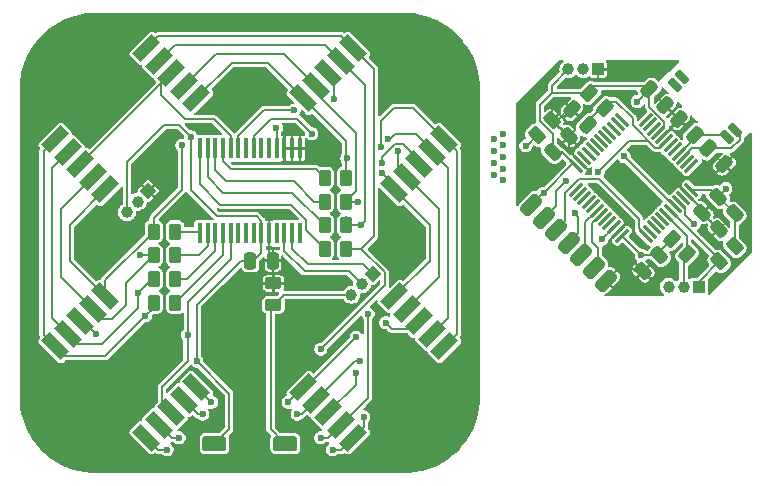
<source format=gtl>
G04 #@! TF.GenerationSoftware,KiCad,Pcbnew,9.0.3-9.0.3-0~ubuntu24.04.1*
G04 #@! TF.CreationDate,2025-07-13T16:36:45+02:00*
G04 #@! TF.ProjectId,PCBWatch,50434257-6174-4636-982e-6b696361645f,rev?*
G04 #@! TF.SameCoordinates,Original*
G04 #@! TF.FileFunction,Copper,L1,Top*
G04 #@! TF.FilePolarity,Positive*
%FSLAX46Y46*%
G04 Gerber Fmt 4.6, Leading zero omitted, Abs format (unit mm)*
G04 Created by KiCad (PCBNEW 9.0.3-9.0.3-0~ubuntu24.04.1) date 2025-07-13 16:36:45*
%MOMM*%
%LPD*%
G01*
G04 APERTURE LIST*
G04 Aperture macros list*
%AMRoundRect*
0 Rectangle with rounded corners*
0 $1 Rounding radius*
0 $2 $3 $4 $5 $6 $7 $8 $9 X,Y pos of 4 corners*
0 Add a 4 corners polygon primitive as box body*
4,1,4,$2,$3,$4,$5,$6,$7,$8,$9,$2,$3,0*
0 Add four circle primitives for the rounded corners*
1,1,$1+$1,$2,$3*
1,1,$1+$1,$4,$5*
1,1,$1+$1,$6,$7*
1,1,$1+$1,$8,$9*
0 Add four rect primitives between the rounded corners*
20,1,$1+$1,$2,$3,$4,$5,0*
20,1,$1+$1,$4,$5,$6,$7,0*
20,1,$1+$1,$6,$7,$8,$9,0*
20,1,$1+$1,$8,$9,$2,$3,0*%
%AMRotRect*
0 Rectangle, with rotation*
0 The origin of the aperture is its center*
0 $1 length*
0 $2 width*
0 $3 Rotation angle, in degrees counterclockwise*
0 Add horizontal line*
21,1,$1,$2,0,0,$3*%
G04 Aperture macros list end*
G04 #@! TA.AperFunction,SMDPad,CuDef*
%ADD10RoundRect,0.075000X0.415425X0.521491X-0.521491X-0.415425X-0.415425X-0.521491X0.521491X0.415425X0*%
G04 #@! TD*
G04 #@! TA.AperFunction,SMDPad,CuDef*
%ADD11RoundRect,0.075000X-0.415425X0.521491X-0.521491X0.415425X0.415425X-0.521491X0.521491X-0.415425X0*%
G04 #@! TD*
G04 #@! TA.AperFunction,SMDPad,CuDef*
%ADD12RoundRect,0.250000X0.132583X-0.503814X0.503814X-0.132583X-0.132583X0.503814X-0.503814X0.132583X0*%
G04 #@! TD*
G04 #@! TA.AperFunction,SMDPad,CuDef*
%ADD13RoundRect,0.250000X0.503814X0.132583X0.132583X0.503814X-0.503814X-0.132583X-0.132583X-0.503814X0*%
G04 #@! TD*
G04 #@! TA.AperFunction,SMDPad,CuDef*
%ADD14RoundRect,0.250000X-0.159099X0.512652X-0.512652X0.159099X0.159099X-0.512652X0.512652X-0.159099X0*%
G04 #@! TD*
G04 #@! TA.AperFunction,SMDPad,CuDef*
%ADD15RoundRect,0.250000X-0.262500X-0.450000X0.262500X-0.450000X0.262500X0.450000X-0.262500X0.450000X0*%
G04 #@! TD*
G04 #@! TA.AperFunction,SMDPad,CuDef*
%ADD16RoundRect,0.250000X-0.132583X0.503814X-0.503814X0.132583X0.132583X-0.503814X0.503814X-0.132583X0*%
G04 #@! TD*
G04 #@! TA.AperFunction,ComponentPad*
%ADD17RotRect,1.000000X1.000000X315.000000*%
G04 #@! TD*
G04 #@! TA.AperFunction,ComponentPad*
%ADD18C,1.000000*%
G04 #@! TD*
G04 #@! TA.AperFunction,SMDPad,CuDef*
%ADD19RoundRect,0.250000X-0.450000X0.262500X-0.450000X-0.262500X0.450000X-0.262500X0.450000X0.262500X0*%
G04 #@! TD*
G04 #@! TA.AperFunction,SMDPad,CuDef*
%ADD20RoundRect,0.330000X-0.318198X-0.629325X0.629325X0.318198X0.318198X0.629325X-0.629325X-0.318198X0*%
G04 #@! TD*
G04 #@! TA.AperFunction,SMDPad,CuDef*
%ADD21RoundRect,0.250000X0.512652X0.159099X0.159099X0.512652X-0.512652X-0.159099X-0.159099X-0.512652X0*%
G04 #@! TD*
G04 #@! TA.AperFunction,SMDPad,CuDef*
%ADD22RoundRect,0.250000X0.262500X0.450000X-0.262500X0.450000X-0.262500X-0.450000X0.262500X-0.450000X0*%
G04 #@! TD*
G04 #@! TA.AperFunction,SMDPad,CuDef*
%ADD23RoundRect,0.250000X0.159099X-0.512652X0.512652X-0.159099X-0.159099X0.512652X-0.512652X0.159099X0*%
G04 #@! TD*
G04 #@! TA.AperFunction,SMDPad,CuDef*
%ADD24RoundRect,0.250000X-0.250000X-0.475000X0.250000X-0.475000X0.250000X0.475000X-0.250000X0.475000X0*%
G04 #@! TD*
G04 #@! TA.AperFunction,SMDPad,CuDef*
%ADD25RotRect,1.000000X2.300000X315.000000*%
G04 #@! TD*
G04 #@! TA.AperFunction,ComponentPad*
%ADD26R,1.000000X1.000000*%
G04 #@! TD*
G04 #@! TA.AperFunction,SMDPad,CuDef*
%ADD27R,0.450000X1.750000*%
G04 #@! TD*
G04 #@! TA.AperFunction,SMDPad,CuDef*
%ADD28RoundRect,0.250000X-0.512652X-0.159099X-0.159099X-0.512652X0.512652X0.159099X0.159099X0.512652X0*%
G04 #@! TD*
G04 #@! TA.AperFunction,SMDPad,CuDef*
%ADD29RoundRect,0.090000X0.509117X-0.212132X-0.212132X0.509117X-0.509117X0.212132X0.212132X-0.509117X0*%
G04 #@! TD*
G04 #@! TA.AperFunction,SMDPad,CuDef*
%ADD30RoundRect,0.190500X0.809500X0.444500X-0.809500X0.444500X-0.809500X-0.444500X0.809500X-0.444500X0*%
G04 #@! TD*
G04 #@! TA.AperFunction,SMDPad,CuDef*
%ADD31RotRect,1.000000X2.300000X45.000000*%
G04 #@! TD*
G04 #@! TA.AperFunction,ViaPad*
%ADD32C,0.600000*%
G04 #@! TD*
G04 #@! TA.AperFunction,Conductor*
%ADD33C,0.200000*%
G04 #@! TD*
G04 APERTURE END LIST*
D10*
G04 #@! TO.P,U1,1,PC0*
G04 #@! TO.N,unconnected-(U1-PC0-Pad1)*
X57387876Y-13501212D03*
G04 #@! TO.P,U1,2,PC13*
G04 #@! TO.N,unconnected-(U1-PC13-Pad2)*
X57034322Y-13147658D03*
G04 #@! TO.P,U1,3,PC14*
G04 #@! TO.N,Net-(U1-PC14)*
X56680769Y-12794105D03*
G04 #@! TO.P,U1,4,PC15*
G04 #@! TO.N,Net-(U1-PC15)*
X56327215Y-12440551D03*
G04 #@! TO.P,U1,5,PH0*
G04 #@! TO.N,unconnected-(U1-PH0-Pad5)*
X55973662Y-12086998D03*
G04 #@! TO.P,U1,6,PH1*
G04 #@! TO.N,unconnected-(U1-PH1-Pad6)*
X55620109Y-11733445D03*
G04 #@! TO.P,U1,7,NRST*
G04 #@! TO.N,/NRST*
X55266555Y-11379891D03*
G04 #@! TO.P,U1,8,VSSA*
G04 #@! TO.N,GND-B*
X54913002Y-11026338D03*
G04 #@! TO.P,U1,9,VDDA*
G04 #@! TO.N,+3V0-B*
X54559449Y-10672785D03*
G04 #@! TO.P,U1,10,PA0*
G04 #@! TO.N,unconnected-(U1-PA0-Pad10)*
X54205895Y-10319231D03*
G04 #@! TO.P,U1,11,PA1*
G04 #@! TO.N,unconnected-(U1-PA1-Pad11)*
X53852342Y-9965678D03*
G04 #@! TO.P,U1,12,PA2*
G04 #@! TO.N,unconnected-(U1-PA2-Pad12)*
X53498788Y-9612124D03*
D11*
G04 #@! TO.P,U1,13,PA3*
G04 #@! TO.N,unconnected-(U1-PA3-Pad13)*
X51501212Y-9612124D03*
G04 #@! TO.P,U1,14,PA4*
G04 #@! TO.N,unconnected-(U1-PA4-Pad14)*
X51147658Y-9965678D03*
G04 #@! TO.P,U1,15,PA5*
G04 #@! TO.N,unconnected-(U1-PA5-Pad15)*
X50794105Y-10319231D03*
G04 #@! TO.P,U1,16,PA6*
G04 #@! TO.N,unconnected-(U1-PA6-Pad16)*
X50440551Y-10672785D03*
G04 #@! TO.P,U1,17,PA7*
G04 #@! TO.N,unconnected-(U1-PA7-Pad17)*
X50086998Y-11026338D03*
G04 #@! TO.P,U1,18,PB0*
G04 #@! TO.N,unconnected-(U1-PB0-Pad18)*
X49733445Y-11379891D03*
G04 #@! TO.P,U1,19,PB1*
G04 #@! TO.N,unconnected-(U1-PB1-Pad19)*
X49379891Y-11733445D03*
G04 #@! TO.P,U1,20,PB2*
G04 #@! TO.N,unconnected-(U1-PB2-Pad20)*
X49026338Y-12086998D03*
G04 #@! TO.P,U1,21,PB10*
G04 #@! TO.N,unconnected-(U1-PB10-Pad21)*
X48672785Y-12440551D03*
G04 #@! TO.P,U1,22,PB11*
G04 #@! TO.N,unconnected-(U1-PB11-Pad22)*
X48319231Y-12794105D03*
G04 #@! TO.P,U1,23,VSS*
G04 #@! TO.N,GND-B*
X47965678Y-13147658D03*
G04 #@! TO.P,U1,24,VDD*
G04 #@! TO.N,+3V0-B*
X47612124Y-13501212D03*
D10*
G04 #@! TO.P,U1,25,PB12*
G04 #@! TO.N,unconnected-(U1-PB12-Pad25)*
X47612124Y-15498788D03*
G04 #@! TO.P,U1,26,PB13*
G04 #@! TO.N,unconnected-(U1-PB13-Pad26)*
X47965678Y-15852342D03*
G04 #@! TO.P,U1,27,PB14*
G04 #@! TO.N,unconnected-(U1-PB14-Pad27)*
X48319231Y-16205895D03*
G04 #@! TO.P,U1,28,PB15*
G04 #@! TO.N,unconnected-(U1-PB15-Pad28)*
X48672785Y-16559449D03*
G04 #@! TO.P,U1,29,PA8*
G04 #@! TO.N,unconnected-(U1-PA8-Pad29)*
X49026338Y-16913002D03*
G04 #@! TO.P,U1,30,PA9*
G04 #@! TO.N,/TX*
X49379891Y-17266555D03*
G04 #@! TO.P,U1,31,PA10*
G04 #@! TO.N,/RX*
X49733445Y-17620109D03*
G04 #@! TO.P,U1,32,PA11*
G04 #@! TO.N,unconnected-(U1-PA11-Pad32)*
X50086998Y-17973662D03*
G04 #@! TO.P,U1,33,PA12*
G04 #@! TO.N,unconnected-(U1-PA12-Pad33)*
X50440551Y-18327215D03*
G04 #@! TO.P,U1,34,PA13*
G04 #@! TO.N,/SWDIO*
X50794105Y-18680769D03*
G04 #@! TO.P,U1,35,VSS*
G04 #@! TO.N,GND-B*
X51147658Y-19034322D03*
G04 #@! TO.P,U1,36,VDD*
G04 #@! TO.N,+3V0-B*
X51501212Y-19387876D03*
D11*
G04 #@! TO.P,U1,37,PA14*
G04 #@! TO.N,/SWCLK*
X53498788Y-19387876D03*
G04 #@! TO.P,U1,38,PA15*
G04 #@! TO.N,unconnected-(U1-PA15-Pad38)*
X53852342Y-19034322D03*
G04 #@! TO.P,U1,39,PB3*
G04 #@! TO.N,unconnected-(U1-PB3-Pad39)*
X54205895Y-18680769D03*
G04 #@! TO.P,U1,40,PB4*
G04 #@! TO.N,unconnected-(U1-PB4-Pad40)*
X54559449Y-18327215D03*
G04 #@! TO.P,U1,41,PB5*
G04 #@! TO.N,unconnected-(U1-PB5-Pad41)*
X54913002Y-17973662D03*
G04 #@! TO.P,U1,42,PB6*
G04 #@! TO.N,/sck-B*
X55266555Y-17620109D03*
G04 #@! TO.P,U1,43,PB7*
G04 #@! TO.N,/sda-B*
X55620109Y-17266555D03*
G04 #@! TO.P,U1,44,BOOT0*
G04 #@! TO.N,Net-(U1-BOOT0)*
X55973662Y-16913002D03*
G04 #@! TO.P,U1,45,PB8*
G04 #@! TO.N,/touch-B*
X56327215Y-16559449D03*
G04 #@! TO.P,U1,46,PB9*
G04 #@! TO.N,unconnected-(U1-PB9-Pad46)*
X56680769Y-16205895D03*
G04 #@! TO.P,U1,47,VSS*
G04 #@! TO.N,GND-B*
X57034322Y-15852342D03*
G04 #@! TO.P,U1,48,VDD*
G04 #@! TO.N,+3V0-B*
X57387876Y-15498788D03*
G04 #@! TD*
D12*
G04 #@! TO.P,R9,1*
G04 #@! TO.N,/sda-B*
X59746962Y-21567696D03*
G04 #@! TO.P,R9,2*
G04 #@! TO.N,+3V0-B*
X61037432Y-20277226D03*
G04 #@! TD*
D13*
G04 #@! TO.P,R10,1*
G04 #@! TO.N,/sck-B*
X57028244Y-20967069D03*
G04 #@! TO.P,R10,2*
G04 #@! TO.N,+3V0-B*
X55737774Y-19676599D03*
G04 #@! TD*
D14*
G04 #@! TO.P,C1,1*
G04 #@! TO.N,+3V0-B*
X61044978Y-17506795D03*
G04 #@! TO.P,C1,2*
G04 #@! TO.N,GND-B*
X59701476Y-18850297D03*
G04 #@! TD*
D15*
G04 #@! TO.P,R7,1*
G04 #@! TO.N,/row7-R*
X26330112Y-20492925D03*
G04 #@! TO.P,R7,2*
G04 #@! TO.N,/row7*
X28155112Y-20492925D03*
G04 #@! TD*
D16*
G04 #@! TO.P,R0,1*
G04 #@! TO.N,GND-B*
X45602242Y-9609891D03*
G04 #@! TO.P,R0,2*
G04 #@! TO.N,Net-(U1-BOOT0)*
X44311772Y-10900361D03*
G04 #@! TD*
D17*
G04 #@! TO.P,J5,1,Pin_1*
G04 #@! TO.N,/sda-A*
X30398026Y-22601975D03*
D18*
G04 #@! TO.P,J5,2,Pin_2*
G04 #@! TO.N,/sck-A*
X29500000Y-23500001D03*
G04 #@! TO.P,J5,3,Pin_3*
G04 #@! TO.N,/touch-A*
X28601975Y-24398026D03*
G04 #@! TD*
D19*
G04 #@! TO.P,R12,1*
G04 #@! TO.N,GND-A*
X22000000Y-23425000D03*
G04 #@! TO.P,R12,2*
G04 #@! TO.N,/touch-A*
X22000000Y-25250000D03*
G04 #@! TD*
D20*
G04 #@! TO.P,J1,1,Pin_1*
G04 #@! TO.N,+3V0-B*
X43818019Y-16818019D03*
G04 #@! TO.P,J1,2,Pin_2*
G04 #@! TO.N,/NRST*
X44878680Y-17878680D03*
G04 #@! TO.P,J1,3,Pin_3*
G04 #@! TO.N,/SWCLK*
X45939340Y-18939340D03*
G04 #@! TO.P,J1,4,Pin_4*
G04 #@! TO.N,/SWDIO*
X47000000Y-20000000D03*
G04 #@! TO.P,J1,5,Pin_5*
G04 #@! TO.N,/TX*
X48060660Y-21060660D03*
G04 #@! TO.P,J1,6,Pin_6*
G04 #@! TO.N,/RX*
X49121320Y-22121320D03*
G04 #@! TO.P,J1,7,Pin_7*
G04 #@! TO.N,GND-B*
X50181981Y-23181981D03*
G04 #@! TD*
D13*
G04 #@! TO.P,R11,1*
G04 #@! TO.N,/NRST*
X50045624Y-8583205D03*
G04 #@! TO.P,R11,2*
G04 #@! TO.N,+3V0-B*
X48755154Y-7292735D03*
G04 #@! TD*
D21*
G04 #@! TO.P,C6,1*
G04 #@! TO.N,/NRST*
X48614421Y-10038140D03*
G04 #@! TO.P,C6,2*
G04 #@! TO.N,GND-B*
X47270919Y-8694638D03*
G04 #@! TD*
G04 #@! TO.P,C8,1*
G04 #@! TO.N,Net-(U1-PC15)*
X57673453Y-10843501D03*
G04 #@! TO.P,C8,2*
G04 #@! TO.N,GND-B*
X56329951Y-9499999D03*
G04 #@! TD*
D22*
G04 #@! TO.P,R3,1*
G04 #@! TO.N,/row3-R*
X13672872Y-21046613D03*
G04 #@! TO.P,R3,2*
G04 #@! TO.N,/row3*
X11847872Y-21046613D03*
G04 #@! TD*
D23*
G04 #@! TO.P,C4,1*
G04 #@! TO.N,+3V0-B*
X45645624Y-12295013D03*
G04 #@! TO.P,C4,2*
G04 #@! TO.N,GND-B*
X46989126Y-10951511D03*
G04 #@! TD*
D24*
G04 #@! TO.P,C11,1*
G04 #@! TO.N,+3V0-A*
X20050000Y-21500000D03*
G04 #@! TO.P,C11,2*
G04 #@! TO.N,GND-A*
X21950000Y-21500000D03*
G04 #@! TD*
D14*
G04 #@! TO.P,C3,1*
G04 #@! TO.N,+3V0-B*
X59630765Y-16092581D03*
G04 #@! TO.P,C3,2*
G04 #@! TO.N,GND-B*
X58287263Y-17436083D03*
G04 #@! TD*
D15*
G04 #@! TO.P,R1,1*
G04 #@! TO.N,/row1-R*
X26323374Y-16492925D03*
G04 #@! TO.P,R1,2*
G04 #@! TO.N,/row1*
X28148374Y-16492925D03*
G04 #@! TD*
D22*
G04 #@! TO.P,R8,1*
G04 #@! TO.N,/row8-R*
X13672872Y-19046613D03*
G04 #@! TO.P,R8,2*
G04 #@! TO.N,/row8*
X11847872Y-19046613D03*
G04 #@! TD*
D25*
G04 #@! TO.P,D1,1*
G04 #@! TO.N,/row5*
X3524948Y-11232412D03*
G04 #@! TO.P,D1,2*
G04 #@! TO.N,/row4*
X4585608Y-12293072D03*
G04 #@! TO.P,D1,3*
G04 #@! TO.N,/column1*
X5646268Y-13353732D03*
G04 #@! TO.P,D1,4*
G04 #@! TO.N,/row3*
X6706928Y-14414392D03*
G04 #@! TO.P,D1,5*
G04 #@! TO.N,/row8*
X7767588Y-15475052D03*
G04 #@! TO.P,D1,6*
G04 #@! TO.N,/row2*
X15475052Y-7767588D03*
G04 #@! TO.P,D1,7*
G04 #@! TO.N,/row1*
X14414392Y-6706928D03*
G04 #@! TO.P,D1,8*
G04 #@! TO.N,/column1*
X13353732Y-5646268D03*
G04 #@! TO.P,D1,9*
G04 #@! TO.N,/row6*
X12293072Y-4585608D03*
G04 #@! TO.P,D1,10*
G04 #@! TO.N,/row7*
X11232412Y-3524948D03*
G04 #@! TD*
D26*
G04 #@! TO.P,J4,1,Pin_1*
G04 #@! TO.N,GND-B*
X49500000Y-5301589D03*
D18*
G04 #@! TO.P,J4,2,Pin_2*
G04 #@! TO.N,unconnected-(J4-Pin_2-Pad2)*
X48230000Y-5301589D03*
G04 #@! TO.P,J4,3,Pin_3*
G04 #@! TO.N,+3V0-B*
X46960000Y-5301589D03*
G04 #@! TD*
D27*
G04 #@! TO.P,U2,1,GPB0*
G04 #@! TO.N,/row8-R*
X15775000Y-19200000D03*
G04 #@! TO.P,U2,2,GPB1*
G04 #@! TO.N,/row3-R*
X16425000Y-19200000D03*
G04 #@! TO.P,U2,3,GPB2*
G04 #@! TO.N,/row4-R*
X17075000Y-19200000D03*
G04 #@! TO.P,U2,4,GPB3*
G04 #@! TO.N,/row5-R*
X17725000Y-19200000D03*
G04 #@! TO.P,U2,5,GPB4*
G04 #@! TO.N,/column3*
X18375000Y-19200000D03*
G04 #@! TO.P,U2,6,GPB5*
G04 #@! TO.N,unconnected-(U2-GPB5-Pad6)*
X19025000Y-19200000D03*
G04 #@! TO.P,U2,7,GPB6*
G04 #@! TO.N,unconnected-(U2-GPB6-Pad7)*
X19675000Y-19200000D03*
G04 #@! TO.P,U2,8,GPB7*
G04 #@! TO.N,unconnected-(U2-GPB7-Pad8)*
X20325000Y-19200000D03*
G04 #@! TO.P,U2,9,VDD*
G04 #@! TO.N,+3V0-A*
X20975000Y-19200000D03*
G04 #@! TO.P,U2,10,VSS*
G04 #@! TO.N,GND-A*
X21625000Y-19200000D03*
G04 #@! TO.P,U2,11,NC*
G04 #@! TO.N,unconnected-(U2-NC-Pad11)*
X22275000Y-19200000D03*
G04 #@! TO.P,U2,12,SCK*
G04 #@! TO.N,/sck-A*
X22925000Y-19200000D03*
G04 #@! TO.P,U2,13,SDA*
G04 #@! TO.N,/sda-A*
X23575000Y-19200000D03*
G04 #@! TO.P,U2,14,NC*
G04 #@! TO.N,unconnected-(U2-NC-Pad14)*
X24225000Y-19200000D03*
G04 #@! TO.P,U2,15,A0*
G04 #@! TO.N,GND-A*
X24225000Y-12000000D03*
G04 #@! TO.P,U2,16,A1*
X23575000Y-12000000D03*
G04 #@! TO.P,U2,17,A2*
X22925000Y-12000000D03*
G04 #@! TO.P,U2,18,~{RESET}*
G04 #@! TO.N,+3V0-A*
X22275000Y-12000000D03*
G04 #@! TO.P,U2,19,INTB*
G04 #@! TO.N,unconnected-(U2-INTB-Pad19)*
X21625000Y-12000000D03*
G04 #@! TO.P,U2,20,INTA*
G04 #@! TO.N,unconnected-(U2-INTA-Pad20)*
X20975000Y-12000000D03*
G04 #@! TO.P,U2,21,GPA0*
G04 #@! TO.N,/column4*
X20325000Y-12000000D03*
G04 #@! TO.P,U2,22,GPA1*
G04 #@! TO.N,unconnected-(U2-GPA1-Pad22)*
X19675000Y-12000000D03*
G04 #@! TO.P,U2,23,GPA2*
G04 #@! TO.N,/column2*
X19025000Y-12000000D03*
G04 #@! TO.P,U2,24,GPA3*
G04 #@! TO.N,/column1*
X18375000Y-12000000D03*
G04 #@! TO.P,U2,25,GPA4*
G04 #@! TO.N,/row2-R*
X17725000Y-12000000D03*
G04 #@! TO.P,U2,26,GPA5*
G04 #@! TO.N,/row1-R*
X17075000Y-12000000D03*
G04 #@! TO.P,U2,27,GPA6*
G04 #@! TO.N,/row6-R*
X16425000Y-12000000D03*
G04 #@! TO.P,U2,28,GPA7*
G04 #@! TO.N,/row7-R*
X15775000Y-12000000D03*
G04 #@! TD*
D28*
G04 #@! TO.P,C9,1*
G04 #@! TO.N,Net-(U1-PC14)*
X58829951Y-11999999D03*
G04 #@! TO.P,C9,2*
G04 #@! TO.N,GND-B*
X60173453Y-13343501D03*
G04 #@! TD*
D26*
G04 #@! TO.P,J6,1,Pin_1*
G04 #@! TO.N,/sda-B*
X58000000Y-23693359D03*
D18*
G04 #@! TO.P,J6,2,Pin_2*
G04 #@! TO.N,/sck-B*
X56730000Y-23693359D03*
G04 #@! TO.P,J6,3,Pin_3*
G04 #@! TO.N,/touch-B*
X55460000Y-23693359D03*
G04 #@! TD*
D17*
G04 #@! TO.P,J3,1,Pin_1*
G04 #@! TO.N,GND-A*
X11398026Y-15601974D03*
D18*
G04 #@! TO.P,J3,2,Pin_2*
G04 #@! TO.N,unconnected-(J3-Pin_2-Pad2)*
X10500000Y-16500000D03*
G04 #@! TO.P,J3,3,Pin_3*
G04 #@! TO.N,+3V0-A*
X9601975Y-17398025D03*
G04 #@! TD*
D29*
G04 #@! TO.P,Y1,1*
G04 #@! TO.N,Net-(U1-PC14)*
X61045585Y-10409189D03*
G04 #@! TO.P,Y1,2,NC*
G04 #@! TO.N,unconnected-(Y1-NC-Pad2)*
X56590812Y-5954416D03*
G04 #@! TO.P,Y1,3,NC*
G04 #@! TO.N,unconnected-(Y1-NC-Pad3)*
X55954416Y-6590812D03*
G04 #@! TO.P,Y1,4*
G04 #@! TO.N,Net-(U1-PC15)*
X60409189Y-11045585D03*
G04 #@! TD*
D30*
G04 #@! TO.P,SW1,1,A*
G04 #@! TO.N,/touch-A*
X23000000Y-37000000D03*
G04 #@! TO.P,SW1,2,B*
G04 #@! TO.N,+3V0-A*
X17000000Y-37000000D03*
G04 #@! TD*
D31*
G04 #@! TO.P,D3,1*
G04 #@! TO.N,/row7*
X11232412Y-36475052D03*
G04 #@! TO.P,D3,2*
G04 #@! TO.N,/row6*
X12293072Y-35414392D03*
G04 #@! TO.P,D3,3*
G04 #@! TO.N,/column3*
X13353732Y-34353732D03*
G04 #@! TO.P,D3,4*
G04 #@! TO.N,/row2*
X14414392Y-33293072D03*
G04 #@! TO.P,D3,5*
G04 #@! TO.N,/row1*
X15475052Y-32232412D03*
G04 #@! TO.P,D3,6*
G04 #@! TO.N,/row8*
X7767588Y-24524948D03*
G04 #@! TO.P,D3,7*
G04 #@! TO.N,/row3*
X6706928Y-25585608D03*
G04 #@! TO.P,D3,8*
G04 #@! TO.N,/column3*
X5646268Y-26646268D03*
G04 #@! TO.P,D3,9*
G04 #@! TO.N,/row4*
X4585608Y-27706928D03*
G04 #@! TO.P,D3,10*
G04 #@! TO.N,/row5*
X3524948Y-28767588D03*
G04 #@! TD*
D25*
G04 #@! TO.P,D4,1*
G04 #@! TO.N,/row1*
X24524948Y-32232412D03*
G04 #@! TO.P,D4,2*
G04 #@! TO.N,/row2*
X25585608Y-33293072D03*
G04 #@! TO.P,D4,3*
G04 #@! TO.N,/column4*
X26646268Y-34353732D03*
G04 #@! TO.P,D4,4*
G04 #@! TO.N,/row6*
X27706928Y-35414392D03*
G04 #@! TO.P,D4,5*
G04 #@! TO.N,/row7*
X28767588Y-36475052D03*
G04 #@! TO.P,D4,6*
G04 #@! TO.N,/row8*
X36475052Y-28767588D03*
G04 #@! TO.P,D4,7*
G04 #@! TO.N,/row3*
X35414392Y-27706928D03*
G04 #@! TO.P,D4,8*
G04 #@! TO.N,/column4*
X34353732Y-26646268D03*
G04 #@! TO.P,D4,9*
G04 #@! TO.N,/row4*
X33293072Y-25585608D03*
G04 #@! TO.P,D4,10*
G04 #@! TO.N,/row5*
X32232412Y-24524948D03*
G04 #@! TD*
D22*
G04 #@! TO.P,R5,1*
G04 #@! TO.N,/row5-R*
X13672872Y-25046613D03*
G04 #@! TO.P,R5,2*
G04 #@! TO.N,/row5*
X11847872Y-25046613D03*
G04 #@! TD*
D14*
G04 #@! TO.P,C2,1*
G04 #@! TO.N,+3V0-B*
X54637829Y-21041491D03*
G04 #@! TO.P,C2,2*
G04 #@! TO.N,GND-B*
X53294327Y-22384993D03*
G04 #@! TD*
D22*
G04 #@! TO.P,R4,1*
G04 #@! TO.N,/row4-R*
X13672872Y-23046613D03*
G04 #@! TO.P,R4,2*
G04 #@! TO.N,/row4*
X11847872Y-23046613D03*
G04 #@! TD*
D28*
G04 #@! TO.P,C5,1*
G04 #@! TO.N,+3V0-B*
X53829951Y-6999999D03*
G04 #@! TO.P,C5,2*
G04 #@! TO.N,GND-B*
X55173453Y-8343501D03*
G04 #@! TD*
D15*
G04 #@! TO.P,R6,1*
G04 #@! TO.N,/row6-R*
X26330112Y-18492925D03*
G04 #@! TO.P,R6,2*
G04 #@! TO.N,/row6*
X28155112Y-18492925D03*
G04 #@! TD*
D31*
G04 #@! TO.P,D2,1*
G04 #@! TO.N,/row5*
X32232412Y-15475052D03*
G04 #@! TO.P,D2,2*
G04 #@! TO.N,/row4*
X33293072Y-14414392D03*
G04 #@! TO.P,D2,3*
G04 #@! TO.N,/column2*
X34353732Y-13353732D03*
G04 #@! TO.P,D2,4*
G04 #@! TO.N,/row3*
X35414392Y-12293072D03*
G04 #@! TO.P,D2,5*
G04 #@! TO.N,/row8*
X36475052Y-11232412D03*
G04 #@! TO.P,D2,6*
G04 #@! TO.N,/row7*
X28767588Y-3524948D03*
G04 #@! TO.P,D2,7*
G04 #@! TO.N,/row6*
X27706928Y-4585608D03*
G04 #@! TO.P,D2,8*
G04 #@! TO.N,/column2*
X26646268Y-5646268D03*
G04 #@! TO.P,D2,9*
G04 #@! TO.N,/row1*
X25585608Y-6706928D03*
G04 #@! TO.P,D2,10*
G04 #@! TO.N,/row2*
X24524948Y-7767588D03*
G04 #@! TD*
D15*
G04 #@! TO.P,R2,1*
G04 #@! TO.N,/row2-R*
X26323374Y-14492925D03*
G04 #@! TO.P,R2,2*
G04 #@! TO.N,/row2*
X28148374Y-14492925D03*
G04 #@! TD*
D32*
G04 #@! TO.N,*
X41467698Y-14691680D03*
X40656189Y-11208415D03*
X41468234Y-10787535D03*
X41472189Y-12707388D03*
X41472189Y-13707388D03*
X40656189Y-14208415D03*
X40656189Y-13208415D03*
X41472189Y-11707388D03*
X40656189Y-12208415D03*
G04 #@! TO.N,/NRST*
X49500000Y-14000000D03*
X46745988Y-14745988D03*
G04 #@! TO.N,Net-(U1-BOOT0)*
X43375163Y-11783878D03*
X51674265Y-12674265D03*
G04 #@! TO.N,/SWDIO*
X49800000Y-19700000D03*
X47500000Y-17500000D03*
G04 #@! TO.N,/row7*
X29637293Y-34720421D03*
X13000000Y-37500000D03*
X27000000Y-37500000D03*
X26000000Y-29000000D03*
G04 #@! TO.N,/row5*
X11159580Y-26159580D03*
X31200000Y-14100000D03*
G04 #@! TO.N,/row2*
X16000000Y-34500000D03*
X28198452Y-12849922D03*
X29349532Y-30000000D03*
X24000000Y-34500000D03*
G04 #@! TO.N,/row3*
X10697823Y-21045191D03*
X31700000Y-11200000D03*
G04 #@! TO.N,/row8*
X14250000Y-11750000D03*
X31100000Y-11900000D03*
G04 #@! TO.N,/row4*
X32500000Y-12250000D03*
X10500000Y-24250000D03*
G04 #@! TO.N,/row1*
X16750000Y-33500000D03*
X29150000Y-16500000D03*
X29000000Y-28000000D03*
X23250000Y-33500000D03*
G04 #@! TO.N,/row6*
X14000000Y-36500000D03*
X30000000Y-26000000D03*
X26000000Y-36500000D03*
X29400000Y-18500000D03*
G04 #@! TO.N,/column2*
X31200000Y-13200000D03*
X27100000Y-7800000D03*
X23750000Y-8750000D03*
G04 #@! TO.N,/column3*
X7000000Y-27750000D03*
X14724696Y-27778957D03*
G04 #@! TO.N,/column4*
X31500000Y-26750000D03*
X25250000Y-10750000D03*
X29000000Y-31000000D03*
G04 #@! TO.N,/touch-B*
X57601042Y-18398958D03*
G04 #@! TO.N,+3V0-A*
X15000000Y-11000000D03*
X15500000Y-30000000D03*
X22250000Y-10250000D03*
G04 #@! TO.N,GND-A*
X38750000Y-27500000D03*
X32000000Y-38750000D03*
X38702513Y-33714509D03*
X14250000Y-38750000D03*
X17500000Y-29000000D03*
X11250000Y-1250000D03*
X30000000Y-1250000D03*
X38750000Y-21250000D03*
X1250000Y-8750000D03*
X8500000Y-20000000D03*
X7000000Y-30750000D03*
X21850000Y-17500000D03*
X38750000Y-15000000D03*
X1250000Y-25000000D03*
X8500000Y-31750000D03*
X3580467Y-37695417D03*
X38750000Y-30000000D03*
X5300000Y-9100000D03*
X38750000Y-16250000D03*
X6750000Y-38750000D03*
X38750000Y-31250000D03*
X1250000Y-31250000D03*
X4790714Y-1683174D03*
X13000000Y-38750000D03*
X10500000Y-13500000D03*
X1250000Y-26250000D03*
X6087270Y-1325959D03*
X1250000Y-21250000D03*
X27215383Y-25492309D03*
X16750000Y-10250000D03*
X8000000Y-38750000D03*
X13750000Y-1250000D03*
X3613230Y-2278531D03*
X1713427Y-35333039D03*
X1250000Y-18750000D03*
X30750000Y-20500000D03*
X20000000Y-6500000D03*
X1250000Y-15000000D03*
X38750000Y-18750000D03*
X23000000Y-17500000D03*
X10500000Y-38750000D03*
X4800000Y-8100000D03*
X23200000Y-22000000D03*
X1250000Y-11250000D03*
X2726809Y-3059110D03*
X9250000Y-32250000D03*
X17500000Y-1250000D03*
X26250000Y-1250000D03*
X5800000Y-10100000D03*
X1250000Y-28750000D03*
X28750000Y-1250000D03*
X6250000Y-20000000D03*
X38750000Y-17500000D03*
X26500000Y-13000000D03*
X38750000Y-10000000D03*
X16500000Y-29000000D03*
X2494536Y-36628537D03*
X27500000Y-1250000D03*
X21250000Y-1250000D03*
X23750000Y-1250000D03*
X23582213Y-10226439D03*
X1250000Y-10000000D03*
X38674738Y-6158064D03*
X22500000Y-1250000D03*
X27215383Y-26492309D03*
X34600000Y-38600000D03*
X38750000Y-23750000D03*
X38400000Y-35000000D03*
X38750000Y-28750000D03*
X34785070Y-1514277D03*
X15000000Y-1250000D03*
X11750000Y-38750000D03*
X1509634Y-5215627D03*
X9250000Y-38750000D03*
X10000000Y-1250000D03*
X35800000Y-38000000D03*
X7500000Y-1250000D03*
X1972690Y-4117523D03*
X38750000Y-20000000D03*
X1250000Y-7500000D03*
X32000000Y-19500000D03*
X18750000Y-1250000D03*
X38750000Y-8750000D03*
X1250000Y-12500000D03*
X38750000Y-25000000D03*
X15250000Y-17250000D03*
X38750000Y-12500000D03*
X7750000Y-31250000D03*
X1250000Y-20000000D03*
X38750000Y-22500000D03*
X6300000Y-11100000D03*
X25000000Y-1250000D03*
X27000000Y-38750000D03*
X36862206Y-2757912D03*
X16250000Y-1250000D03*
X29500000Y-38750000D03*
X38750000Y-7500000D03*
X20000000Y-1250000D03*
X37000000Y-37200000D03*
X35883174Y-2003793D03*
X1250000Y-16250000D03*
X13500000Y-27000000D03*
X25500000Y-12000000D03*
X30750000Y-38750000D03*
X1250000Y-23750000D03*
X33634046Y-1302594D03*
X8750000Y-1250000D03*
X25750000Y-38750000D03*
X37708936Y-3670793D03*
X32500000Y-1250000D03*
X33250000Y-38750000D03*
X1250000Y-13750000D03*
X28250000Y-38750000D03*
X38750000Y-13750000D03*
X1250000Y-22500000D03*
X1275244Y-33904182D03*
X5085531Y-38419371D03*
X38304293Y-4848277D03*
X38750000Y-11250000D03*
X25500000Y-13000000D03*
X1284721Y-6313730D03*
X31250000Y-1250000D03*
X12500000Y-27000000D03*
X1250000Y-27500000D03*
X38750000Y-26250000D03*
X12500000Y-1250000D03*
X26215383Y-26492309D03*
X1250000Y-30000000D03*
X38750000Y-32500000D03*
X1250000Y-32500000D03*
X1250000Y-17500000D03*
X37800000Y-36200000D03*
G04 #@! TO.N,GND-B*
X59099584Y-19877652D03*
X54537058Y-7707107D03*
X58369655Y-19147723D03*
X59000000Y-14500000D03*
X53500000Y-13500000D03*
X52000000Y-15000000D03*
X58000000Y-22000000D03*
X43353482Y-9191005D03*
X52101158Y-21898842D03*
X52250000Y-5500000D03*
X45913679Y-8163679D03*
X54500000Y-14500000D03*
X51000000Y-14000000D03*
X53000000Y-16000000D03*
G04 #@! TO.N,+3V0-B*
X53154827Y-21041491D03*
X60300000Y-15400000D03*
X52800000Y-8029950D03*
X44863793Y-15779654D03*
G04 #@! TD*
D33*
G04 #@! TO.N,/NRST*
X52400173Y-9982169D02*
X52400173Y-9448804D01*
X54343303Y-11925299D02*
X54651853Y-11925299D01*
X54651853Y-11925299D02*
X55197261Y-11379891D01*
X52120109Y-11379891D02*
X53797895Y-11379891D01*
X50263980Y-8052240D02*
X50263980Y-8028508D01*
X45900000Y-16850261D02*
X44878680Y-17871581D01*
X52400173Y-9448804D02*
X50979877Y-8028508D01*
X54721147Y-11925299D02*
X54343303Y-11925299D01*
X54343303Y-11925299D02*
X52400173Y-9982169D01*
X55266555Y-11379891D02*
X54721147Y-11925299D01*
X55197261Y-11379891D02*
X55266555Y-11379891D01*
X49500000Y-14000000D02*
X52120109Y-11379891D01*
X48478401Y-9866648D02*
X49909604Y-8435445D01*
X46745988Y-14745988D02*
X45900000Y-15591976D01*
X45900000Y-15591976D02*
X45900000Y-16850261D01*
X50979877Y-8028508D02*
X50263980Y-8028508D01*
X44878680Y-17871581D02*
X44878680Y-17878680D01*
G04 #@! TO.N,Net-(U1-PC15)*
X57673453Y-11094313D02*
X56327215Y-12440551D01*
X57673453Y-10843501D02*
X60207105Y-10843501D01*
X60207105Y-10843501D02*
X60409189Y-11045585D01*
X57673453Y-10843501D02*
X57673453Y-11094313D01*
G04 #@! TO.N,Net-(U1-PC14)*
X56680769Y-12794105D02*
X57474875Y-11999999D01*
X57474875Y-11999999D02*
X58829951Y-11999999D01*
X58829951Y-11999999D02*
X60728983Y-11999999D01*
X61469849Y-10833453D02*
X61045585Y-10409189D01*
X60728983Y-11999999D02*
X61469849Y-11259133D01*
X61469849Y-11259133D02*
X61469849Y-10833453D01*
G04 #@! TO.N,Net-(U1-BOOT0)*
X51674265Y-12674265D02*
X55913002Y-16913002D01*
X55913002Y-16913002D02*
X55973662Y-16913002D01*
X43428255Y-11783878D02*
X44311772Y-10900361D01*
G04 #@! TO.N,/SWDIO*
X50794105Y-18680769D02*
X50794105Y-18705895D01*
X47500000Y-17500000D02*
X47800000Y-17800000D01*
X47800000Y-17800000D02*
X47800000Y-19200000D01*
X50794105Y-18705895D02*
X49800000Y-19700000D01*
X47800000Y-19200000D02*
X47000000Y-20000000D01*
G04 #@! TO.N,/SWCLK*
X52953381Y-17953381D02*
X52953381Y-18773173D01*
X49601000Y-14601000D02*
X52953381Y-17953381D01*
X47873273Y-14599827D02*
X49249884Y-14599827D01*
X49249884Y-14599827D02*
X49251057Y-14601000D01*
X53498788Y-19318580D02*
X53498788Y-19387876D01*
X46713163Y-18165517D02*
X46713163Y-15759937D01*
X45939340Y-18939340D02*
X46713163Y-18165517D01*
X52953381Y-18773173D02*
X53498788Y-19318580D01*
X49251057Y-14601000D02*
X49601000Y-14601000D01*
X46713163Y-15759937D02*
X47873273Y-14599827D01*
X45939340Y-18939340D02*
X45942814Y-18939340D01*
G04 #@! TO.N,/row7*
X11232412Y-36475052D02*
X12257360Y-37500000D01*
X31406133Y-23593867D02*
X31406133Y-22477296D01*
X29421762Y-20492925D02*
X28155112Y-20492925D01*
X29637293Y-35605347D02*
X28767588Y-36475052D01*
X11232412Y-3524948D02*
X12257360Y-2500000D01*
X30500000Y-5257360D02*
X30500000Y-19414687D01*
X27742640Y-37500000D02*
X28767588Y-36475052D01*
X27000000Y-37500000D02*
X27742640Y-37500000D01*
X28767588Y-3524948D02*
X30500000Y-5257360D01*
X27742640Y-2500000D02*
X28767588Y-3524948D01*
X12257360Y-2500000D02*
X27742640Y-2500000D01*
X12257360Y-37500000D02*
X13000000Y-37500000D01*
X26000000Y-29000000D02*
X31406133Y-23593867D01*
X31406133Y-22477296D02*
X29421762Y-20492925D01*
X29637293Y-34720421D02*
X29637293Y-35605347D01*
X30500000Y-19414687D02*
X29421762Y-20492925D01*
G04 #@! TO.N,/row5*
X7738399Y-29580761D02*
X4338121Y-29580761D01*
X4338121Y-29580761D02*
X3524948Y-28767588D01*
X35250000Y-21507360D02*
X32232412Y-24524948D01*
X2536254Y-27778894D02*
X3524948Y-28767588D01*
X31200000Y-14100000D02*
X31500000Y-14400000D01*
X3524948Y-11232412D02*
X2536254Y-12221106D01*
X11159580Y-26159580D02*
X7738399Y-29580761D01*
X31500000Y-14742640D02*
X32232412Y-15475052D01*
X2536254Y-12221106D02*
X2536254Y-27778894D01*
X32232412Y-15475052D02*
X35250000Y-18492640D01*
X11847872Y-25471288D02*
X11159580Y-26159580D01*
X31500000Y-14400000D02*
X31500000Y-14742640D01*
X11847872Y-25046613D02*
X11847872Y-25471288D01*
X35250000Y-18492640D02*
X35250000Y-21507360D01*
G04 #@! TO.N,/row2*
X24378680Y-34500000D02*
X25585608Y-33293072D01*
X28198452Y-12849922D02*
X28148374Y-12799844D01*
X29349532Y-30000000D02*
X28878680Y-30000000D01*
X24000000Y-34500000D02*
X24378680Y-34500000D01*
X28148374Y-12900000D02*
X28148374Y-14492925D01*
X28878680Y-30000000D02*
X25585608Y-33293072D01*
X28148374Y-11391014D02*
X24524948Y-7767588D01*
X28198452Y-12849922D02*
X28148374Y-12900000D01*
X21507360Y-4750000D02*
X24524948Y-7767588D01*
X15621320Y-34500000D02*
X16000000Y-34500000D01*
X28148374Y-12799844D02*
X28148374Y-11391014D01*
X18492640Y-4750000D02*
X21507360Y-4750000D01*
X14414392Y-33293072D02*
X15621320Y-34500000D01*
X15475052Y-7767588D02*
X18492640Y-4750000D01*
G04 #@! TO.N,/row3*
X36750000Y-13628680D02*
X36750000Y-26371320D01*
X36750000Y-26371320D02*
X35414392Y-27706928D01*
X4000000Y-17121320D02*
X6706928Y-14414392D01*
X32300000Y-10800000D02*
X34050000Y-10800000D01*
X31900000Y-11200000D02*
X32300000Y-10800000D01*
X8351219Y-26398781D02*
X7520101Y-26398781D01*
X10697823Y-21045191D02*
X11846450Y-21045191D01*
X35414392Y-12164392D02*
X35414392Y-12293072D01*
X31700000Y-11200000D02*
X31900000Y-11200000D01*
X11846450Y-21045191D02*
X11847872Y-21046613D01*
X6706928Y-25585608D02*
X4000000Y-22878680D01*
X4000000Y-22878680D02*
X4000000Y-17121320D01*
X34050000Y-10800000D02*
X35414392Y-12164392D01*
X11847872Y-21046613D02*
X9500000Y-23394485D01*
X35414392Y-12293072D02*
X36750000Y-13628680D01*
X9500000Y-25250000D02*
X8351219Y-26398781D01*
X9500000Y-23394485D02*
X9500000Y-25250000D01*
X7520101Y-26398781D02*
X6706928Y-25585608D01*
G04 #@! TO.N,/row8*
X7767588Y-23126897D02*
X7767588Y-24524948D01*
X37500000Y-27742640D02*
X36475052Y-28767588D01*
X7767588Y-24524948D02*
X4750000Y-21507360D01*
X31100000Y-9650000D02*
X32175775Y-8574225D01*
X33816865Y-8574225D02*
X36475052Y-11232412D01*
X31100000Y-11900000D02*
X31100000Y-9650000D01*
X4750000Y-21507360D02*
X4750000Y-18492640D01*
X14250000Y-11750000D02*
X14250000Y-15500000D01*
X14250000Y-15500000D02*
X11847872Y-17902128D01*
X32175775Y-8574225D02*
X33816865Y-8574225D01*
X4750000Y-18492640D02*
X7767588Y-15475052D01*
X11847872Y-17902128D02*
X11847872Y-19046613D01*
X36475052Y-11232412D02*
X37500000Y-12257360D01*
X37500000Y-12257360D02*
X37500000Y-27742640D01*
X11847872Y-19046613D02*
X7767588Y-23126897D01*
G04 #@! TO.N,/row4*
X32500000Y-13621320D02*
X32500000Y-12250000D01*
X5398781Y-28520101D02*
X4585608Y-27706928D01*
X10500000Y-25500000D02*
X7479899Y-28520101D01*
X3250000Y-26371320D02*
X3250000Y-13628680D01*
X10500000Y-24250000D02*
X10500000Y-25500000D01*
X7479899Y-28520101D02*
X5398781Y-28520101D01*
X36000000Y-17121320D02*
X36000000Y-22878680D01*
X11847872Y-23046613D02*
X11703387Y-23046613D01*
X36000000Y-22878680D02*
X33293072Y-25585608D01*
X4585608Y-27706928D02*
X3250000Y-26371320D01*
X11703387Y-23046613D02*
X10500000Y-24250000D01*
X33293072Y-14414392D02*
X32500000Y-13621320D01*
X33293072Y-14414392D02*
X36000000Y-17121320D01*
X3250000Y-13628680D02*
X4585608Y-12293072D01*
G04 #@! TO.N,/row1*
X24767588Y-32232412D02*
X24524948Y-32232412D01*
X29000000Y-28000000D02*
X24767588Y-32232412D01*
X29000000Y-15641299D02*
X28148374Y-16492925D01*
X14414392Y-6706928D02*
X17121320Y-4000000D01*
X22878680Y-4000000D02*
X25585608Y-6706928D01*
X15482412Y-32232412D02*
X16750000Y-33500000D01*
X23257360Y-33500000D02*
X24524948Y-32232412D01*
X25585608Y-6706928D02*
X25585608Y-7285608D01*
X25585608Y-7285608D02*
X29000000Y-10700000D01*
X29000000Y-10700000D02*
X29000000Y-15641299D01*
X29150000Y-16500000D02*
X28155449Y-16500000D01*
X28155449Y-16500000D02*
X28148374Y-16492925D01*
X15475052Y-32232412D02*
X15482412Y-32232412D01*
X17121320Y-4000000D02*
X22878680Y-4000000D01*
X23250000Y-33500000D02*
X23257360Y-33500000D01*
G04 #@! TO.N,/column1*
X11991139Y-7008860D02*
X13353732Y-5646268D01*
X12444387Y-7462107D02*
X12444387Y-6555613D01*
X12444387Y-6555613D02*
X13353732Y-5646268D01*
X14482280Y-9500000D02*
X12444387Y-7462107D01*
X16950000Y-9500000D02*
X14482280Y-9500000D01*
X18375000Y-10925000D02*
X16950000Y-9500000D01*
X18375000Y-12000000D02*
X18375000Y-10925000D01*
X5646268Y-13353732D02*
X11991139Y-7008860D01*
G04 #@! TO.N,/row6*
X26000000Y-36500000D02*
X26621320Y-36500000D01*
X28162187Y-18500000D02*
X28155112Y-18492925D01*
X13628680Y-3250000D02*
X26371320Y-3250000D01*
X26621320Y-36500000D02*
X27706928Y-35414392D01*
X28169237Y-17750000D02*
X28164058Y-17755179D01*
X30000000Y-33121320D02*
X27706928Y-35414392D01*
X29750000Y-18150000D02*
X29400000Y-18500000D01*
X26371320Y-3250000D02*
X27706928Y-4585608D01*
X27706928Y-4585608D02*
X29750000Y-6628680D01*
X13378680Y-36500000D02*
X14000000Y-36500000D01*
X30000000Y-26000000D02*
X30000000Y-33121320D01*
X12293072Y-4585608D02*
X13628680Y-3250000D01*
X12293072Y-35414392D02*
X13378680Y-36500000D01*
X29750000Y-6628680D02*
X29750000Y-18150000D01*
X29400000Y-18500000D02*
X28162187Y-18500000D01*
G04 #@! TO.N,/column2*
X27100000Y-7800000D02*
X27100000Y-6100000D01*
X32300000Y-11600000D02*
X33000000Y-11600000D01*
X21200000Y-8750000D02*
X19025000Y-10925000D01*
X34353732Y-12953732D02*
X34353732Y-13353732D01*
X27100000Y-6100000D02*
X26646268Y-5646268D01*
X33000000Y-11600000D02*
X34353732Y-12953732D01*
X31200000Y-13200000D02*
X31200000Y-12700000D01*
X19025000Y-10925000D02*
X19025000Y-12000000D01*
X31200000Y-12700000D02*
X32300000Y-11600000D01*
X23750000Y-8750000D02*
X21200000Y-8750000D01*
G04 #@! TO.N,/column3*
X14750000Y-27753653D02*
X14750000Y-25000000D01*
X12540559Y-32209441D02*
X14724696Y-30025304D01*
X14750000Y-25000000D02*
X18375000Y-21375000D01*
X5896268Y-26646268D02*
X7000000Y-27750000D01*
X12540559Y-33540559D02*
X12540559Y-32209441D01*
X14724696Y-30025304D02*
X14724696Y-27778957D01*
X18375000Y-21375000D02*
X18375000Y-19200000D01*
X5646268Y-26646268D02*
X5896268Y-26646268D01*
X14724696Y-27778957D02*
X14750000Y-27753653D01*
X13353732Y-34353732D02*
X12540559Y-33540559D01*
G04 #@! TO.N,/column4*
X29000000Y-32000000D02*
X26646268Y-34353732D01*
X24000000Y-9500000D02*
X21750000Y-9500000D01*
X34353732Y-26646268D02*
X33708132Y-27291868D01*
X25250000Y-10750000D02*
X24000000Y-9500000D01*
X29000000Y-31000000D02*
X29000000Y-32000000D01*
X21750000Y-9500000D02*
X20325000Y-10925000D01*
X32041868Y-27291868D02*
X31500000Y-26750000D01*
X33708132Y-27291868D02*
X32041868Y-27291868D01*
X20325000Y-10925000D02*
X20325000Y-12000000D01*
G04 #@! TO.N,/row1-R*
X23700000Y-14750000D02*
X18000000Y-14750000D01*
X18000000Y-14750000D02*
X17075000Y-13825000D01*
X25442925Y-16492925D02*
X23700000Y-14750000D01*
X26323374Y-16492925D02*
X25442925Y-16492925D01*
X17075000Y-13825000D02*
X17075000Y-12000000D01*
G04 #@! TO.N,/row2-R*
X25585628Y-13755179D02*
X18405179Y-13755179D01*
X18405179Y-13755179D02*
X17725000Y-13075000D01*
X17725000Y-13075000D02*
X17725000Y-12000000D01*
X26323374Y-14492925D02*
X25585628Y-13755179D01*
G04 #@! TO.N,/row3-R*
X15678387Y-21046613D02*
X16425000Y-20300000D01*
X16425000Y-20300000D02*
X16425000Y-19200000D01*
X13672872Y-21046613D02*
X15678387Y-21046613D01*
G04 #@! TO.N,/row4-R*
X14703387Y-23046613D02*
X17075000Y-20675000D01*
X13672872Y-23046613D02*
X14703387Y-23046613D01*
X17075000Y-20675000D02*
X17075000Y-19200000D01*
G04 #@! TO.N,/row5-R*
X13703387Y-25046613D02*
X17725000Y-21025000D01*
X13672872Y-25046613D02*
X13703387Y-25046613D01*
X17725000Y-21025000D02*
X17725000Y-19200000D01*
G04 #@! TO.N,/row6-R*
X16425000Y-14425000D02*
X16425000Y-12000000D01*
X26330112Y-18492925D02*
X23600000Y-15762813D01*
X17750000Y-15750000D02*
X16425000Y-14425000D01*
X23600000Y-15762813D02*
X23600000Y-15750000D01*
X23600000Y-15750000D02*
X17750000Y-15750000D01*
G04 #@! TO.N,/row7-R*
X24751000Y-18913813D02*
X24751000Y-18024000D01*
X23477000Y-16750000D02*
X17500000Y-16750000D01*
X15775000Y-15025000D02*
X15775000Y-12000000D01*
X17500000Y-16750000D02*
X15775000Y-15025000D01*
X24751000Y-18024000D02*
X23477000Y-16750000D01*
X26330112Y-20492925D02*
X24751000Y-18913813D01*
G04 #@! TO.N,/row8-R*
X15621613Y-19046613D02*
X15775000Y-19200000D01*
X13672872Y-19046613D02*
X15621613Y-19046613D01*
G04 #@! TO.N,/TX*
X48060660Y-21060660D02*
X48400000Y-20721320D01*
X48066560Y-21060660D02*
X48060660Y-21060660D01*
X48400000Y-18246446D02*
X49379891Y-17266555D01*
X48400000Y-20721320D02*
X48400000Y-18246446D01*
G04 #@! TO.N,/RX*
X49000000Y-19900000D02*
X49000000Y-18353554D01*
X49000000Y-18353554D02*
X49733445Y-17620109D01*
X49500000Y-21742640D02*
X49500000Y-20400000D01*
X49121320Y-22121320D02*
X49121320Y-22108096D01*
X49500000Y-20400000D02*
X49000000Y-19900000D01*
X49121320Y-22121320D02*
X49500000Y-21742640D01*
G04 #@! TO.N,/touch-A*
X23000000Y-37000000D02*
X21750000Y-35750000D01*
X22000000Y-25250000D02*
X22851974Y-24398026D01*
X21750000Y-35750000D02*
X21750000Y-25500000D01*
X21750000Y-25500000D02*
X22000000Y-25250000D01*
X22851974Y-24398026D02*
X28601975Y-24398026D01*
G04 #@! TO.N,/sda-A*
X23575000Y-20475000D02*
X24900000Y-21800000D01*
X24900000Y-21800000D02*
X29596051Y-21800000D01*
X23575000Y-19200000D02*
X23575000Y-20475000D01*
X29596051Y-21800000D02*
X30398026Y-22601975D01*
G04 #@! TO.N,/sck-A*
X22925000Y-20675000D02*
X24650000Y-22400000D01*
X28399999Y-22400000D02*
X29500000Y-23500001D01*
X22925000Y-19200000D02*
X22925000Y-20675000D01*
X24650000Y-22400000D02*
X28399999Y-22400000D01*
G04 #@! TO.N,/sck-B*
X57028244Y-20967069D02*
X56730000Y-21265313D01*
X57028244Y-20967069D02*
X57028244Y-19381798D01*
X57028244Y-19381798D02*
X55266555Y-17620109D01*
X56730000Y-21265313D02*
X56730000Y-23693359D01*
G04 #@! TO.N,/sda-B*
X59746962Y-21567696D02*
X59746962Y-21393408D01*
X59746962Y-21393408D02*
X55620109Y-17266555D01*
X58000000Y-23314658D02*
X58000000Y-23693359D01*
X59746962Y-21567696D02*
X58000000Y-23314658D01*
G04 #@! TO.N,/touch-B*
X56872623Y-17104857D02*
X56872623Y-17670539D01*
X56872623Y-17670539D02*
X57601042Y-18398958D01*
X56327215Y-16559449D02*
X56872623Y-17104857D01*
X56327215Y-16628743D02*
X56327215Y-16559449D01*
G04 #@! TO.N,+3V0-A*
X15500000Y-30000000D02*
X15500000Y-25250000D01*
X12750000Y-10000000D02*
X9601975Y-13148025D01*
X20577000Y-17750000D02*
X20975000Y-18148000D01*
X17000000Y-37000000D02*
X18250000Y-35750000D01*
X18250000Y-35750000D02*
X18250000Y-32750000D01*
X20975000Y-19200000D02*
X20975000Y-20825000D01*
X20975000Y-18148000D02*
X20975000Y-19200000D01*
X14000000Y-10000000D02*
X12750000Y-10000000D01*
X15500000Y-25250000D02*
X19250000Y-21500000D01*
X15000000Y-11000000D02*
X14000000Y-10000000D01*
X22275000Y-10275000D02*
X22250000Y-10250000D01*
X15000000Y-11000000D02*
X15000000Y-15500000D01*
X19250000Y-21500000D02*
X20050000Y-21500000D01*
X20975000Y-20825000D02*
X20300000Y-21500000D01*
X9601975Y-13148025D02*
X9601975Y-17398025D01*
X17250000Y-17750000D02*
X20577000Y-17750000D01*
X18250000Y-32750000D02*
X15500000Y-30000000D01*
X15000000Y-15500000D02*
X17250000Y-17750000D01*
X22275000Y-12000000D02*
X22275000Y-10275000D01*
G04 #@! TO.N,GND-A*
X21625000Y-19200000D02*
X21625000Y-20925000D01*
X21625000Y-20925000D02*
X22200000Y-21500000D01*
G04 #@! TO.N,GND-B*
X53294327Y-22384993D02*
X52587309Y-22384993D01*
X52587309Y-22384993D02*
X52101158Y-21898842D01*
X57034322Y-15852342D02*
X58287263Y-17105283D01*
X54913002Y-11026338D02*
X56329951Y-9609389D01*
X56918004Y-14500000D02*
X59000000Y-14500000D01*
X50602251Y-20399936D02*
X50602251Y-19579729D01*
X52101158Y-21898842D02*
X50602251Y-20399936D01*
X58287263Y-17105283D02*
X58287263Y-17436083D01*
X50602251Y-19579729D02*
X51147658Y-19034322D01*
X59000000Y-14500000D02*
X59016954Y-14500000D01*
X57034322Y-15852342D02*
X56488915Y-15306935D01*
X55173453Y-8343501D02*
X54537058Y-7707107D01*
X59701476Y-18850297D02*
X58287263Y-17436083D01*
X56488915Y-15306935D02*
X56488915Y-14929089D01*
X56329951Y-9609389D02*
X56329951Y-9499999D01*
X46989126Y-10951511D02*
X46989126Y-12171106D01*
X59016954Y-14500000D02*
X60173453Y-13343501D01*
X45913679Y-8163679D02*
X45602242Y-8475117D01*
X56488915Y-14929089D02*
X56918004Y-14500000D01*
X45602242Y-8475117D02*
X45602242Y-9609891D01*
X46989126Y-12171106D02*
X47965678Y-13147658D01*
X46048154Y-9609891D02*
X47134899Y-8523146D01*
G04 #@! TO.N,+3V0-B*
X54637829Y-20776544D02*
X55737774Y-19676599D01*
X54637829Y-21041491D02*
X54637829Y-20776544D01*
X55104856Y-10127378D02*
X55104856Y-9725888D01*
X59630765Y-16069235D02*
X60300000Y-15400000D01*
X44856384Y-15779654D02*
X43818019Y-16818019D01*
X46405925Y-12295013D02*
X47612124Y-13501212D01*
X61037432Y-17514341D02*
X61044978Y-17506795D01*
X45570973Y-6690616D02*
X46960000Y-5301589D01*
X44863793Y-15779654D02*
X47377180Y-13266268D01*
X45645624Y-12295013D02*
X46405925Y-12295013D01*
X44542531Y-9700644D02*
X44542531Y-8321177D01*
X45645624Y-10803737D02*
X44542531Y-9700644D01*
X44863793Y-15779654D02*
X44856384Y-15779654D01*
X45570973Y-7292735D02*
X48755154Y-7292735D01*
X59630765Y-16092581D02*
X61044978Y-17506795D01*
X57387876Y-15498788D02*
X59036972Y-15498788D01*
X48973510Y-6738038D02*
X53567990Y-6738038D01*
X53567990Y-6738038D02*
X53829951Y-6999999D01*
X44542531Y-8321177D02*
X45570973Y-7292735D01*
X53154827Y-21041491D02*
X51501212Y-19387876D01*
X53829951Y-8450983D02*
X53829951Y-6999999D01*
X59036972Y-15498788D02*
X59630765Y-16092581D01*
X45645624Y-12295013D02*
X45645624Y-10803737D01*
X45570973Y-7292735D02*
X45570973Y-6690616D01*
X59630765Y-16092581D02*
X59630765Y-16069235D01*
X52800000Y-8029950D02*
X53829951Y-6999999D01*
X61037432Y-20277226D02*
X61037432Y-17514341D01*
X55104856Y-9725888D02*
X53829951Y-8450983D01*
X54637829Y-21041491D02*
X53154827Y-21041491D01*
X54637829Y-20729142D02*
X54637829Y-21041491D01*
X54559449Y-10672785D02*
X55104856Y-10127378D01*
G04 #@! TD*
G04 #@! TA.AperFunction,Conductor*
G04 #@! TO.N,GND-B*
G36*
X50684587Y-19471872D02*
G01*
X50721836Y-19520413D01*
X50723440Y-19581577D01*
X50707062Y-19613725D01*
X50702405Y-19619795D01*
X50693863Y-19629536D01*
X50580861Y-19742539D01*
X50638104Y-19834169D01*
X50645652Y-19853846D01*
X50647258Y-19853262D01*
X50689961Y-19970586D01*
X50689966Y-19970596D01*
X50694394Y-19976367D01*
X50719429Y-20008993D01*
X50880095Y-20169659D01*
X50918495Y-20199124D01*
X50966817Y-20216712D01*
X51027684Y-20238866D01*
X51027686Y-20238867D01*
X51027687Y-20238867D01*
X51143887Y-20238867D01*
X51143887Y-20238866D01*
X51253078Y-20199124D01*
X51291478Y-20169659D01*
X51466564Y-19994572D01*
X51521079Y-19966796D01*
X51581511Y-19976367D01*
X51606570Y-19994573D01*
X52571331Y-20959334D01*
X52599108Y-21013851D01*
X52600327Y-21029338D01*
X52600327Y-21114492D01*
X52638115Y-21255520D01*
X52711116Y-21381962D01*
X52780161Y-21451007D01*
X52807937Y-21505522D01*
X52798366Y-21565954D01*
X52780160Y-21591013D01*
X52710965Y-21660208D01*
X53294327Y-22243570D01*
X53718589Y-21819307D01*
X53509894Y-21610612D01*
X53502774Y-21596639D01*
X53491687Y-21585551D01*
X53489234Y-21570064D01*
X53482117Y-21556095D01*
X53484569Y-21540607D01*
X53482117Y-21525119D01*
X53489235Y-21511149D01*
X53491688Y-21495663D01*
X53509893Y-21470606D01*
X53532705Y-21447794D01*
X53555515Y-21424986D01*
X53610032Y-21397210D01*
X53625517Y-21395991D01*
X53884297Y-21395991D01*
X53942488Y-21414898D01*
X53954300Y-21424987D01*
X54348622Y-21819307D01*
X54474314Y-21944999D01*
X54521370Y-21982920D01*
X54653332Y-22043185D01*
X54653334Y-22043185D01*
X54653336Y-22043186D01*
X54796926Y-22063832D01*
X54796928Y-22063832D01*
X54796930Y-22063832D01*
X54940519Y-22043186D01*
X54940519Y-22043185D01*
X54940524Y-22043185D01*
X55072486Y-21982920D01*
X55119542Y-21945000D01*
X55541337Y-21523204D01*
X55579258Y-21476148D01*
X55639523Y-21344186D01*
X55647096Y-21291522D01*
X55660170Y-21200591D01*
X55660170Y-21200588D01*
X55639524Y-21056998D01*
X55639523Y-21056996D01*
X55639523Y-21056994D01*
X55579258Y-20925032D01*
X55541338Y-20877976D01*
X55521517Y-20858155D01*
X55493741Y-20803640D01*
X55503312Y-20743208D01*
X55546577Y-20699943D01*
X55598110Y-20691406D01*
X55598110Y-20690101D01*
X55605193Y-20690101D01*
X55748782Y-20669455D01*
X55748782Y-20669454D01*
X55748787Y-20669454D01*
X55880750Y-20609189D01*
X55927805Y-20571269D01*
X56504742Y-19994330D01*
X56525395Y-19983807D01*
X56544151Y-19970181D01*
X56552140Y-19970181D01*
X56559257Y-19966555D01*
X56582152Y-19970181D01*
X56605337Y-19970181D01*
X56611799Y-19974876D01*
X56619689Y-19976126D01*
X56636080Y-19992517D01*
X56654837Y-20006145D01*
X56657305Y-20013742D01*
X56662954Y-20019391D01*
X56673744Y-20064336D01*
X56673744Y-20195860D01*
X56654837Y-20254051D01*
X56644748Y-20265863D01*
X56133577Y-20777035D01*
X56095654Y-20824092D01*
X56035388Y-20956058D01*
X56035387Y-20956060D01*
X56014742Y-21099650D01*
X56014742Y-21099653D01*
X56035387Y-21243242D01*
X56035388Y-21243244D01*
X56035388Y-21243245D01*
X56035389Y-21243247D01*
X56040994Y-21255520D01*
X56095653Y-21375209D01*
X56095655Y-21375212D01*
X56101094Y-21381961D01*
X56133574Y-21422265D01*
X56251916Y-21540607D01*
X56346503Y-21635193D01*
X56374281Y-21689710D01*
X56375500Y-21705197D01*
X56375500Y-22969881D01*
X56356593Y-23028072D01*
X56331502Y-23052196D01*
X56249038Y-23107296D01*
X56249034Y-23107299D01*
X56249034Y-23107300D01*
X56165001Y-23191332D01*
X56110487Y-23219108D01*
X56050055Y-23209537D01*
X56024999Y-23191333D01*
X55940966Y-23107300D01*
X55940962Y-23107297D01*
X55817389Y-23024729D01*
X55680078Y-22967853D01*
X55534314Y-22938859D01*
X55534312Y-22938859D01*
X55385688Y-22938859D01*
X55385685Y-22938859D01*
X55239921Y-22967853D01*
X55102610Y-23024729D01*
X54979037Y-23107297D01*
X54873938Y-23212396D01*
X54791370Y-23335969D01*
X54734494Y-23473280D01*
X54705500Y-23619044D01*
X54705500Y-23767673D01*
X54734494Y-23913437D01*
X54791370Y-24050748D01*
X54791371Y-24050749D01*
X54873941Y-24174325D01*
X54979034Y-24279418D01*
X54979037Y-24279420D01*
X55037052Y-24318184D01*
X55074932Y-24366234D01*
X55077334Y-24427372D01*
X55043342Y-24478246D01*
X54985938Y-24499424D01*
X54982051Y-24499500D01*
X50086136Y-24499500D01*
X50027945Y-24480593D01*
X49991981Y-24431093D01*
X49991981Y-24369907D01*
X50027945Y-24320407D01*
X50046694Y-24309696D01*
X50141755Y-24268404D01*
X50209204Y-24215417D01*
X50641599Y-23783021D01*
X50181273Y-23322695D01*
X50174154Y-23308723D01*
X50163067Y-23297636D01*
X50160614Y-23282148D01*
X50153496Y-23268178D01*
X50155948Y-23252691D01*
X50153496Y-23237204D01*
X50160614Y-23223233D01*
X50163067Y-23207746D01*
X50181273Y-23182687D01*
X50181979Y-23181980D01*
X50323402Y-23181980D01*
X50783021Y-23641599D01*
X51215417Y-23209204D01*
X51268404Y-23141755D01*
X51326451Y-23008120D01*
X51334346Y-22950677D01*
X52870063Y-22950677D01*
X53173567Y-23254181D01*
X53197065Y-23273650D01*
X53319287Y-23332509D01*
X53453425Y-23352728D01*
X53453427Y-23352728D01*
X53587563Y-23332509D01*
X53587564Y-23332509D01*
X53709785Y-23273650D01*
X53733295Y-23254172D01*
X53877688Y-23109777D01*
X53294326Y-22526415D01*
X52870063Y-22950677D01*
X51334346Y-22950677D01*
X51341835Y-22896191D01*
X51346289Y-22863783D01*
X51346289Y-22863782D01*
X51326451Y-22719445D01*
X51268404Y-22585810D01*
X51215421Y-22518366D01*
X51101219Y-22404164D01*
X50323402Y-23181980D01*
X50181979Y-23181980D01*
X50181273Y-23181274D01*
X50153496Y-23126757D01*
X50163067Y-23066325D01*
X50181273Y-23041266D01*
X50959797Y-22262742D01*
X50922948Y-22225893D01*
X52326592Y-22225893D01*
X52326592Y-22225894D01*
X52346810Y-22360031D01*
X52346810Y-22360032D01*
X52405669Y-22482253D01*
X52425142Y-22505757D01*
X52425163Y-22505780D01*
X52728640Y-22809256D01*
X53152904Y-22384993D01*
X53152903Y-22384992D01*
X53435749Y-22384992D01*
X54019111Y-22968354D01*
X54163515Y-22823949D01*
X54182984Y-22800452D01*
X54241843Y-22678230D01*
X54241843Y-22678229D01*
X54262062Y-22544092D01*
X54262062Y-22544091D01*
X54241843Y-22409954D01*
X54241843Y-22409953D01*
X54182984Y-22287732D01*
X54163511Y-22264228D01*
X54163490Y-22264205D01*
X53860012Y-21960729D01*
X53435749Y-22384992D01*
X53152903Y-22384992D01*
X52569541Y-21801630D01*
X52425153Y-21946020D01*
X52425150Y-21946023D01*
X52405668Y-21969535D01*
X52346810Y-22091755D01*
X52346810Y-22091756D01*
X52326592Y-22225893D01*
X50922948Y-22225893D01*
X50845595Y-22148540D01*
X50778151Y-22095557D01*
X50644516Y-22037510D01*
X50500179Y-22017673D01*
X50500177Y-22017673D01*
X50437046Y-22026349D01*
X50376823Y-22015540D01*
X50334454Y-21971398D01*
X50325414Y-21915349D01*
X50340190Y-21803122D01*
X50320101Y-21650537D01*
X50261205Y-21508350D01*
X50205009Y-21435114D01*
X50191042Y-21416911D01*
X49883496Y-21109364D01*
X49855719Y-21054848D01*
X49854500Y-21039361D01*
X49854500Y-20353328D01*
X49853895Y-20348733D01*
X49865045Y-20288572D01*
X49909427Y-20246455D01*
X49926416Y-20240187D01*
X50014029Y-20216712D01*
X50140471Y-20143711D01*
X50243711Y-20040471D01*
X50316712Y-19914029D01*
X50354500Y-19773001D01*
X50354500Y-19725523D01*
X50355612Y-19722099D01*
X50354742Y-19718606D01*
X50364969Y-19693301D01*
X50373407Y-19667332D01*
X50376320Y-19665215D01*
X50377669Y-19661879D01*
X50386118Y-19656600D01*
X50385037Y-19655519D01*
X50552429Y-19488127D01*
X50562148Y-19479603D01*
X50568250Y-19474921D01*
X50625921Y-19454497D01*
X50684587Y-19471872D01*
G37*
G04 #@! TD.AperFunction*
G04 #@! TA.AperFunction,Conductor*
G36*
X62445445Y-10661706D02*
G01*
X62488710Y-10704971D01*
X62499500Y-10749916D01*
X62499500Y-20751678D01*
X62480593Y-20809869D01*
X62470504Y-20821682D01*
X58905997Y-24386188D01*
X58851480Y-24413965D01*
X58791048Y-24404394D01*
X58747783Y-24361129D01*
X58738212Y-24300697D01*
X58738896Y-24296868D01*
X58739732Y-24292661D01*
X58739734Y-24292660D01*
X58754500Y-24218426D01*
X58754499Y-23168293D01*
X58747104Y-23131113D01*
X58754296Y-23070353D01*
X58774195Y-23041800D01*
X59385279Y-22430716D01*
X59439794Y-22402941D01*
X59500226Y-22412512D01*
X59525281Y-22430715D01*
X59556931Y-22462365D01*
X59603986Y-22500286D01*
X59735949Y-22560551D01*
X59735951Y-22560551D01*
X59735953Y-22560552D01*
X59879543Y-22581198D01*
X59879545Y-22581198D01*
X59879547Y-22581198D01*
X60023135Y-22560552D01*
X60023135Y-22560551D01*
X60023140Y-22560551D01*
X60155103Y-22500286D01*
X60202158Y-22462366D01*
X60641631Y-22022892D01*
X60679552Y-21975837D01*
X60739817Y-21843874D01*
X60743350Y-21819307D01*
X60760464Y-21700280D01*
X60760464Y-21700277D01*
X60739818Y-21556687D01*
X60739817Y-21556685D01*
X60739817Y-21556683D01*
X60679552Y-21424720D01*
X60677578Y-21422271D01*
X60660034Y-21400500D01*
X60641632Y-21377665D01*
X59936993Y-20673027D01*
X59889938Y-20635106D01*
X59757975Y-20574841D01*
X59757973Y-20574840D01*
X59757972Y-20574840D01*
X59757970Y-20574839D01*
X59614381Y-20554194D01*
X59614377Y-20554194D01*
X59483946Y-20572948D01*
X59423656Y-20562515D01*
X59399852Y-20544960D01*
X57878084Y-19023191D01*
X57850307Y-18968674D01*
X57859878Y-18908242D01*
X57898586Y-18867452D01*
X57941513Y-18842669D01*
X58044753Y-18739429D01*
X58117754Y-18612987D01*
X58155542Y-18471959D01*
X58155542Y-18465703D01*
X58174449Y-18407512D01*
X58223949Y-18371548D01*
X58285135Y-18371548D01*
X58297498Y-18376508D01*
X58312221Y-18383598D01*
X58312224Y-18383599D01*
X58446361Y-18403818D01*
X58446363Y-18403818D01*
X58580499Y-18383599D01*
X58580502Y-18383598D01*
X58660180Y-18345227D01*
X58720812Y-18337013D01*
X58774692Y-18366006D01*
X58801240Y-18421132D01*
X58792332Y-18477376D01*
X58753960Y-18557056D01*
X58753959Y-18557060D01*
X58733741Y-18691197D01*
X58733741Y-18691198D01*
X58753959Y-18825335D01*
X58753959Y-18825336D01*
X58812818Y-18947557D01*
X58832291Y-18971061D01*
X58832312Y-18971084D01*
X59135789Y-19274560D01*
X59560053Y-18850297D01*
X58976690Y-18266934D01*
X58969625Y-18266934D01*
X58947576Y-18259770D01*
X58924681Y-18256144D01*
X58919032Y-18250495D01*
X58911434Y-18248027D01*
X58897805Y-18229269D01*
X58881416Y-18212880D01*
X58879203Y-18203666D01*
X58875470Y-18198527D01*
X58875470Y-18188114D01*
X58870625Y-18167934D01*
X58870625Y-18160867D01*
X58286555Y-17576797D01*
X58258778Y-17522280D01*
X58268349Y-17461848D01*
X58286580Y-17436765D01*
X58287262Y-17436082D01*
X58428685Y-17436082D01*
X59012048Y-18019445D01*
X59019113Y-18019445D01*
X59041161Y-18026608D01*
X59064057Y-18030235D01*
X59069705Y-18035883D01*
X59077304Y-18038352D01*
X59090932Y-18057109D01*
X59107322Y-18073499D01*
X59108571Y-18081387D01*
X59113268Y-18087852D01*
X59118113Y-18118445D01*
X59118113Y-18125511D01*
X59701476Y-18708874D01*
X60125739Y-18284611D01*
X59822245Y-17981118D01*
X59822235Y-17981108D01*
X59798737Y-17961639D01*
X59676515Y-17902780D01*
X59542378Y-17882562D01*
X59542376Y-17882562D01*
X59408239Y-17902780D01*
X59408235Y-17902781D01*
X59328556Y-17941153D01*
X59267925Y-17949366D01*
X59214045Y-17920372D01*
X59187498Y-17865246D01*
X59196406Y-17809002D01*
X59234779Y-17729320D01*
X59234779Y-17729319D01*
X59254998Y-17595182D01*
X59254998Y-17595181D01*
X59234779Y-17461044D01*
X59234779Y-17461043D01*
X59175920Y-17338822D01*
X59156447Y-17315318D01*
X59156426Y-17315295D01*
X58852948Y-17011819D01*
X58428685Y-17436082D01*
X58287262Y-17436082D01*
X58286580Y-17435400D01*
X58258783Y-17380894D01*
X58268333Y-17320458D01*
X58286555Y-17295369D01*
X58711526Y-16870397D01*
X58408032Y-16566904D01*
X58408022Y-16566894D01*
X58384524Y-16547425D01*
X58262302Y-16488566D01*
X58128165Y-16468348D01*
X58128162Y-16468348D01*
X58054829Y-16479401D01*
X57994470Y-16469378D01*
X57951531Y-16425791D01*
X57942411Y-16365289D01*
X57970596Y-16310982D01*
X57979796Y-16302973D01*
X58008993Y-16280571D01*
X58169659Y-16119905D01*
X58199124Y-16081505D01*
X58238867Y-15972313D01*
X58238867Y-15952288D01*
X58243712Y-15937376D01*
X58243712Y-15921695D01*
X58252928Y-15909009D01*
X58257774Y-15894097D01*
X58270459Y-15884880D01*
X58279676Y-15872195D01*
X58294588Y-15867349D01*
X58307274Y-15858133D01*
X58337867Y-15853288D01*
X58511110Y-15853288D01*
X58569301Y-15872195D01*
X58605265Y-15921695D01*
X58609102Y-15938199D01*
X58629069Y-16077072D01*
X58629070Y-16077075D01*
X58629070Y-16077076D01*
X58629071Y-16077078D01*
X58689336Y-16209040D01*
X58727256Y-16256096D01*
X59467250Y-16996089D01*
X59514306Y-17034010D01*
X59646268Y-17094275D01*
X59646270Y-17094275D01*
X59646272Y-17094276D01*
X59789862Y-17114922D01*
X59789864Y-17114922D01*
X59789865Y-17114922D01*
X59843778Y-17107170D01*
X59930822Y-17094654D01*
X59991111Y-17105087D01*
X60033754Y-17148964D01*
X60042904Y-17206735D01*
X60022637Y-17347693D01*
X60022637Y-17347697D01*
X60043282Y-17491287D01*
X60043283Y-17491289D01*
X60043283Y-17491290D01*
X60043284Y-17491292D01*
X60103549Y-17623254D01*
X60141469Y-17670310D01*
X60412313Y-17941153D01*
X60653936Y-18182776D01*
X60681713Y-18237293D01*
X60682932Y-18252780D01*
X60682932Y-18602795D01*
X60664025Y-18660986D01*
X60614525Y-18696950D01*
X60553339Y-18696950D01*
X60513929Y-18672799D01*
X60267161Y-18426033D01*
X59277212Y-19415982D01*
X59580706Y-19719475D01*
X59580716Y-19719485D01*
X59604214Y-19738954D01*
X59726436Y-19797813D01*
X59860574Y-19818032D01*
X59860575Y-19818032D01*
X59967198Y-19801960D01*
X60027557Y-19811983D01*
X60070497Y-19855569D01*
X60079617Y-19916071D01*
X60072008Y-19940978D01*
X60044578Y-20001044D01*
X60044575Y-20001052D01*
X60023930Y-20144641D01*
X60023930Y-20144644D01*
X60044575Y-20288234D01*
X60044576Y-20288236D01*
X60104841Y-20420201D01*
X60104843Y-20420204D01*
X60127377Y-20448165D01*
X60142762Y-20467257D01*
X60847401Y-21171895D01*
X60894456Y-21209816D01*
X61026419Y-21270081D01*
X61026421Y-21270081D01*
X61026423Y-21270082D01*
X61170013Y-21290728D01*
X61170015Y-21290728D01*
X61170017Y-21290728D01*
X61313605Y-21270082D01*
X61313605Y-21270081D01*
X61313610Y-21270081D01*
X61445573Y-21209816D01*
X61492628Y-21171896D01*
X61932101Y-20732422D01*
X61970022Y-20685367D01*
X62030287Y-20553404D01*
X62036259Y-20511875D01*
X62050934Y-20409810D01*
X62050934Y-20409807D01*
X62030288Y-20266217D01*
X62030287Y-20266215D01*
X62030287Y-20266213D01*
X61970022Y-20134250D01*
X61963574Y-20126249D01*
X61940436Y-20097537D01*
X61932102Y-20087195D01*
X61420928Y-19576021D01*
X61393151Y-19521504D01*
X61391932Y-19506017D01*
X61391932Y-18551899D01*
X61410839Y-18493708D01*
X61449807Y-18461845D01*
X61479635Y-18448224D01*
X61526691Y-18410304D01*
X61948486Y-17988508D01*
X61986407Y-17941452D01*
X62046672Y-17809490D01*
X62056017Y-17744501D01*
X62067319Y-17665895D01*
X62067319Y-17665892D01*
X62046673Y-17522302D01*
X62046672Y-17522300D01*
X62046672Y-17522298D01*
X61986407Y-17390336D01*
X61948487Y-17343280D01*
X61208493Y-16603287D01*
X61161437Y-16565366D01*
X61029475Y-16505101D01*
X61029473Y-16505100D01*
X61029472Y-16505100D01*
X61029470Y-16505099D01*
X60885881Y-16484454D01*
X60885876Y-16484454D01*
X60744919Y-16504721D01*
X60684630Y-16494288D01*
X60641988Y-16450410D01*
X60632838Y-16392639D01*
X60637009Y-16363635D01*
X60653106Y-16251680D01*
X60646975Y-16209040D01*
X60632460Y-16108088D01*
X60632458Y-16108080D01*
X60575973Y-15984397D01*
X60568998Y-15923611D01*
X60599084Y-15870334D01*
X60616528Y-15857534D01*
X60640471Y-15843711D01*
X60743711Y-15740471D01*
X60816712Y-15614029D01*
X60854500Y-15473001D01*
X60854500Y-15326999D01*
X60816712Y-15185971D01*
X60743711Y-15059529D01*
X60640471Y-14956289D01*
X60514029Y-14883288D01*
X60373001Y-14845500D01*
X60226999Y-14845500D01*
X60106934Y-14877671D01*
X60085971Y-14883288D01*
X59959529Y-14956289D01*
X59856287Y-15059531D01*
X59836669Y-15093511D01*
X59791199Y-15134451D01*
X59730349Y-15140846D01*
X59709807Y-15134064D01*
X59672978Y-15117245D01*
X59615262Y-15090887D01*
X59615260Y-15090886D01*
X59615259Y-15090886D01*
X59615257Y-15090885D01*
X59471668Y-15070240D01*
X59471664Y-15070240D01*
X59328074Y-15090885D01*
X59328072Y-15090886D01*
X59196366Y-15151034D01*
X59135579Y-15158008D01*
X59129617Y-15156607D01*
X59109259Y-15151152D01*
X59083643Y-15144288D01*
X59083642Y-15144288D01*
X57646433Y-15144288D01*
X57588242Y-15125381D01*
X57576430Y-15115292D01*
X57178145Y-14717008D01*
X57178142Y-14717005D01*
X57139742Y-14687540D01*
X57139738Y-14687538D01*
X57139735Y-14687537D01*
X57030552Y-14647797D01*
X57030550Y-14647797D01*
X56914351Y-14647797D01*
X56914348Y-14647797D01*
X56805165Y-14687537D01*
X56805155Y-14687542D01*
X56766762Y-14717002D01*
X56606090Y-14877674D01*
X56576630Y-14916067D01*
X56576625Y-14916077D01*
X56533922Y-15033402D01*
X56530412Y-15032124D01*
X56509435Y-15071391D01*
X56495807Y-15082356D01*
X56443593Y-15117245D01*
X56442120Y-15118717D01*
X56442119Y-15118718D01*
X56580526Y-15257125D01*
X56582812Y-15261612D01*
X56589063Y-15266860D01*
X56593720Y-15272929D01*
X56605437Y-15306017D01*
X56608303Y-15311641D01*
X56608032Y-15313345D01*
X56614145Y-15330605D01*
X56596768Y-15389270D01*
X56548227Y-15426518D01*
X56487062Y-15428120D01*
X56464181Y-15416463D01*
X56463341Y-15416322D01*
X56462776Y-15415747D01*
X56454915Y-15411742D01*
X56448831Y-15407074D01*
X56439092Y-15398533D01*
X56300698Y-15260139D01*
X56300697Y-15260140D01*
X56299225Y-15261613D01*
X56264336Y-15313827D01*
X56216285Y-15351705D01*
X56215297Y-15351972D01*
X56098058Y-15394644D01*
X56098048Y-15394649D01*
X56059655Y-15424109D01*
X55898983Y-15584781D01*
X55869521Y-15623176D01*
X55869519Y-15623181D01*
X55851947Y-15671459D01*
X55814277Y-15719673D01*
X55792779Y-15730627D01*
X55744501Y-15748199D01*
X55744496Y-15748201D01*
X55706099Y-15777665D01*
X55706094Y-15777669D01*
X55562554Y-15921209D01*
X55508038Y-15948986D01*
X55447606Y-15939414D01*
X55422547Y-15921209D01*
X53853541Y-14352203D01*
X52257761Y-12756422D01*
X52229984Y-12701905D01*
X52228765Y-12686418D01*
X52228765Y-12601265D01*
X52228408Y-12599933D01*
X52190977Y-12460236D01*
X52117976Y-12333794D01*
X52014736Y-12230554D01*
X51981550Y-12211394D01*
X51971809Y-12205770D01*
X51930869Y-12160300D01*
X51924474Y-12099450D01*
X51951305Y-12050032D01*
X52237952Y-11763387D01*
X52292468Y-11735610D01*
X52307955Y-11734391D01*
X53610048Y-11734391D01*
X53668239Y-11753298D01*
X53680052Y-11763387D01*
X54059632Y-12142967D01*
X54059631Y-12142967D01*
X54107801Y-12191136D01*
X54125635Y-12208970D01*
X54206471Y-12255640D01*
X54206473Y-12255640D01*
X54206474Y-12255641D01*
X54251551Y-12267719D01*
X54296629Y-12279798D01*
X54296631Y-12279799D01*
X54732137Y-12279799D01*
X54790328Y-12298706D01*
X54810678Y-12318530D01*
X54838326Y-12354562D01*
X54998992Y-12515228D01*
X55037392Y-12544693D01*
X55085671Y-12562264D01*
X55133885Y-12599933D01*
X55144840Y-12621433D01*
X55162412Y-12669710D01*
X55162416Y-12669718D01*
X55177951Y-12689964D01*
X55191879Y-12708115D01*
X55352545Y-12868781D01*
X55390945Y-12898246D01*
X55439224Y-12915817D01*
X55487438Y-12953486D01*
X55498393Y-12974986D01*
X55515965Y-13023263D01*
X55515969Y-13023271D01*
X55539931Y-13054499D01*
X55545432Y-13061668D01*
X55706098Y-13222334D01*
X55706101Y-13222336D01*
X55744496Y-13251798D01*
X55744497Y-13251798D01*
X55744498Y-13251799D01*
X55792779Y-13269372D01*
X55840993Y-13307041D01*
X55851947Y-13328540D01*
X55869519Y-13376819D01*
X55869521Y-13376823D01*
X55896543Y-13412038D01*
X55898986Y-13415222D01*
X56059652Y-13575888D01*
X56098052Y-13605353D01*
X56146331Y-13622924D01*
X56194545Y-13660593D01*
X56205500Y-13682093D01*
X56212930Y-13702506D01*
X56223074Y-13730375D01*
X56252539Y-13768775D01*
X56413205Y-13929441D01*
X56413208Y-13929443D01*
X56451603Y-13958905D01*
X56451604Y-13958905D01*
X56451605Y-13958906D01*
X56499886Y-13976479D01*
X56548100Y-14014148D01*
X56559054Y-14035647D01*
X56576626Y-14083926D01*
X56576628Y-14083930D01*
X56603650Y-14119145D01*
X56606093Y-14122329D01*
X56766759Y-14282995D01*
X56805159Y-14312460D01*
X56815314Y-14316156D01*
X56914348Y-14352202D01*
X56914350Y-14352203D01*
X56914351Y-14352203D01*
X57030551Y-14352203D01*
X57030551Y-14352202D01*
X57139742Y-14312460D01*
X57178142Y-14282995D01*
X57392852Y-14068285D01*
X59590090Y-14068285D01*
X59734480Y-14212674D01*
X59734483Y-14212677D01*
X59757995Y-14232159D01*
X59880215Y-14291017D01*
X60014353Y-14311236D01*
X60014355Y-14311236D01*
X60148491Y-14291017D01*
X60148492Y-14291017D01*
X60270713Y-14232158D01*
X60294217Y-14212685D01*
X60294240Y-14212664D01*
X60597715Y-13909186D01*
X60173452Y-13484923D01*
X59590090Y-14068285D01*
X57392852Y-14068285D01*
X57958538Y-13502599D01*
X59205718Y-13502599D01*
X59205718Y-13502600D01*
X59225936Y-13636737D01*
X59225936Y-13636738D01*
X59284795Y-13758959D01*
X59304268Y-13782463D01*
X59304289Y-13782486D01*
X59448667Y-13926862D01*
X60032029Y-13343500D01*
X60314875Y-13343500D01*
X60739138Y-13767763D01*
X61042641Y-13464259D01*
X61062110Y-13440762D01*
X61120969Y-13318540D01*
X61120969Y-13318539D01*
X61141188Y-13184402D01*
X61141188Y-13184401D01*
X61120969Y-13050264D01*
X61120969Y-13050263D01*
X61062110Y-12928042D01*
X61042637Y-12904538D01*
X61042616Y-12904515D01*
X60898237Y-12760138D01*
X60314875Y-13343500D01*
X60032029Y-13343500D01*
X59607766Y-12919237D01*
X59304279Y-13222726D01*
X59304276Y-13222729D01*
X59284794Y-13246241D01*
X59225936Y-13368461D01*
X59225936Y-13368462D01*
X59205718Y-13502599D01*
X57958538Y-13502599D01*
X58169659Y-13291478D01*
X58199124Y-13253078D01*
X58238867Y-13143886D01*
X58238867Y-13027687D01*
X58238867Y-13022295D01*
X58257774Y-12964104D01*
X58307274Y-12928140D01*
X58368460Y-12928140D01*
X58389264Y-12939407D01*
X58390027Y-12938174D01*
X58395290Y-12941425D01*
X58395294Y-12941428D01*
X58527256Y-13001693D01*
X58527258Y-13001693D01*
X58527260Y-13001694D01*
X58670850Y-13022340D01*
X58670852Y-13022340D01*
X58670854Y-13022340D01*
X58814443Y-13001694D01*
X58814443Y-13001693D01*
X58814448Y-13001693D01*
X58946410Y-12941428D01*
X58993466Y-12903508D01*
X59513478Y-12383494D01*
X59567995Y-12355718D01*
X59583482Y-12354499D01*
X59933498Y-12354499D01*
X59991689Y-12373406D01*
X60027653Y-12422906D01*
X60027653Y-12484092D01*
X60003502Y-12523503D01*
X59749190Y-12777815D01*
X60173452Y-13202077D01*
X60756814Y-12618715D01*
X60661601Y-12523503D01*
X60633823Y-12468986D01*
X60643394Y-12408554D01*
X60686659Y-12365290D01*
X60731604Y-12354499D01*
X60775655Y-12354499D01*
X60775655Y-12354498D01*
X60865815Y-12330340D01*
X60946651Y-12283670D01*
X61753520Y-11476801D01*
X61753523Y-11476796D01*
X61755847Y-11472772D01*
X61800189Y-11395966D01*
X61800190Y-11395965D01*
X61824349Y-11305804D01*
X61824349Y-11227067D01*
X61843256Y-11168876D01*
X61853339Y-11157069D01*
X62330498Y-10679910D01*
X62385013Y-10652135D01*
X62445445Y-10661706D01*
G37*
G04 #@! TD.AperFunction*
G04 #@! TA.AperFunction,Conductor*
G36*
X57551748Y-19699532D02*
G01*
X58839580Y-20987364D01*
X58867357Y-21041881D01*
X58857786Y-21102313D01*
X58846660Y-21119489D01*
X58814373Y-21159551D01*
X58754106Y-21291520D01*
X58754105Y-21291522D01*
X58733460Y-21435111D01*
X58733460Y-21435114D01*
X58754105Y-21578704D01*
X58754106Y-21578706D01*
X58754106Y-21578707D01*
X58754107Y-21578709D01*
X58778522Y-21632170D01*
X58814371Y-21710671D01*
X58814373Y-21710674D01*
X58836907Y-21738635D01*
X58852292Y-21757727D01*
X58883939Y-21789374D01*
X58911715Y-21843889D01*
X58902144Y-21904321D01*
X58883938Y-21929380D01*
X57903454Y-22909863D01*
X57848937Y-22937640D01*
X57833450Y-22938859D01*
X57474936Y-22938859D01*
X57474929Y-22938860D01*
X57400699Y-22953624D01*
X57400697Y-22953625D01*
X57316519Y-23009872D01*
X57316512Y-23009879D01*
X57293932Y-23043672D01*
X57281619Y-23053378D01*
X57272908Y-23066416D01*
X57258196Y-23071843D01*
X57245882Y-23081551D01*
X57230214Y-23082166D01*
X57215504Y-23087593D01*
X57200410Y-23083335D01*
X57184743Y-23083951D01*
X57156616Y-23070984D01*
X57128498Y-23052196D01*
X57090619Y-23004146D01*
X57084500Y-22969881D01*
X57084500Y-22002885D01*
X57103407Y-21944694D01*
X57142372Y-21912833D01*
X57171220Y-21899659D01*
X57218275Y-21861739D01*
X57922913Y-21157100D01*
X57960834Y-21110045D01*
X58021099Y-20978082D01*
X58024266Y-20956060D01*
X58041746Y-20834487D01*
X58041746Y-20834484D01*
X58021100Y-20690895D01*
X58021099Y-20690893D01*
X58021099Y-20690891D01*
X57960834Y-20558928D01*
X57956382Y-20553404D01*
X57933314Y-20524779D01*
X57922914Y-20511873D01*
X57483440Y-20072400D01*
X57436385Y-20034479D01*
X57436383Y-20034478D01*
X57436382Y-20034477D01*
X57431118Y-20031225D01*
X57432509Y-20028972D01*
X57395535Y-19995030D01*
X57382744Y-19946358D01*
X57382744Y-19769536D01*
X57401651Y-19711345D01*
X57451151Y-19675381D01*
X57512337Y-19675381D01*
X57551748Y-19699532D01*
G37*
G04 #@! TD.AperFunction*
G04 #@! TA.AperFunction,Conductor*
G36*
X49201912Y-14955174D02*
G01*
X49204384Y-14955499D01*
X49204386Y-14955500D01*
X49413153Y-14955500D01*
X49471344Y-14974407D01*
X49483157Y-14984496D01*
X52569885Y-18071224D01*
X52597662Y-18125741D01*
X52598881Y-18141228D01*
X52598881Y-18819846D01*
X52623038Y-18910001D01*
X52623039Y-18910003D01*
X52623040Y-18910005D01*
X52634534Y-18929914D01*
X52647797Y-18979412D01*
X52647797Y-19030552D01*
X52687537Y-19139735D01*
X52687540Y-19139742D01*
X52717005Y-19178142D01*
X53708522Y-20169659D01*
X53746922Y-20199124D01*
X53856072Y-20238851D01*
X53904285Y-20276520D01*
X53921150Y-20335335D01*
X53900223Y-20392830D01*
X53892214Y-20401883D01*
X53734327Y-20559771D01*
X53734319Y-20559780D01*
X53696401Y-20606832D01*
X53696397Y-20606838D01*
X53695421Y-20608976D01*
X53694368Y-20610122D01*
X53693146Y-20612102D01*
X53692766Y-20611867D01*
X53654046Y-20654052D01*
X53594079Y-20666199D01*
X53538424Y-20640778D01*
X53535389Y-20637871D01*
X53495298Y-20597780D01*
X53368856Y-20524779D01*
X53227828Y-20486991D01*
X53227826Y-20486991D01*
X53142674Y-20486991D01*
X53084483Y-20468084D01*
X53072670Y-20457995D01*
X52107909Y-19493234D01*
X52080132Y-19438717D01*
X52089703Y-19378285D01*
X52107907Y-19353229D01*
X52282995Y-19178142D01*
X52312460Y-19139742D01*
X52352203Y-19030550D01*
X52352203Y-18914351D01*
X52349979Y-18908242D01*
X52319804Y-18825336D01*
X52312460Y-18805159D01*
X52282995Y-18766759D01*
X52122329Y-18606093D01*
X52091996Y-18582818D01*
X52083932Y-18576630D01*
X52083930Y-18576629D01*
X52083929Y-18576628D01*
X52083925Y-18576626D01*
X52083922Y-18576625D01*
X51966598Y-18533922D01*
X51967885Y-18530383D01*
X51928765Y-18509599D01*
X51917642Y-18495805D01*
X51882762Y-18443602D01*
X51881280Y-18442120D01*
X51742872Y-18580527D01*
X51738375Y-18582818D01*
X51733131Y-18589069D01*
X51727061Y-18593726D01*
X51693979Y-18605438D01*
X51688355Y-18608304D01*
X51686648Y-18608033D01*
X51669384Y-18614146D01*
X51610719Y-18596765D01*
X51573475Y-18548220D01*
X51571878Y-18487056D01*
X51583501Y-18464246D01*
X51583642Y-18463405D01*
X51584219Y-18462837D01*
X51588255Y-18454917D01*
X51592939Y-18448812D01*
X51601463Y-18439093D01*
X51739858Y-18300698D01*
X51738379Y-18299219D01*
X51686174Y-18264337D01*
X51648294Y-18216287D01*
X51648026Y-18215292D01*
X51612921Y-18118846D01*
X51605353Y-18098052D01*
X51575888Y-18059652D01*
X51415222Y-17898986D01*
X51393406Y-17882246D01*
X51376823Y-17869521D01*
X51376819Y-17869519D01*
X51328540Y-17851947D01*
X51280326Y-17814278D01*
X51269372Y-17792779D01*
X51251799Y-17744498D01*
X51251798Y-17744497D01*
X51251798Y-17744496D01*
X51222336Y-17706101D01*
X51222334Y-17706098D01*
X51061668Y-17545432D01*
X51054499Y-17539931D01*
X51023271Y-17515969D01*
X51023269Y-17515968D01*
X51023268Y-17515967D01*
X51023263Y-17515965D01*
X50974986Y-17498393D01*
X50926772Y-17460723D01*
X50915817Y-17439223D01*
X50898246Y-17390945D01*
X50868781Y-17352545D01*
X50708115Y-17191879D01*
X50669715Y-17162414D01*
X50669710Y-17162412D01*
X50621433Y-17144840D01*
X50573219Y-17107170D01*
X50562264Y-17085670D01*
X50560892Y-17081900D01*
X50544693Y-17037392D01*
X50544216Y-17036771D01*
X50534104Y-17023592D01*
X50515228Y-16998992D01*
X50354562Y-16838326D01*
X50339817Y-16827012D01*
X50316163Y-16808861D01*
X50316159Y-16808859D01*
X50267880Y-16791287D01*
X50219666Y-16753618D01*
X50208712Y-16732119D01*
X50191139Y-16683838D01*
X50191138Y-16683837D01*
X50191138Y-16683836D01*
X50161676Y-16645441D01*
X50161674Y-16645438D01*
X50001008Y-16484772D01*
X49990963Y-16477064D01*
X49962611Y-16455309D01*
X49962609Y-16455308D01*
X49962608Y-16455307D01*
X49959097Y-16454029D01*
X49914326Y-16437733D01*
X49866112Y-16400063D01*
X49855157Y-16378563D01*
X49849724Y-16363635D01*
X49837586Y-16330285D01*
X49808121Y-16291885D01*
X49647455Y-16131219D01*
X49617305Y-16108084D01*
X49609058Y-16101756D01*
X49609056Y-16101755D01*
X49609055Y-16101754D01*
X49609050Y-16101752D01*
X49560773Y-16084180D01*
X49512559Y-16046510D01*
X49501604Y-16025010D01*
X49494145Y-16004516D01*
X49484033Y-15976732D01*
X49454568Y-15938332D01*
X49293902Y-15777666D01*
X49290718Y-15775223D01*
X49255503Y-15748201D01*
X49255499Y-15748199D01*
X49207220Y-15730627D01*
X49159006Y-15692958D01*
X49148052Y-15671459D01*
X49130479Y-15623178D01*
X49130478Y-15623177D01*
X49130478Y-15623176D01*
X49101016Y-15584781D01*
X49101014Y-15584778D01*
X48940348Y-15424112D01*
X48924227Y-15411742D01*
X48901951Y-15394649D01*
X48901949Y-15394648D01*
X48901948Y-15394647D01*
X48901940Y-15394644D01*
X48853666Y-15377073D01*
X48805452Y-15339403D01*
X48794497Y-15317903D01*
X48776926Y-15269625D01*
X48747461Y-15231225D01*
X48639564Y-15123328D01*
X48611789Y-15068814D01*
X48621360Y-15008382D01*
X48664625Y-14965117D01*
X48709570Y-14954327D01*
X49188989Y-14954327D01*
X49201912Y-14955174D01*
G37*
G04 #@! TD.AperFunction*
G04 #@! TA.AperFunction,Conductor*
G36*
X51164980Y-12933101D02*
G01*
X51205771Y-12971811D01*
X51223024Y-13001694D01*
X51230554Y-13014736D01*
X51333794Y-13117976D01*
X51460236Y-13190977D01*
X51601264Y-13228765D01*
X51686418Y-13228765D01*
X51744609Y-13247672D01*
X51756422Y-13257761D01*
X54921208Y-16422547D01*
X54948985Y-16477064D01*
X54939414Y-16537496D01*
X54921208Y-16562554D01*
X54838327Y-16645435D01*
X54808861Y-16683836D01*
X54808859Y-16683841D01*
X54791287Y-16732119D01*
X54753617Y-16780333D01*
X54732119Y-16791287D01*
X54683841Y-16808859D01*
X54683836Y-16808861D01*
X54645441Y-16838323D01*
X54484769Y-16998995D01*
X54455307Y-17037390D01*
X54455306Y-17037393D01*
X54437733Y-17085673D01*
X54400063Y-17133887D01*
X54378566Y-17144840D01*
X54330286Y-17162413D01*
X54330283Y-17162414D01*
X54291888Y-17191876D01*
X54131216Y-17352548D01*
X54101754Y-17390943D01*
X54101753Y-17390946D01*
X54084180Y-17439226D01*
X54046510Y-17487440D01*
X54025013Y-17498393D01*
X53976733Y-17515966D01*
X53976730Y-17515967D01*
X53938335Y-17545429D01*
X53777663Y-17706101D01*
X53748201Y-17744496D01*
X53748199Y-17744501D01*
X53730627Y-17792779D01*
X53692957Y-17840993D01*
X53671459Y-17851947D01*
X53623181Y-17869519D01*
X53623176Y-17869521D01*
X53584781Y-17898983D01*
X53584778Y-17898985D01*
X53584778Y-17898986D01*
X53476882Y-18006881D01*
X53422368Y-18034657D01*
X53361936Y-18025086D01*
X53318671Y-17981821D01*
X53307881Y-17936876D01*
X53307881Y-17906709D01*
X53307880Y-17906707D01*
X53305810Y-17898983D01*
X53283722Y-17816549D01*
X53237052Y-17735713D01*
X53207437Y-17706098D01*
X53171049Y-17669709D01*
X53171049Y-17669710D01*
X49960128Y-14458789D01*
X49932351Y-14404272D01*
X49941922Y-14343840D01*
X49944383Y-14339306D01*
X50016712Y-14214029D01*
X50054500Y-14073001D01*
X50054500Y-13987846D01*
X50073407Y-13929655D01*
X50083490Y-13917848D01*
X51050031Y-12951306D01*
X51104548Y-12923530D01*
X51164980Y-12933101D01*
G37*
G04 #@! TD.AperFunction*
G04 #@! TA.AperFunction,Conductor*
G36*
X46532681Y-4519407D02*
G01*
X46568645Y-4568907D01*
X46568645Y-4630093D01*
X46532681Y-4679593D01*
X46529491Y-4681816D01*
X46479037Y-4715527D01*
X46373938Y-4820626D01*
X46291370Y-4944199D01*
X46234494Y-5081510D01*
X46205500Y-5227274D01*
X46205500Y-5375903D01*
X46224849Y-5473175D01*
X46217657Y-5533936D01*
X46197755Y-5562492D01*
X45353305Y-6406944D01*
X45287304Y-6472945D01*
X45287302Y-6472947D01*
X45287302Y-6472948D01*
X45240632Y-6553784D01*
X45240631Y-6553786D01*
X45240630Y-6553787D01*
X45216473Y-6643942D01*
X45216473Y-7104888D01*
X45197566Y-7163079D01*
X45187477Y-7174892D01*
X44324863Y-8037506D01*
X44324862Y-8037505D01*
X44258862Y-8103506D01*
X44258860Y-8103508D01*
X44258860Y-8103509D01*
X44215670Y-8178317D01*
X44212189Y-8184347D01*
X44212188Y-8184348D01*
X44188031Y-8274503D01*
X44188031Y-9747317D01*
X44194837Y-9772719D01*
X44191634Y-9833820D01*
X44153128Y-9881369D01*
X44113300Y-9896332D01*
X44035598Y-9907504D01*
X44035596Y-9907505D01*
X43903631Y-9967770D01*
X43903628Y-9967772D01*
X43856578Y-10005689D01*
X43856569Y-10005697D01*
X43417105Y-10445162D01*
X43379182Y-10492219D01*
X43318916Y-10624185D01*
X43318915Y-10624187D01*
X43298270Y-10767776D01*
X43298270Y-10767779D01*
X43318915Y-10911369D01*
X43318916Y-10911371D01*
X43318916Y-10911372D01*
X43318917Y-10911374D01*
X43323859Y-10922195D01*
X43379181Y-11043336D01*
X43379183Y-11043338D01*
X43399265Y-11068258D01*
X43421056Y-11125431D01*
X43405080Y-11184494D01*
X43357439Y-11222886D01*
X43322180Y-11229378D01*
X43302162Y-11229378D01*
X43161134Y-11267166D01*
X43034692Y-11340167D01*
X42931452Y-11443407D01*
X42858451Y-11569849D01*
X42820663Y-11710877D01*
X42820663Y-11856879D01*
X42858451Y-11997907D01*
X42931452Y-12124349D01*
X43034692Y-12227589D01*
X43161134Y-12300590D01*
X43302162Y-12338378D01*
X43302164Y-12338378D01*
X43448162Y-12338378D01*
X43448164Y-12338378D01*
X43589192Y-12300590D01*
X43715634Y-12227589D01*
X43818874Y-12124349D01*
X43891875Y-11997907D01*
X43929663Y-11856879D01*
X43929663Y-11841959D01*
X43948570Y-11783768D01*
X43998070Y-11747804D01*
X44059256Y-11747804D01*
X44098664Y-11771953D01*
X44121741Y-11795030D01*
X44168796Y-11832951D01*
X44300759Y-11893216D01*
X44300761Y-11893216D01*
X44300763Y-11893217D01*
X44444353Y-11913863D01*
X44444355Y-11913863D01*
X44444356Y-11913863D01*
X44486374Y-11907821D01*
X44528757Y-11901727D01*
X44589046Y-11912160D01*
X44631689Y-11956037D01*
X44640839Y-12013808D01*
X44623283Y-12135911D01*
X44623283Y-12135915D01*
X44643928Y-12279505D01*
X44643929Y-12279507D01*
X44643929Y-12279508D01*
X44643930Y-12279510D01*
X44704195Y-12411472D01*
X44742115Y-12458528D01*
X45482109Y-13198521D01*
X45529165Y-13236442D01*
X45661127Y-13296707D01*
X45661129Y-13296707D01*
X45661131Y-13296708D01*
X45804721Y-13317354D01*
X45804723Y-13317354D01*
X45804725Y-13317354D01*
X45948314Y-13296708D01*
X45948314Y-13296707D01*
X45948319Y-13296707D01*
X46080281Y-13236442D01*
X46127337Y-13198522D01*
X46397712Y-12928144D01*
X46452226Y-12900368D01*
X46512659Y-12909939D01*
X46537718Y-12928145D01*
X46750005Y-13140432D01*
X46773030Y-13176575D01*
X46802827Y-13258439D01*
X46804963Y-13319587D01*
X46779802Y-13362304D01*
X44945950Y-15196158D01*
X44891433Y-15223935D01*
X44875946Y-15225154D01*
X44790792Y-15225154D01*
X44671474Y-15257125D01*
X44649764Y-15262942D01*
X44523322Y-15335943D01*
X44420081Y-15439184D01*
X44347271Y-15565294D01*
X44301801Y-15606234D01*
X44248613Y-15613946D01*
X44136218Y-15599149D01*
X44136217Y-15599149D01*
X44118466Y-15601486D01*
X43983632Y-15619237D01*
X43841446Y-15678133D01*
X43750008Y-15748296D01*
X42748293Y-16750012D01*
X42678041Y-16841565D01*
X42627616Y-16876220D01*
X42566452Y-16874618D01*
X42517911Y-16837370D01*
X42500500Y-16781297D01*
X42500500Y-16381903D01*
X42500305Y-16379424D01*
X42500000Y-16371661D01*
X42500000Y-9128330D01*
X42500306Y-9120555D01*
X42500500Y-9118092D01*
X42500500Y-8248321D01*
X42519407Y-8190130D01*
X42529496Y-8178317D01*
X46178317Y-4529496D01*
X46232834Y-4501719D01*
X46248321Y-4500500D01*
X46474490Y-4500500D01*
X46532681Y-4519407D01*
G37*
G04 #@! TD.AperFunction*
G04 #@! TA.AperFunction,Conductor*
G36*
X48535624Y-13583436D02*
G01*
X48536468Y-13583576D01*
X48537771Y-13584530D01*
X48545079Y-13588253D01*
X48551162Y-13592920D01*
X48553115Y-13595761D01*
X48560903Y-13601462D01*
X48699300Y-13739858D01*
X48700775Y-13738384D01*
X48700779Y-13738381D01*
X48735662Y-13686174D01*
X48783712Y-13648294D01*
X48784197Y-13648117D01*
X48792519Y-13645096D01*
X48792756Y-13645096D01*
X48881435Y-13612818D01*
X48912228Y-13611769D01*
X48942501Y-13610712D01*
X48942537Y-13610736D01*
X48942582Y-13610735D01*
X48968083Y-13627967D01*
X48993226Y-13644925D01*
X48993241Y-13644966D01*
X48993279Y-13644992D01*
X49003774Y-13673904D01*
X49014154Y-13702420D01*
X49014142Y-13702466D01*
X49014157Y-13702506D01*
X49013973Y-13703143D01*
X49000952Y-13755375D01*
X48983288Y-13785970D01*
X48967421Y-13845188D01*
X48945500Y-13926999D01*
X48945500Y-14073001D01*
X48954027Y-14104824D01*
X48958282Y-14120705D01*
X48955079Y-14181806D01*
X48916574Y-14229356D01*
X48862655Y-14245327D01*
X48500279Y-14245327D01*
X48442088Y-14226420D01*
X48406124Y-14176920D01*
X48406124Y-14115734D01*
X48408440Y-14109360D01*
X48413495Y-14096800D01*
X48423372Y-14083929D01*
X48463115Y-13974737D01*
X48463115Y-13973527D01*
X48467356Y-13962991D01*
X48480668Y-13947083D01*
X48490401Y-13928765D01*
X48504194Y-13917642D01*
X48556401Y-13882759D01*
X48556404Y-13882755D01*
X48557878Y-13881280D01*
X48419472Y-13742873D01*
X48410938Y-13733142D01*
X48406278Y-13727068D01*
X48403804Y-13720083D01*
X48400951Y-13717190D01*
X48399590Y-13708185D01*
X48385851Y-13669396D01*
X48403225Y-13610730D01*
X48451765Y-13573479D01*
X48512929Y-13571874D01*
X48535624Y-13583436D01*
G37*
G04 #@! TD.AperFunction*
G04 #@! TA.AperFunction,Conductor*
G36*
X52716974Y-7094071D02*
G01*
X52721818Y-7093001D01*
X52745684Y-7103399D01*
X52770447Y-7111445D01*
X52773362Y-7115458D01*
X52777911Y-7117440D01*
X52791105Y-7139879D01*
X52806411Y-7160945D01*
X52808319Y-7169153D01*
X52808925Y-7170183D01*
X52809723Y-7173798D01*
X52828257Y-7302694D01*
X52847512Y-7344857D01*
X52849774Y-7355095D01*
X52843864Y-7415994D01*
X52803288Y-7461789D01*
X52753105Y-7475450D01*
X52726999Y-7475450D01*
X52585971Y-7513238D01*
X52459529Y-7586239D01*
X52356289Y-7689479D01*
X52283288Y-7815921D01*
X52245500Y-7956949D01*
X52245500Y-8102951D01*
X52283288Y-8243979D01*
X52356289Y-8370421D01*
X52459529Y-8473661D01*
X52585971Y-8546662D01*
X52726999Y-8584450D01*
X52727001Y-8584450D01*
X52872999Y-8584450D01*
X52873001Y-8584450D01*
X53014029Y-8546662D01*
X53140471Y-8473661D01*
X53243711Y-8370421D01*
X53290716Y-8289004D01*
X53336184Y-8248066D01*
X53397034Y-8241670D01*
X53450022Y-8272263D01*
X53474909Y-8328158D01*
X53475451Y-8338507D01*
X53475451Y-8497656D01*
X53499608Y-8587811D01*
X53499609Y-8587812D01*
X53499610Y-8587815D01*
X53546280Y-8668651D01*
X53638243Y-8760614D01*
X53666019Y-8815129D01*
X53656448Y-8875561D01*
X53638242Y-8900620D01*
X52923677Y-9615186D01*
X52869160Y-9642963D01*
X52808728Y-9633392D01*
X52765463Y-9590127D01*
X52754673Y-9545182D01*
X52754673Y-9402132D01*
X52754672Y-9402130D01*
X52748535Y-9379228D01*
X52734332Y-9326220D01*
X52730515Y-9311975D01*
X52730514Y-9311974D01*
X52730514Y-9311972D01*
X52683844Y-9231136D01*
X52654355Y-9201647D01*
X52617841Y-9165132D01*
X52617841Y-9165133D01*
X51197545Y-7744837D01*
X51116709Y-7698167D01*
X51116706Y-7698166D01*
X51116705Y-7698165D01*
X51026550Y-7674008D01*
X51026548Y-7674008D01*
X50517719Y-7674008D01*
X50459528Y-7655101D01*
X50455598Y-7652092D01*
X50453767Y-7650616D01*
X50453764Y-7650614D01*
X50375263Y-7614765D01*
X50321802Y-7590350D01*
X50321800Y-7590349D01*
X50321799Y-7590349D01*
X50321797Y-7590348D01*
X50178209Y-7569703D01*
X50178205Y-7569703D01*
X50034615Y-7590348D01*
X50034613Y-7590349D01*
X49902648Y-7650614D01*
X49902645Y-7650616D01*
X49855595Y-7688533D01*
X49150953Y-8393176D01*
X49113034Y-8440228D01*
X49052768Y-8572194D01*
X49052767Y-8572196D01*
X49032122Y-8715786D01*
X49032122Y-8715791D01*
X49037111Y-8750492D01*
X49026678Y-8810782D01*
X49009123Y-8834585D01*
X48856113Y-8987595D01*
X48801596Y-9015372D01*
X48780600Y-9015522D01*
X48780600Y-9015799D01*
X48773518Y-9015799D01*
X48629928Y-9036444D01*
X48629926Y-9036445D01*
X48497960Y-9096712D01*
X48450911Y-9134626D01*
X47710908Y-9874630D01*
X47672993Y-9921679D01*
X47672991Y-9921682D01*
X47612726Y-10053645D01*
X47612725Y-10053647D01*
X47592080Y-10197237D01*
X47592080Y-10197240D01*
X47612725Y-10340830D01*
X47612727Y-10340835D01*
X47633273Y-10385825D01*
X47633865Y-10387120D01*
X47640840Y-10447907D01*
X47610754Y-10501184D01*
X47555757Y-10526301D01*
X47130548Y-10951510D01*
X47713910Y-11534872D01*
X47858314Y-11390467D01*
X47877783Y-11366970D01*
X47936642Y-11244748D01*
X47936642Y-11244747D01*
X47956861Y-11110610D01*
X47956861Y-11110609D01*
X47940505Y-11002102D01*
X47950528Y-10941743D01*
X47994114Y-10898803D01*
X48054616Y-10889683D01*
X48108400Y-10917340D01*
X48132708Y-10941648D01*
X48160672Y-10964183D01*
X48179761Y-10979567D01*
X48179762Y-10979567D01*
X48179764Y-10979569D01*
X48311726Y-11039834D01*
X48311728Y-11039834D01*
X48311730Y-11039835D01*
X48455320Y-11060481D01*
X48460104Y-11060481D01*
X48461835Y-11061043D01*
X48463586Y-11060542D01*
X48490768Y-11070444D01*
X48518295Y-11079388D01*
X48519365Y-11080862D01*
X48521076Y-11081485D01*
X48537239Y-11105462D01*
X48554259Y-11128888D01*
X48554259Y-11130710D01*
X48555276Y-11132219D01*
X48554259Y-11161116D01*
X48554259Y-11190074D01*
X48553124Y-11193366D01*
X48551060Y-11199032D01*
X48513378Y-11247237D01*
X48491902Y-11258176D01*
X48443622Y-11275749D01*
X48443619Y-11275750D01*
X48405224Y-11305212D01*
X48244552Y-11465884D01*
X48215090Y-11504279D01*
X48215089Y-11504282D01*
X48197516Y-11552562D01*
X48159846Y-11600776D01*
X48138349Y-11611729D01*
X48090069Y-11629302D01*
X48090066Y-11629303D01*
X48051671Y-11658765D01*
X47890999Y-11819437D01*
X47861537Y-11857832D01*
X47861535Y-11857837D01*
X47843963Y-11906115D01*
X47806293Y-11954329D01*
X47784795Y-11965283D01*
X47736517Y-11982855D01*
X47736512Y-11982857D01*
X47698117Y-12012319D01*
X47537445Y-12172991D01*
X47507985Y-12211384D01*
X47507980Y-12211394D01*
X47465277Y-12328719D01*
X47461746Y-12327434D01*
X47440905Y-12366597D01*
X47427163Y-12377672D01*
X47374949Y-12412561D01*
X47373476Y-12414033D01*
X47373475Y-12414034D01*
X47511869Y-12552428D01*
X47514241Y-12557084D01*
X47520410Y-12562167D01*
X47525078Y-12568251D01*
X47536799Y-12601357D01*
X47539646Y-12606944D01*
X47539377Y-12608638D01*
X47545499Y-12625928D01*
X47528119Y-12684593D01*
X47479576Y-12721838D01*
X47418411Y-12723437D01*
X47397139Y-12712597D01*
X47396332Y-12712477D01*
X47395715Y-12711871D01*
X47386265Y-12707056D01*
X47380196Y-12702399D01*
X47370461Y-12693862D01*
X47232053Y-12555455D01*
X47208733Y-12555459D01*
X47150540Y-12536561D01*
X47138714Y-12526463D01*
X46885260Y-12273009D01*
X46623593Y-12011342D01*
X46542757Y-11964672D01*
X46542754Y-11964671D01*
X46542753Y-11964670D01*
X46452598Y-11940513D01*
X46452596Y-11940513D01*
X46399156Y-11940513D01*
X46340965Y-11921606D01*
X46329152Y-11911517D01*
X46029120Y-11611485D01*
X46025493Y-11604367D01*
X46019031Y-11599672D01*
X46011867Y-11577623D01*
X46001343Y-11556968D01*
X46000124Y-11541481D01*
X46000124Y-11517195D01*
X46564862Y-11517195D01*
X46868366Y-11820699D01*
X46891864Y-11840168D01*
X47014086Y-11899027D01*
X47148224Y-11919246D01*
X47148226Y-11919246D01*
X47282362Y-11899027D01*
X47282363Y-11899027D01*
X47404584Y-11840168D01*
X47428094Y-11820690D01*
X47572487Y-11676295D01*
X46989125Y-11092933D01*
X46564862Y-11517195D01*
X46000124Y-11517195D01*
X46000124Y-11191466D01*
X46019031Y-11133275D01*
X46068531Y-11097311D01*
X46129717Y-11097311D01*
X46169127Y-11121462D01*
X46423439Y-11375774D01*
X46847703Y-10951511D01*
X46264527Y-10368335D01*
X46263376Y-10368612D01*
X46260549Y-10368612D01*
X46202358Y-10349705D01*
X46190545Y-10339616D01*
X45601534Y-9750605D01*
X45573757Y-9696088D01*
X45583328Y-9635656D01*
X45601559Y-9610573D01*
X45602241Y-9609890D01*
X45602240Y-9609889D01*
X45743662Y-9609889D01*
X46309159Y-10175388D01*
X46310312Y-10175112D01*
X46313142Y-10175112D01*
X46371333Y-10194019D01*
X46383146Y-10204108D01*
X46989126Y-10810088D01*
X47413389Y-10385825D01*
X47109895Y-10082332D01*
X47109885Y-10082322D01*
X47086387Y-10062853D01*
X46964165Y-10003994D01*
X46830028Y-9983776D01*
X46830026Y-9983776D01*
X46695889Y-10003994D01*
X46695882Y-10003996D01*
X46669170Y-10016860D01*
X46608539Y-10025073D01*
X46554659Y-9996078D01*
X46528113Y-9940952D01*
X46537023Y-9884705D01*
X46540921Y-9876611D01*
X46540922Y-9876606D01*
X46561138Y-9742477D01*
X46561138Y-9742470D01*
X46540922Y-9608340D01*
X46540919Y-9608331D01*
X46482062Y-9486117D01*
X46462582Y-9462605D01*
X46446981Y-9447004D01*
X46432928Y-9419422D01*
X46687556Y-9419422D01*
X46831946Y-9563811D01*
X46831949Y-9563814D01*
X46855461Y-9583296D01*
X46977681Y-9642154D01*
X47111819Y-9662373D01*
X47111821Y-9662373D01*
X47245957Y-9642154D01*
X47245958Y-9642154D01*
X47368179Y-9583295D01*
X47391683Y-9563822D01*
X47391706Y-9563801D01*
X47695181Y-9260323D01*
X47270918Y-8836060D01*
X46687556Y-9419422D01*
X46432928Y-9419422D01*
X46419204Y-9392487D01*
X46428775Y-9332055D01*
X46472040Y-9288790D01*
X46516985Y-9278000D01*
X46546133Y-9278000D01*
X47129495Y-8694637D01*
X46705232Y-8270374D01*
X46401745Y-8573863D01*
X46401742Y-8573866D01*
X46382260Y-8597378D01*
X46323402Y-8719598D01*
X46323402Y-8719599D01*
X46303184Y-8853736D01*
X46303184Y-8853737D01*
X46323402Y-8987874D01*
X46323402Y-8987875D01*
X46382289Y-9110154D01*
X46390502Y-9170786D01*
X46361508Y-9224666D01*
X46306382Y-9251213D01*
X46246180Y-9240288D01*
X46223089Y-9223113D01*
X46176764Y-9176788D01*
X45743662Y-9609889D01*
X45602240Y-9609889D01*
X45601559Y-9609208D01*
X45573762Y-9554702D01*
X45583312Y-9494266D01*
X45601534Y-9469176D01*
X46035343Y-9035367D01*
X45749527Y-8749551D01*
X45726014Y-8730069D01*
X45603798Y-8671212D01*
X45603792Y-8671210D01*
X45469662Y-8650995D01*
X45469656Y-8650995D01*
X45335526Y-8671210D01*
X45335517Y-8671213D01*
X45213303Y-8730070D01*
X45189785Y-8749555D01*
X45066034Y-8873306D01*
X45011518Y-8901083D01*
X44951086Y-8891511D01*
X44907821Y-8848247D01*
X44897031Y-8803302D01*
X44897031Y-8509024D01*
X44915938Y-8450833D01*
X44926027Y-8439020D01*
X45688816Y-7676231D01*
X45743333Y-7648454D01*
X45758820Y-7647235D01*
X47090596Y-7647235D01*
X47148787Y-7666142D01*
X47184751Y-7715642D01*
X47184751Y-7776828D01*
X47153754Y-7822472D01*
X47150151Y-7825456D01*
X46846655Y-8128952D01*
X47836603Y-9118900D01*
X48140107Y-8815396D01*
X48159576Y-8791899D01*
X48218435Y-8669677D01*
X48218435Y-8669676D01*
X48238654Y-8535539D01*
X48238654Y-8535538D01*
X48218435Y-8401401D01*
X48218435Y-8401400D01*
X48188756Y-8339772D01*
X48180543Y-8279141D01*
X48209536Y-8225261D01*
X48264662Y-8198713D01*
X48324864Y-8209638D01*
X48340074Y-8219733D01*
X48347013Y-8225325D01*
X48478976Y-8285590D01*
X48478978Y-8285590D01*
X48478980Y-8285591D01*
X48622569Y-8306237D01*
X48622571Y-8306237D01*
X48622573Y-8306237D01*
X48766162Y-8285591D01*
X48766162Y-8285590D01*
X48766167Y-8285590D01*
X48898130Y-8225325D01*
X48945185Y-8187405D01*
X49649823Y-7482766D01*
X49687744Y-7435711D01*
X49748009Y-7303748D01*
X49766169Y-7177449D01*
X49793165Y-7122541D01*
X49847279Y-7093988D01*
X49864161Y-7092538D01*
X52712256Y-7092538D01*
X52716974Y-7094071D01*
G37*
G04 #@! TD.AperFunction*
G04 #@! TA.AperFunction,Conductor*
G36*
X54993579Y-6768830D02*
G01*
X55019898Y-6787665D01*
X55444147Y-7211914D01*
X55471923Y-7266429D01*
X55462352Y-7326861D01*
X55419087Y-7370126D01*
X55359388Y-7379810D01*
X55332555Y-7375766D01*
X55332551Y-7375766D01*
X55198414Y-7395984D01*
X55198413Y-7395984D01*
X55076192Y-7454843D01*
X55052688Y-7474316D01*
X54749189Y-7777815D01*
X55739137Y-8767763D01*
X56042641Y-8464259D01*
X56062110Y-8440762D01*
X56120969Y-8318540D01*
X56120969Y-8318539D01*
X56141188Y-8184402D01*
X56141188Y-8184401D01*
X56137143Y-8157567D01*
X56147165Y-8097208D01*
X56190752Y-8054268D01*
X56251254Y-8045148D01*
X56305038Y-8072805D01*
X56600645Y-8368412D01*
X56628421Y-8422927D01*
X56618850Y-8483359D01*
X56575585Y-8526624D01*
X56515886Y-8536308D01*
X56489053Y-8532264D01*
X56489049Y-8532264D01*
X56354912Y-8552482D01*
X56354911Y-8552482D01*
X56232690Y-8611341D01*
X56209186Y-8630814D01*
X55905687Y-8934313D01*
X56895635Y-9924261D01*
X57199139Y-9620757D01*
X57218608Y-9597260D01*
X57277467Y-9475038D01*
X57277467Y-9475037D01*
X57297686Y-9340900D01*
X57293641Y-9314067D01*
X57303663Y-9253708D01*
X57347250Y-9210767D01*
X57407751Y-9201647D01*
X57461539Y-9229306D01*
X57885782Y-9653549D01*
X57913559Y-9708066D01*
X57903988Y-9768498D01*
X57860723Y-9811763D01*
X57829868Y-9821545D01*
X57688960Y-9841805D01*
X57688958Y-9841806D01*
X57645758Y-9861535D01*
X57595023Y-9884705D01*
X57556992Y-9902073D01*
X57509943Y-9939987D01*
X56769940Y-10679991D01*
X56732025Y-10727040D01*
X56732023Y-10727043D01*
X56671758Y-10859006D01*
X56671757Y-10859008D01*
X56651112Y-11002598D01*
X56651112Y-11002601D01*
X56671758Y-11146194D01*
X56672985Y-11150373D01*
X56672528Y-11166351D01*
X56676935Y-11181721D01*
X56671676Y-11196168D01*
X56671237Y-11211534D01*
X56661475Y-11224192D01*
X56656007Y-11239216D01*
X56643261Y-11247812D01*
X56633874Y-11259986D01*
X56618535Y-11264489D01*
X56605282Y-11273429D01*
X56589919Y-11272892D01*
X56575167Y-11277224D01*
X56544134Y-11271293D01*
X56508097Y-11258176D01*
X56459882Y-11220506D01*
X56448928Y-11199006D01*
X56431357Y-11150728D01*
X56401892Y-11112328D01*
X56241226Y-10951662D01*
X56228177Y-10941649D01*
X56202827Y-10922197D01*
X56202823Y-10922195D01*
X56154544Y-10904623D01*
X56106330Y-10866954D01*
X56095377Y-10845459D01*
X56077803Y-10797174D01*
X56077802Y-10797173D01*
X56077802Y-10797172D01*
X56048340Y-10758777D01*
X56048338Y-10758774D01*
X55887672Y-10598108D01*
X55881518Y-10593386D01*
X55877055Y-10589961D01*
X55877053Y-10589960D01*
X55849272Y-10568643D01*
X55809227Y-10554068D01*
X55809226Y-10554067D01*
X55757611Y-10535281D01*
X55740080Y-10528900D01*
X55740079Y-10528900D01*
X55731941Y-10525938D01*
X55733227Y-10522403D01*
X55694086Y-10501589D01*
X55682986Y-10487821D01*
X55648104Y-10435616D01*
X55646624Y-10434136D01*
X55508228Y-10572531D01*
X55503655Y-10574860D01*
X55498492Y-10581069D01*
X55492415Y-10585732D01*
X55459311Y-10597454D01*
X55453711Y-10600308D01*
X55452012Y-10600039D01*
X55434739Y-10606156D01*
X55376073Y-10588778D01*
X55338826Y-10540236D01*
X55337225Y-10479072D01*
X55348468Y-10457006D01*
X55348601Y-10456168D01*
X55349201Y-10455567D01*
X55353603Y-10446928D01*
X55358279Y-10440834D01*
X55366807Y-10431109D01*
X55505202Y-10292713D01*
X55503729Y-10291240D01*
X55503724Y-10291236D01*
X55498444Y-10287708D01*
X55482607Y-10267617D01*
X55464730Y-10249325D01*
X55464231Y-10244305D01*
X55460567Y-10239657D01*
X55459188Y-10224783D01*
X55746588Y-10224783D01*
X55890978Y-10369172D01*
X55890979Y-10369173D01*
X55904812Y-10380635D01*
X55975362Y-10417969D01*
X56036713Y-10447515D01*
X56170851Y-10467734D01*
X56170853Y-10467734D01*
X56304989Y-10447515D01*
X56304990Y-10447515D01*
X56427211Y-10388656D01*
X56450715Y-10369183D01*
X56450738Y-10369162D01*
X56754213Y-10065684D01*
X56329950Y-9641421D01*
X55746588Y-10224783D01*
X55459188Y-10224783D01*
X55455852Y-10188788D01*
X55456626Y-10184233D01*
X55459356Y-10174049D01*
X55459356Y-10168196D01*
X55460759Y-10159951D01*
X55471266Y-10139900D01*
X55478263Y-10118367D01*
X55485187Y-10113335D01*
X55489160Y-10105756D01*
X55509445Y-10095711D01*
X55527763Y-10082403D01*
X55536323Y-10082403D01*
X55543991Y-10078606D01*
X55566305Y-10082403D01*
X55588949Y-10082403D01*
X55590512Y-10083361D01*
X55605165Y-10083361D01*
X56188527Y-9499998D01*
X55764264Y-9075735D01*
X55460777Y-9379224D01*
X55460774Y-9379228D01*
X55438949Y-9405568D01*
X55421919Y-9416356D01*
X55407663Y-9430613D01*
X55396666Y-9432354D01*
X55387263Y-9438312D01*
X55367143Y-9437030D01*
X55347231Y-9440184D01*
X55337311Y-9435129D01*
X55326201Y-9434422D01*
X55292714Y-9412407D01*
X55261044Y-9380737D01*
X55233267Y-9326220D01*
X55242838Y-9265788D01*
X55267890Y-9234496D01*
X55294222Y-9212680D01*
X55294240Y-9212664D01*
X55597716Y-8909186D01*
X55102742Y-8414212D01*
X54607766Y-7919237D01*
X54353455Y-8173550D01*
X54298938Y-8201328D01*
X54238506Y-8191757D01*
X54195241Y-8148492D01*
X54184451Y-8103547D01*
X54184451Y-7753529D01*
X54203358Y-7695338D01*
X54213441Y-7683531D01*
X54733459Y-7163514D01*
X54771380Y-7116458D01*
X54831645Y-6984496D01*
X54851906Y-6843582D01*
X54878902Y-6788675D01*
X54933016Y-6760122D01*
X54993579Y-6768830D01*
G37*
G04 #@! TD.AperFunction*
G04 #@! TA.AperFunction,Conductor*
G36*
X56308277Y-4519407D02*
G01*
X56344241Y-4568907D01*
X56344241Y-4630093D01*
X56320091Y-4669501D01*
X55488450Y-5501143D01*
X54672387Y-6317206D01*
X54617870Y-6344983D01*
X54557438Y-6335412D01*
X54532380Y-6317206D01*
X54311670Y-6096497D01*
X54311664Y-6096491D01*
X54292572Y-6081105D01*
X54264610Y-6058571D01*
X54264606Y-6058569D01*
X54193064Y-6025897D01*
X54132646Y-5998305D01*
X54132644Y-5998304D01*
X54132643Y-5998304D01*
X54132641Y-5998303D01*
X53989052Y-5977658D01*
X53989048Y-5977658D01*
X53845458Y-5998303D01*
X53845456Y-5998304D01*
X53713490Y-6058571D01*
X53666436Y-6096489D01*
X53408383Y-6354542D01*
X53353867Y-6382319D01*
X53338380Y-6383538D01*
X49227249Y-6383538D01*
X49169058Y-6364631D01*
X49165128Y-6361622D01*
X49163297Y-6360146D01*
X49163294Y-6360144D01*
X49069271Y-6317206D01*
X49031332Y-6299880D01*
X49031330Y-6299879D01*
X49031329Y-6299879D01*
X49031327Y-6299878D01*
X48887739Y-6279233D01*
X48887735Y-6279233D01*
X48744145Y-6299878D01*
X48744143Y-6299879D01*
X48612178Y-6360144D01*
X48612175Y-6360146D01*
X48565125Y-6398063D01*
X48053950Y-6909239D01*
X47999433Y-6937016D01*
X47983946Y-6938235D01*
X46063701Y-6938235D01*
X46005510Y-6919328D01*
X45969546Y-6869828D01*
X45969546Y-6808642D01*
X45993697Y-6769232D01*
X46699093Y-6063834D01*
X46753610Y-6036056D01*
X46788408Y-6036738D01*
X46885688Y-6056089D01*
X46885689Y-6056089D01*
X47034311Y-6056089D01*
X47034312Y-6056089D01*
X47180080Y-6027094D01*
X47317390Y-5970218D01*
X47440966Y-5887648D01*
X47524998Y-5803615D01*
X47579513Y-5775840D01*
X47639945Y-5785411D01*
X47665000Y-5803614D01*
X47749034Y-5887648D01*
X47872610Y-5970218D01*
X48009920Y-6027094D01*
X48155688Y-6056089D01*
X48155689Y-6056089D01*
X48304311Y-6056089D01*
X48304312Y-6056089D01*
X48450080Y-6027094D01*
X48587390Y-5970218D01*
X48701932Y-5893683D01*
X48760820Y-5877076D01*
X48818224Y-5898254D01*
X48839248Y-5920998D01*
X48855805Y-5945777D01*
X48855810Y-5945782D01*
X48921963Y-5989985D01*
X48980299Y-6001588D01*
X48980303Y-6001589D01*
X49399999Y-6001589D01*
X49400000Y-6001588D01*
X49400000Y-5611258D01*
X49457213Y-5626589D01*
X49542787Y-5626589D01*
X49600000Y-5611258D01*
X49600000Y-6001588D01*
X49600001Y-6001589D01*
X50019697Y-6001589D01*
X50019700Y-6001588D01*
X50078036Y-5989985D01*
X50144189Y-5945782D01*
X50144193Y-5945778D01*
X50188396Y-5879625D01*
X50199999Y-5821289D01*
X50200000Y-5821286D01*
X50200000Y-5401590D01*
X50199999Y-5401589D01*
X49809669Y-5401589D01*
X49825000Y-5344376D01*
X49825000Y-5258802D01*
X49809669Y-5201589D01*
X50199999Y-5201589D01*
X50200000Y-5201588D01*
X50200000Y-4781891D01*
X50199999Y-4781888D01*
X50188396Y-4723552D01*
X50188395Y-4723549D01*
X50142258Y-4654501D01*
X50125649Y-4595613D01*
X50146827Y-4538210D01*
X50197700Y-4504217D01*
X50224573Y-4500500D01*
X56250086Y-4500500D01*
X56308277Y-4519407D01*
G37*
G04 #@! TD.AperFunction*
G04 #@! TD*
G04 #@! TA.AperFunction,Conductor*
G04 #@! TO.N,GND-A*
G36*
X31023499Y-15333163D02*
G01*
X32529798Y-16839460D01*
X32556631Y-16857390D01*
X32592728Y-16881511D01*
X32592730Y-16881512D01*
X32692031Y-16901264D01*
X32791333Y-16881512D01*
X32854265Y-16839462D01*
X32904869Y-16788856D01*
X32959385Y-16761079D01*
X33019817Y-16770650D01*
X33044877Y-16788856D01*
X34866504Y-18610483D01*
X34894281Y-18665000D01*
X34895500Y-18680487D01*
X34895500Y-21319512D01*
X34876593Y-21377703D01*
X34866504Y-21389516D01*
X33044876Y-23211143D01*
X32990359Y-23238920D01*
X32929927Y-23229349D01*
X32904869Y-23211143D01*
X32854266Y-23160541D01*
X32854260Y-23160537D01*
X32807620Y-23129371D01*
X32791334Y-23118488D01*
X32740053Y-23108288D01*
X32692031Y-23098736D01*
X32692030Y-23098736D01*
X32692029Y-23098736D01*
X32592730Y-23118487D01*
X32529798Y-23160537D01*
X32529794Y-23160541D01*
X31916048Y-23774288D01*
X31861531Y-23802065D01*
X31801099Y-23792494D01*
X31757834Y-23749229D01*
X31748263Y-23688797D01*
X31750418Y-23678659D01*
X31753676Y-23666503D01*
X31760633Y-23640538D01*
X31760633Y-22430625D01*
X31746356Y-22377345D01*
X31736475Y-22340467D01*
X31736474Y-22340466D01*
X31736474Y-22340464D01*
X31689804Y-22259628D01*
X31623801Y-22193625D01*
X31623798Y-22193623D01*
X29993104Y-20562929D01*
X29965327Y-20508412D01*
X29974898Y-20447980D01*
X29993104Y-20422921D01*
X30346007Y-20070018D01*
X30783671Y-19632355D01*
X30804901Y-19595583D01*
X30830341Y-19551519D01*
X30854500Y-19461358D01*
X30854500Y-15403170D01*
X30873407Y-15344979D01*
X30922907Y-15309015D01*
X30984093Y-15309015D01*
X31023499Y-15333163D01*
G37*
G04 #@! TD.AperFunction*
G04 #@! TA.AperFunction,Conductor*
G36*
X13870344Y-10373407D02*
G01*
X13882157Y-10383496D01*
X14416504Y-10917843D01*
X14419358Y-10923444D01*
X14424566Y-10926964D01*
X14433025Y-10950269D01*
X14444281Y-10972360D01*
X14445177Y-10983745D01*
X14445443Y-10984478D01*
X14445500Y-10986152D01*
X14445500Y-11073001D01*
X14448887Y-11085644D01*
X14449273Y-11096961D01*
X14432357Y-11155761D01*
X14384109Y-11193389D01*
X14329511Y-11195751D01*
X14329433Y-11196347D01*
X14326047Y-11195901D01*
X14324714Y-11195959D01*
X14323001Y-11195500D01*
X14176999Y-11195500D01*
X14035971Y-11233288D01*
X13909529Y-11306289D01*
X13806289Y-11409529D01*
X13733288Y-11535971D01*
X13695500Y-11676999D01*
X13695500Y-11823001D01*
X13733288Y-11964029D01*
X13806289Y-12090471D01*
X13866505Y-12150687D01*
X13894281Y-12205202D01*
X13895500Y-12220689D01*
X13895500Y-15312153D01*
X13876593Y-15370344D01*
X13866504Y-15382157D01*
X11630204Y-17618457D01*
X11630203Y-17618456D01*
X11564203Y-17684457D01*
X11564201Y-17684459D01*
X11564201Y-17684460D01*
X11523236Y-17755414D01*
X11517530Y-17765298D01*
X11517529Y-17765299D01*
X11493372Y-17855454D01*
X11493372Y-18023740D01*
X11474465Y-18081931D01*
X11428970Y-18116498D01*
X11341104Y-18149270D01*
X11224970Y-18236206D01*
X11224965Y-18236211D01*
X11138029Y-18352346D01*
X11087332Y-18488270D01*
X11087331Y-18488271D01*
X11080872Y-18548361D01*
X11080872Y-19271265D01*
X11061965Y-19329456D01*
X11051876Y-19341269D01*
X7549920Y-22843226D01*
X7549919Y-22843225D01*
X7483919Y-22909226D01*
X7437246Y-22990067D01*
X7427058Y-23028088D01*
X7393733Y-23079401D01*
X7336612Y-23101327D01*
X7312121Y-23099561D01*
X7307973Y-23098736D01*
X7307970Y-23098736D01*
X7307969Y-23098736D01*
X7294943Y-23101327D01*
X7208667Y-23118487D01*
X7145735Y-23160537D01*
X7145731Y-23160541D01*
X7095130Y-23211143D01*
X7040613Y-23238920D01*
X6980181Y-23229349D01*
X6955122Y-23211143D01*
X5133496Y-21389517D01*
X5105719Y-21335000D01*
X5104500Y-21319513D01*
X5104500Y-18680486D01*
X5123407Y-18622295D01*
X5133490Y-18610488D01*
X6955124Y-16788853D01*
X7009639Y-16761078D01*
X7070071Y-16770649D01*
X7095129Y-16788855D01*
X7127693Y-16821418D01*
X7145735Y-16839460D01*
X7172568Y-16857390D01*
X7208665Y-16881511D01*
X7208667Y-16881512D01*
X7307969Y-16901264D01*
X7407270Y-16881512D01*
X7470202Y-16839462D01*
X9078473Y-15231188D01*
X9132988Y-15203413D01*
X9193420Y-15212984D01*
X9236685Y-15256249D01*
X9247475Y-15301194D01*
X9247475Y-16674547D01*
X9228568Y-16732738D01*
X9203477Y-16756862D01*
X9121013Y-16811962D01*
X9015913Y-16917062D01*
X8933345Y-17040635D01*
X8876469Y-17177946D01*
X8847475Y-17323710D01*
X8847475Y-17472339D01*
X8876469Y-17618103D01*
X8933345Y-17755414D01*
X8967367Y-17806332D01*
X9015916Y-17878991D01*
X9121009Y-17984084D01*
X9244585Y-18066654D01*
X9381895Y-18123530D01*
X9527663Y-18152525D01*
X9527664Y-18152525D01*
X9676286Y-18152525D01*
X9676287Y-18152525D01*
X9822055Y-18123530D01*
X9959365Y-18066654D01*
X10082941Y-17984084D01*
X10188034Y-17878991D01*
X10270604Y-17755415D01*
X10327480Y-17618105D01*
X10356475Y-17472337D01*
X10356475Y-17353500D01*
X10375382Y-17295309D01*
X10424882Y-17259345D01*
X10455475Y-17254500D01*
X10574311Y-17254500D01*
X10574312Y-17254500D01*
X10720080Y-17225505D01*
X10857390Y-17168629D01*
X10980966Y-17086059D01*
X11086059Y-16980966D01*
X11168629Y-16857390D01*
X11225505Y-16720080D01*
X11252380Y-16584966D01*
X11282277Y-16531584D01*
X11337842Y-16505968D01*
X11368791Y-16507184D01*
X11398025Y-16512998D01*
X11476061Y-16497477D01*
X11525515Y-16464433D01*
X11822289Y-16167659D01*
X11546283Y-15891653D01*
X11597580Y-15862038D01*
X11658090Y-15801528D01*
X11687706Y-15750231D01*
X11963712Y-16026237D01*
X12260485Y-15729463D01*
X12293529Y-15680009D01*
X12309050Y-15601974D01*
X12293529Y-15523938D01*
X12260485Y-15474484D01*
X11963712Y-15177711D01*
X11687706Y-15453716D01*
X11658090Y-15402420D01*
X11597580Y-15341910D01*
X11546283Y-15312293D01*
X11822289Y-15036288D01*
X11525515Y-14739514D01*
X11476061Y-14706470D01*
X11398026Y-14690949D01*
X11319990Y-14706470D01*
X11270536Y-14739514D01*
X10973763Y-15036288D01*
X11249768Y-15312293D01*
X11198472Y-15341910D01*
X11137962Y-15402420D01*
X11108346Y-15453715D01*
X10832340Y-15177710D01*
X10535566Y-15474484D01*
X10502522Y-15523938D01*
X10487001Y-15601974D01*
X10487001Y-15601976D01*
X10492815Y-15631210D01*
X10485622Y-15691971D01*
X10444088Y-15736900D01*
X10415032Y-15747619D01*
X10279920Y-15774495D01*
X10142610Y-15831370D01*
X10110476Y-15852842D01*
X10051588Y-15869450D01*
X9994184Y-15848272D01*
X9960192Y-15797398D01*
X9956475Y-15770526D01*
X9956475Y-13335872D01*
X9975382Y-13277681D01*
X9985471Y-13265868D01*
X12867843Y-10383496D01*
X12922360Y-10355719D01*
X12937847Y-10354500D01*
X13812153Y-10354500D01*
X13870344Y-10373407D01*
G37*
G04 #@! TD.AperFunction*
G04 #@! TA.AperFunction,Conductor*
G36*
X24453797Y-8766519D02*
G01*
X24469881Y-8779544D01*
X24648059Y-8957721D01*
X24822334Y-9131996D01*
X24856989Y-9155153D01*
X24885264Y-9174047D01*
X24885266Y-9174048D01*
X24984567Y-9193800D01*
X25083869Y-9174048D01*
X25146801Y-9131998D01*
X25197405Y-9081392D01*
X25251921Y-9053615D01*
X25312353Y-9063186D01*
X25337413Y-9081392D01*
X27764878Y-11508857D01*
X27792655Y-11563374D01*
X27793874Y-11578861D01*
X27793874Y-12429310D01*
X27774967Y-12487501D01*
X27764880Y-12499311D01*
X27754743Y-12509448D01*
X27754741Y-12509450D01*
X27754741Y-12509451D01*
X27681740Y-12635893D01*
X27643952Y-12776921D01*
X27643952Y-12922923D01*
X27681740Y-13063951D01*
X27754741Y-13190393D01*
X27764879Y-13200531D01*
X27768504Y-13207646D01*
X27774967Y-13212342D01*
X27782130Y-13234390D01*
X27792655Y-13255046D01*
X27793874Y-13270533D01*
X27793874Y-13470052D01*
X27774967Y-13528243D01*
X27729472Y-13562810D01*
X27641606Y-13595582D01*
X27525472Y-13682518D01*
X27525467Y-13682523D01*
X27438531Y-13798658D01*
X27387834Y-13934582D01*
X27387833Y-13934583D01*
X27381374Y-13994673D01*
X27381374Y-14991173D01*
X27381375Y-14991179D01*
X27387833Y-15051264D01*
X27387833Y-15051265D01*
X27387834Y-15051267D01*
X27395498Y-15071814D01*
X27438531Y-15187191D01*
X27525467Y-15303326D01*
X27525472Y-15303331D01*
X27641606Y-15390267D01*
X27668149Y-15400167D01*
X27716063Y-15438219D01*
X27732460Y-15497166D01*
X27711077Y-15554493D01*
X27668149Y-15585683D01*
X27641606Y-15595582D01*
X27525472Y-15682518D01*
X27525467Y-15682523D01*
X27438531Y-15798658D01*
X27387834Y-15934582D01*
X27387833Y-15934583D01*
X27381374Y-15994673D01*
X27381374Y-16991173D01*
X27381375Y-16991179D01*
X27387833Y-17051264D01*
X27387833Y-17051265D01*
X27387834Y-17051267D01*
X27394574Y-17069338D01*
X27438531Y-17187191D01*
X27525467Y-17303326D01*
X27525472Y-17303331D01*
X27641608Y-17390268D01*
X27671516Y-17401423D01*
X27719431Y-17439473D01*
X27735829Y-17498420D01*
X27714447Y-17555748D01*
X27671520Y-17586938D01*
X27648345Y-17595582D01*
X27532210Y-17682518D01*
X27532205Y-17682523D01*
X27445269Y-17798658D01*
X27394572Y-17934582D01*
X27394571Y-17934583D01*
X27392864Y-17950468D01*
X27388158Y-17994248D01*
X27388112Y-17994673D01*
X27388112Y-18991173D01*
X27388113Y-18991179D01*
X27394571Y-19051264D01*
X27394571Y-19051265D01*
X27394572Y-19051267D01*
X27413481Y-19101964D01*
X27445269Y-19187191D01*
X27532205Y-19303326D01*
X27532210Y-19303331D01*
X27648344Y-19390267D01*
X27674887Y-19400167D01*
X27722801Y-19438219D01*
X27739198Y-19497166D01*
X27717815Y-19554493D01*
X27674887Y-19585683D01*
X27648344Y-19595582D01*
X27532210Y-19682518D01*
X27532205Y-19682523D01*
X27445269Y-19798658D01*
X27394572Y-19934582D01*
X27394571Y-19934583D01*
X27388112Y-19994673D01*
X27388112Y-20991173D01*
X27388113Y-20991179D01*
X27394571Y-21051264D01*
X27394571Y-21051265D01*
X27394572Y-21051267D01*
X27413481Y-21101964D01*
X27445269Y-21187191D01*
X27520113Y-21287172D01*
X27539849Y-21345087D01*
X27521774Y-21403542D01*
X27472792Y-21440208D01*
X27440859Y-21445500D01*
X27044365Y-21445500D01*
X26986174Y-21426593D01*
X26950210Y-21377093D01*
X26950210Y-21315907D01*
X26965111Y-21287172D01*
X26996380Y-21245401D01*
X27039954Y-21187192D01*
X27090652Y-21051267D01*
X27097112Y-20991180D01*
X27097111Y-19994671D01*
X27090652Y-19934583D01*
X27039954Y-19798658D01*
X26953018Y-19682523D01*
X26953013Y-19682518D01*
X26836877Y-19595581D01*
X26810335Y-19585681D01*
X26762421Y-19547629D01*
X26746025Y-19488682D01*
X26767409Y-19431355D01*
X26810338Y-19400166D01*
X26836879Y-19390267D01*
X26953016Y-19303329D01*
X27039954Y-19187192D01*
X27090652Y-19051267D01*
X27097112Y-18991180D01*
X27097111Y-17994671D01*
X27090652Y-17934583D01*
X27039954Y-17798658D01*
X27007583Y-17755415D01*
X26953018Y-17682523D01*
X26953013Y-17682518D01*
X26836879Y-17595582D01*
X26806967Y-17584426D01*
X26759053Y-17546374D01*
X26742656Y-17487427D01*
X26764039Y-17430100D01*
X26806969Y-17398910D01*
X26830139Y-17390268D01*
X26830139Y-17390267D01*
X26830141Y-17390267D01*
X26946278Y-17303329D01*
X27033216Y-17187192D01*
X27083914Y-17051267D01*
X27090374Y-16991180D01*
X27090373Y-15994671D01*
X27083914Y-15934583D01*
X27033216Y-15798658D01*
X26981418Y-15729463D01*
X26946280Y-15682523D01*
X26946275Y-15682518D01*
X26830139Y-15595581D01*
X26803597Y-15585681D01*
X26755683Y-15547629D01*
X26739287Y-15488682D01*
X26760671Y-15431355D01*
X26803600Y-15400166D01*
X26830141Y-15390267D01*
X26946278Y-15303329D01*
X27033216Y-15187192D01*
X27083914Y-15051267D01*
X27090374Y-14991180D01*
X27090373Y-13994671D01*
X27083914Y-13934583D01*
X27033216Y-13798658D01*
X26959392Y-13700039D01*
X26946280Y-13682523D01*
X26946275Y-13682518D01*
X26830140Y-13595582D01*
X26694216Y-13544885D01*
X26694215Y-13544884D01*
X26653150Y-13540470D01*
X26634129Y-13538425D01*
X26634125Y-13538425D01*
X26012625Y-13538425D01*
X26012621Y-13538425D01*
X26012620Y-13538426D01*
X25982576Y-13541655D01*
X25952531Y-13544885D01*
X25946501Y-13546310D01*
X25945892Y-13543736D01*
X25895729Y-13545869D01*
X25852293Y-13520505D01*
X25803296Y-13471508D01*
X25722460Y-13424838D01*
X25722457Y-13424837D01*
X25722456Y-13424836D01*
X25632301Y-13400679D01*
X25632299Y-13400679D01*
X18593024Y-13400679D01*
X18585426Y-13398210D01*
X18577537Y-13399460D01*
X18556881Y-13388935D01*
X18534833Y-13381772D01*
X18523027Y-13371689D01*
X18449838Y-13298500D01*
X18422063Y-13243986D01*
X18431634Y-13183554D01*
X18474899Y-13140289D01*
X18519844Y-13129499D01*
X18625064Y-13129499D01*
X18625066Y-13129499D01*
X18680688Y-13118436D01*
X18719310Y-13118436D01*
X18774933Y-13129500D01*
X19275066Y-13129499D01*
X19330688Y-13118436D01*
X19369310Y-13118436D01*
X19424933Y-13129500D01*
X19925066Y-13129499D01*
X19980688Y-13118436D01*
X20019310Y-13118436D01*
X20074933Y-13129500D01*
X20575066Y-13129499D01*
X20630688Y-13118436D01*
X20669310Y-13118436D01*
X20724933Y-13129500D01*
X21225066Y-13129499D01*
X21280688Y-13118436D01*
X21319310Y-13118436D01*
X21374933Y-13129500D01*
X21875066Y-13129499D01*
X21930688Y-13118436D01*
X21969310Y-13118436D01*
X22024933Y-13129500D01*
X22525066Y-13129499D01*
X22599301Y-13114734D01*
X22633796Y-13091685D01*
X22688798Y-13075000D01*
X22824999Y-13075000D01*
X22825000Y-13074999D01*
X22825000Y-12100001D01*
X23025000Y-12100001D01*
X23025000Y-13074999D01*
X23025001Y-13075000D01*
X23169697Y-13075000D01*
X23169700Y-13074999D01*
X23230686Y-13062869D01*
X23269314Y-13062869D01*
X23330299Y-13074999D01*
X23330303Y-13075000D01*
X23474999Y-13075000D01*
X23475000Y-13074999D01*
X23475000Y-12100001D01*
X23675000Y-12100001D01*
X23675000Y-13074999D01*
X23675001Y-13075000D01*
X23819697Y-13075000D01*
X23819700Y-13074999D01*
X23880686Y-13062869D01*
X23919314Y-13062869D01*
X23980299Y-13074999D01*
X23980303Y-13075000D01*
X24124999Y-13075000D01*
X24125000Y-13074999D01*
X24125000Y-12100001D01*
X24325000Y-12100001D01*
X24325000Y-13074999D01*
X24325001Y-13075000D01*
X24469697Y-13075000D01*
X24469700Y-13074999D01*
X24528036Y-13063396D01*
X24594189Y-13019193D01*
X24594193Y-13019189D01*
X24638396Y-12953036D01*
X24649999Y-12894700D01*
X24650000Y-12894697D01*
X24650000Y-12100001D01*
X24649999Y-12100000D01*
X24325001Y-12100000D01*
X24325000Y-12100001D01*
X24125000Y-12100001D01*
X24124999Y-12100000D01*
X23675001Y-12100000D01*
X23675000Y-12100001D01*
X23475000Y-12100001D01*
X23474999Y-12100000D01*
X23025001Y-12100000D01*
X23025000Y-12100001D01*
X22825000Y-12100001D01*
X22825000Y-10925001D01*
X23025000Y-10925001D01*
X23025000Y-11899999D01*
X23025001Y-11900000D01*
X23474999Y-11900000D01*
X23475000Y-11899999D01*
X23475000Y-10925001D01*
X23675000Y-10925001D01*
X23675000Y-11899999D01*
X23675001Y-11900000D01*
X24124999Y-11900000D01*
X24125000Y-11899999D01*
X24125000Y-10925001D01*
X24124999Y-10925000D01*
X23980299Y-10925000D01*
X23919314Y-10937131D01*
X23880686Y-10937131D01*
X23819700Y-10925000D01*
X23675001Y-10925000D01*
X23675000Y-10925001D01*
X23475000Y-10925001D01*
X23474999Y-10925000D01*
X23330299Y-10925000D01*
X23269314Y-10937131D01*
X23230686Y-10937131D01*
X23169700Y-10925000D01*
X23025001Y-10925000D01*
X23025000Y-10925001D01*
X22825000Y-10925001D01*
X22824999Y-10925000D01*
X22728500Y-10925000D01*
X22670309Y-10906093D01*
X22634345Y-10856593D01*
X22629500Y-10826000D01*
X22629500Y-10695689D01*
X22648407Y-10637498D01*
X22658490Y-10625691D01*
X22693711Y-10590471D01*
X22766712Y-10464029D01*
X22804500Y-10323001D01*
X22804500Y-10176999D01*
X22766712Y-10035971D01*
X22747676Y-10002999D01*
X22734955Y-9943151D01*
X22759842Y-9887255D01*
X22812831Y-9856663D01*
X22833413Y-9854500D01*
X23812153Y-9854500D01*
X23870344Y-9873407D01*
X23882157Y-9883496D01*
X24666504Y-10667843D01*
X24668590Y-10671937D01*
X24672480Y-10674380D01*
X24679015Y-10692399D01*
X24694281Y-10722360D01*
X24695274Y-10731161D01*
X24695500Y-10734499D01*
X24695500Y-10823001D01*
X24703515Y-10852915D01*
X24704167Y-10862540D01*
X24698937Y-10883317D01*
X24697816Y-10904707D01*
X24691632Y-10912343D01*
X24689233Y-10921875D01*
X24672790Y-10935610D01*
X24659310Y-10952256D01*
X24649818Y-10954798D01*
X24642275Y-10961100D01*
X24620898Y-10962546D01*
X24600209Y-10968090D01*
X24589849Y-10964648D01*
X24581229Y-10965232D01*
X24569575Y-10957913D01*
X24550391Y-10951541D01*
X24528036Y-10936603D01*
X24469700Y-10925000D01*
X24325001Y-10925000D01*
X24325000Y-10925001D01*
X24325000Y-11899999D01*
X24325001Y-11900000D01*
X24649999Y-11900000D01*
X24650000Y-11899999D01*
X24650000Y-11173189D01*
X24668907Y-11114998D01*
X24718407Y-11079034D01*
X24779593Y-11079034D01*
X24819001Y-11103183D01*
X24909529Y-11193711D01*
X25035971Y-11266712D01*
X25176999Y-11304500D01*
X25177001Y-11304500D01*
X25322999Y-11304500D01*
X25323001Y-11304500D01*
X25464029Y-11266712D01*
X25590471Y-11193711D01*
X25693711Y-11090471D01*
X25766712Y-10964029D01*
X25804500Y-10823001D01*
X25804500Y-10676999D01*
X25766712Y-10535971D01*
X25693711Y-10409529D01*
X25590471Y-10306289D01*
X25464029Y-10233288D01*
X25323001Y-10195500D01*
X25322999Y-10195500D01*
X25237847Y-10195500D01*
X25179656Y-10176593D01*
X25167843Y-10166504D01*
X24717668Y-9716329D01*
X24217668Y-9216329D01*
X24217665Y-9216327D01*
X24213079Y-9211741D01*
X24214468Y-9210351D01*
X24184934Y-9167382D01*
X24186533Y-9106217D01*
X24194116Y-9089768D01*
X24266712Y-8964029D01*
X24304252Y-8823922D01*
X24337575Y-8772611D01*
X24394696Y-8750684D01*
X24453797Y-8766519D01*
G37*
G04 #@! TD.AperFunction*
G04 #@! TA.AperFunction,Conductor*
G36*
X16820344Y-9873407D02*
G01*
X16832157Y-9883496D01*
X17650157Y-10701496D01*
X17659132Y-10719111D01*
X17671869Y-10734228D01*
X17672697Y-10745734D01*
X17677934Y-10756013D01*
X17674841Y-10775536D01*
X17676261Y-10795255D01*
X17670167Y-10805050D01*
X17668363Y-10816445D01*
X17654384Y-10830423D01*
X17643943Y-10847209D01*
X17633950Y-10850857D01*
X17625098Y-10859710D01*
X17587259Y-10870245D01*
X17583706Y-10870500D01*
X17474934Y-10870501D01*
X17413263Y-10882766D01*
X17407107Y-10883210D01*
X17400444Y-10881563D01*
X17380688Y-10881563D01*
X17325069Y-10870500D01*
X16824936Y-10870500D01*
X16824927Y-10870501D01*
X16769313Y-10881563D01*
X16730688Y-10881563D01*
X16675069Y-10870500D01*
X16174936Y-10870500D01*
X16174927Y-10870501D01*
X16119313Y-10881563D01*
X16080688Y-10881563D01*
X16025072Y-10870500D01*
X16025067Y-10870500D01*
X15615326Y-10870500D01*
X15557135Y-10851593D01*
X15521171Y-10802093D01*
X15519700Y-10797123D01*
X15516712Y-10785971D01*
X15443711Y-10659529D01*
X15340471Y-10556289D01*
X15214029Y-10483288D01*
X15073001Y-10445500D01*
X15072999Y-10445500D01*
X14987847Y-10445500D01*
X14929656Y-10426593D01*
X14917843Y-10416504D01*
X14524843Y-10023504D01*
X14497066Y-9968987D01*
X14506637Y-9908555D01*
X14549902Y-9865290D01*
X14594847Y-9854500D01*
X16762153Y-9854500D01*
X16820344Y-9873407D01*
G37*
G04 #@! TD.AperFunction*
G04 #@! TA.AperFunction,Conductor*
G36*
X21377704Y-5123407D02*
G01*
X21389517Y-5133496D01*
X23211144Y-6955123D01*
X23238921Y-7009640D01*
X23229350Y-7070072D01*
X23211144Y-7095130D01*
X23160541Y-7145733D01*
X23118488Y-7208665D01*
X23098736Y-7307970D01*
X23118487Y-7407269D01*
X23160537Y-7470201D01*
X23160541Y-7470205D01*
X23720454Y-8030117D01*
X23748231Y-8084634D01*
X23738660Y-8145066D01*
X23695395Y-8188331D01*
X23676071Y-8195748D01*
X23535971Y-8233288D01*
X23414830Y-8303229D01*
X23409526Y-8306291D01*
X23349313Y-8366504D01*
X23294796Y-8394281D01*
X23279310Y-8395500D01*
X21246671Y-8395500D01*
X21153328Y-8395500D01*
X21127150Y-8402514D01*
X21100972Y-8409529D01*
X21100971Y-8409528D01*
X21063170Y-8419658D01*
X21063168Y-8419658D01*
X21063168Y-8419659D01*
X21055021Y-8424363D01*
X20982329Y-8466331D01*
X20916328Y-8532331D01*
X20916329Y-8532332D01*
X20916327Y-8532334D01*
X18807332Y-10641328D01*
X18807332Y-10641329D01*
X18770004Y-10678657D01*
X18715487Y-10706434D01*
X18655055Y-10696863D01*
X18629996Y-10678657D01*
X18592668Y-10641329D01*
X17888151Y-9936812D01*
X17167668Y-9216329D01*
X17086832Y-9169659D01*
X17086829Y-9169658D01*
X17086828Y-9169657D01*
X16996673Y-9145500D01*
X16996671Y-9145500D01*
X15403172Y-9145500D01*
X15344981Y-9126593D01*
X15309017Y-9077093D01*
X15309017Y-9015907D01*
X15333168Y-8976496D01*
X15486663Y-8823001D01*
X16839460Y-7470202D01*
X16881512Y-7407270D01*
X16901264Y-7307969D01*
X16881512Y-7208667D01*
X16881512Y-7208666D01*
X16839462Y-7145735D01*
X16839460Y-7145733D01*
X16788855Y-7095128D01*
X16761078Y-7040614D01*
X16770649Y-6980182D01*
X16788852Y-6955125D01*
X18610483Y-5133496D01*
X18665000Y-5105719D01*
X18680487Y-5104500D01*
X21319513Y-5104500D01*
X21377704Y-5123407D01*
G37*
G04 #@! TD.AperFunction*
G04 #@! TA.AperFunction,Conductor*
G36*
X33001844Y-500569D02*
G01*
X33482012Y-518535D01*
X33489375Y-519087D01*
X33965026Y-572680D01*
X33972346Y-573784D01*
X34207487Y-618275D01*
X34442632Y-662766D01*
X34449844Y-664412D01*
X34912193Y-788299D01*
X34919264Y-790481D01*
X35371030Y-948560D01*
X35377918Y-951262D01*
X35816635Y-1142673D01*
X35823306Y-1145886D01*
X36246471Y-1369535D01*
X36252882Y-1373236D01*
X36658167Y-1627893D01*
X36664283Y-1632063D01*
X37049399Y-1916292D01*
X37055175Y-1920898D01*
X37344241Y-2169659D01*
X37417964Y-2233103D01*
X37423392Y-2238138D01*
X37761861Y-2576607D01*
X37766896Y-2582035D01*
X38055743Y-2917682D01*
X38079096Y-2944818D01*
X38083712Y-2950606D01*
X38367935Y-3335715D01*
X38372106Y-3341832D01*
X38626763Y-3747117D01*
X38630464Y-3753528D01*
X38854113Y-4176693D01*
X38857326Y-4183364D01*
X39048735Y-4622077D01*
X39051439Y-4628969D01*
X39209518Y-5080735D01*
X39211701Y-5087809D01*
X39335586Y-5550152D01*
X39337233Y-5557370D01*
X39426215Y-6027653D01*
X39427319Y-6034973D01*
X39480911Y-6510613D01*
X39481464Y-6517996D01*
X39499431Y-6998155D01*
X39499500Y-7001857D01*
X39499500Y-9118092D01*
X39499694Y-9120555D01*
X39500000Y-9128330D01*
X39500000Y-16371661D01*
X39499695Y-16379424D01*
X39499500Y-16381903D01*
X39499500Y-32998142D01*
X39499431Y-33001844D01*
X39481464Y-33482003D01*
X39480911Y-33489386D01*
X39427319Y-33965026D01*
X39426215Y-33972346D01*
X39337233Y-34442629D01*
X39335586Y-34449847D01*
X39211701Y-34912190D01*
X39209518Y-34919264D01*
X39051439Y-35371030D01*
X39048735Y-35377922D01*
X38857326Y-35816635D01*
X38854113Y-35823306D01*
X38630464Y-36246471D01*
X38626763Y-36252882D01*
X38372106Y-36658167D01*
X38367935Y-36664284D01*
X38083712Y-37049393D01*
X38079096Y-37055181D01*
X37766896Y-37417964D01*
X37761861Y-37423392D01*
X37423392Y-37761861D01*
X37417964Y-37766896D01*
X37055181Y-38079096D01*
X37049393Y-38083712D01*
X36664284Y-38367935D01*
X36658167Y-38372106D01*
X36252882Y-38626763D01*
X36246471Y-38630464D01*
X35823306Y-38854113D01*
X35816635Y-38857326D01*
X35377922Y-39048735D01*
X35371030Y-39051439D01*
X34919264Y-39209518D01*
X34912190Y-39211701D01*
X34449847Y-39335586D01*
X34442629Y-39337233D01*
X33972346Y-39426215D01*
X33965026Y-39427319D01*
X33489386Y-39480911D01*
X33482003Y-39481464D01*
X33001844Y-39499431D01*
X32998142Y-39499500D01*
X7001858Y-39499500D01*
X6998156Y-39499431D01*
X6517996Y-39481464D01*
X6510613Y-39480911D01*
X6034973Y-39427319D01*
X6027653Y-39426215D01*
X5557370Y-39337233D01*
X5550152Y-39335586D01*
X5087809Y-39211701D01*
X5080735Y-39209518D01*
X4628969Y-39051439D01*
X4622077Y-39048735D01*
X4183364Y-38857326D01*
X4176693Y-38854113D01*
X3753528Y-38630464D01*
X3747117Y-38626763D01*
X3341832Y-38372106D01*
X3335715Y-38367935D01*
X2950606Y-38083712D01*
X2944818Y-38079096D01*
X2872326Y-38016712D01*
X2601524Y-37783668D01*
X2582035Y-37766896D01*
X2576607Y-37761861D01*
X2238138Y-37423392D01*
X2233103Y-37417964D01*
X1973296Y-37116063D01*
X1920898Y-37055175D01*
X1916287Y-37049393D01*
X1908792Y-37039238D01*
X1632063Y-36664283D01*
X1627893Y-36658167D01*
X1574378Y-36572999D01*
X1373236Y-36252882D01*
X1369535Y-36246471D01*
X1145886Y-35823306D01*
X1142673Y-35816635D01*
X951264Y-35377922D01*
X948560Y-35371030D01*
X790481Y-34919264D01*
X788298Y-34912190D01*
X759251Y-34803787D01*
X664412Y-34449844D01*
X662766Y-34442629D01*
X573784Y-33972346D01*
X572680Y-33965026D01*
X569058Y-33932877D01*
X519087Y-33489375D01*
X518535Y-33482003D01*
X500569Y-33001844D01*
X500500Y-32998142D01*
X500500Y-11692031D01*
X2098736Y-11692031D01*
X2118487Y-11791332D01*
X2118487Y-11791333D01*
X2154718Y-11845555D01*
X2160538Y-11854265D01*
X2219777Y-11913504D01*
X2247555Y-11968019D01*
X2237984Y-12028451D01*
X2235512Y-12033005D01*
X2205912Y-12084275D01*
X2205911Y-12084277D01*
X2181754Y-12174432D01*
X2181754Y-27825567D01*
X2205911Y-27915722D01*
X2205913Y-27915727D01*
X2235511Y-27966993D01*
X2248232Y-28026842D01*
X2223344Y-28082737D01*
X2219779Y-28086494D01*
X2160541Y-28145733D01*
X2118488Y-28208665D01*
X2098736Y-28307970D01*
X2118487Y-28407269D01*
X2160537Y-28470200D01*
X2160538Y-28470202D01*
X3822334Y-30131996D01*
X3864190Y-30159965D01*
X3885264Y-30174047D01*
X3885266Y-30174048D01*
X3984567Y-30193800D01*
X4083869Y-30174048D01*
X4146801Y-30131998D01*
X4314540Y-29964257D01*
X4369057Y-29936480D01*
X4384544Y-29935261D01*
X7785071Y-29935261D01*
X7785071Y-29935260D01*
X7875231Y-29911102D01*
X7956067Y-29864432D01*
X11077423Y-26743076D01*
X11131940Y-26715299D01*
X11147427Y-26714080D01*
X11232579Y-26714080D01*
X11232581Y-26714080D01*
X11373609Y-26676292D01*
X11500051Y-26603291D01*
X11603291Y-26500051D01*
X11676292Y-26373609D01*
X11714080Y-26232581D01*
X11714080Y-26147425D01*
X11716548Y-26139827D01*
X11715299Y-26131938D01*
X11725823Y-26111282D01*
X11732987Y-26089234D01*
X11743065Y-26077432D01*
X11790391Y-26030106D01*
X11844906Y-26002331D01*
X11860393Y-26001112D01*
X12158621Y-26001112D01*
X12158626Y-26001112D01*
X12218714Y-25994653D01*
X12354639Y-25943955D01*
X12470776Y-25857017D01*
X12557714Y-25740880D01*
X12608412Y-25604955D01*
X12614872Y-25544868D01*
X12614871Y-24548359D01*
X12608412Y-24488271D01*
X12557714Y-24352346D01*
X12523397Y-24306503D01*
X12470778Y-24236211D01*
X12470773Y-24236206D01*
X12354637Y-24149269D01*
X12328095Y-24139369D01*
X12280181Y-24101317D01*
X12263785Y-24042370D01*
X12285169Y-23985043D01*
X12328098Y-23953854D01*
X12354639Y-23943955D01*
X12470776Y-23857017D01*
X12557714Y-23740880D01*
X12608412Y-23604955D01*
X12614872Y-23544868D01*
X12614871Y-22548359D01*
X12608412Y-22488271D01*
X12557714Y-22352346D01*
X12545029Y-22335401D01*
X12470778Y-22236211D01*
X12470773Y-22236206D01*
X12354637Y-22149269D01*
X12328095Y-22139369D01*
X12280181Y-22101317D01*
X12263785Y-22042370D01*
X12285169Y-21985043D01*
X12328098Y-21953854D01*
X12354639Y-21943955D01*
X12470776Y-21857017D01*
X12557714Y-21740880D01*
X12608412Y-21604955D01*
X12614872Y-21544868D01*
X12614871Y-20548359D01*
X12608412Y-20488271D01*
X12557714Y-20352346D01*
X12540611Y-20329499D01*
X12470778Y-20236211D01*
X12470773Y-20236206D01*
X12354637Y-20149269D01*
X12328095Y-20139369D01*
X12280181Y-20101317D01*
X12263785Y-20042370D01*
X12285169Y-19985043D01*
X12328098Y-19953854D01*
X12354639Y-19943955D01*
X12470776Y-19857017D01*
X12557714Y-19740880D01*
X12608412Y-19604955D01*
X12614872Y-19544868D01*
X12614871Y-18548359D01*
X12608412Y-18488271D01*
X12557714Y-18352346D01*
X12551368Y-18343869D01*
X12470778Y-18236211D01*
X12470773Y-18236206D01*
X12354637Y-18149269D01*
X12315014Y-18134490D01*
X12267101Y-18096439D01*
X12250704Y-18037491D01*
X12272087Y-17980164D01*
X12279600Y-17971738D01*
X14533671Y-15717668D01*
X14539264Y-15707979D01*
X14584731Y-15667040D01*
X14645581Y-15660643D01*
X14698570Y-15691234D01*
X14710732Y-15707974D01*
X14716329Y-15717668D01*
X16900159Y-17901498D01*
X16927935Y-17956013D01*
X16918364Y-18016445D01*
X16875099Y-18059710D01*
X16845962Y-18069230D01*
X16838104Y-18070500D01*
X16824934Y-18070501D01*
X16767577Y-18081908D01*
X16765809Y-18082195D01*
X16761732Y-18081563D01*
X16730688Y-18081563D01*
X16675069Y-18070500D01*
X16174936Y-18070500D01*
X16174927Y-18070501D01*
X16119313Y-18081563D01*
X16080688Y-18081563D01*
X16025069Y-18070500D01*
X15524936Y-18070500D01*
X15524929Y-18070501D01*
X15450699Y-18085265D01*
X15450697Y-18085266D01*
X15366519Y-18141513D01*
X15366514Y-18141518D01*
X15332290Y-18192738D01*
X15310266Y-18225699D01*
X15301798Y-18268271D01*
X15295500Y-18299932D01*
X15295500Y-18593113D01*
X15276593Y-18651304D01*
X15227093Y-18687268D01*
X15196500Y-18692113D01*
X14538871Y-18692113D01*
X14480680Y-18673206D01*
X14444716Y-18623706D01*
X14439871Y-18593113D01*
X14439871Y-18548364D01*
X14439871Y-18548361D01*
X14439871Y-18548359D01*
X14433412Y-18488271D01*
X14382714Y-18352346D01*
X14376368Y-18343869D01*
X14295778Y-18236211D01*
X14295773Y-18236206D01*
X14179638Y-18149270D01*
X14043714Y-18098573D01*
X14043713Y-18098572D01*
X14003162Y-18094213D01*
X13983627Y-18092113D01*
X13983623Y-18092113D01*
X13362123Y-18092113D01*
X13362117Y-18092114D01*
X13302032Y-18098572D01*
X13302030Y-18098573D01*
X13166105Y-18149270D01*
X13049970Y-18236206D01*
X13049965Y-18236211D01*
X12963029Y-18352346D01*
X12912332Y-18488270D01*
X12912331Y-18488271D01*
X12905872Y-18548361D01*
X12905872Y-19544861D01*
X12905873Y-19544867D01*
X12912331Y-19604952D01*
X12912331Y-19604953D01*
X12912332Y-19604955D01*
X12922552Y-19632355D01*
X12963029Y-19740879D01*
X13049965Y-19857014D01*
X13049970Y-19857019D01*
X13166104Y-19943955D01*
X13192647Y-19953855D01*
X13240561Y-19991907D01*
X13256958Y-20050854D01*
X13235575Y-20108181D01*
X13192647Y-20139371D01*
X13166104Y-20149270D01*
X13049970Y-20236206D01*
X13049965Y-20236211D01*
X12963029Y-20352346D01*
X12912332Y-20488270D01*
X12912331Y-20488271D01*
X12905872Y-20548361D01*
X12905872Y-21544861D01*
X12905873Y-21544867D01*
X12912331Y-21604952D01*
X12912332Y-21604954D01*
X12963029Y-21740879D01*
X13049965Y-21857014D01*
X13049970Y-21857019D01*
X13166104Y-21943955D01*
X13192647Y-21953855D01*
X13240561Y-21991907D01*
X13256958Y-22050854D01*
X13235575Y-22108181D01*
X13192647Y-22139371D01*
X13166104Y-22149270D01*
X13049970Y-22236206D01*
X13049965Y-22236211D01*
X12963029Y-22352346D01*
X12912332Y-22488270D01*
X12912331Y-22488271D01*
X12905872Y-22548361D01*
X12905872Y-23544861D01*
X12905873Y-23544867D01*
X12912331Y-23604952D01*
X12912332Y-23604954D01*
X12963029Y-23740879D01*
X13049965Y-23857014D01*
X13049970Y-23857019D01*
X13166104Y-23943955D01*
X13192647Y-23953855D01*
X13240561Y-23991907D01*
X13256958Y-24050854D01*
X13235575Y-24108181D01*
X13192647Y-24139371D01*
X13166104Y-24149270D01*
X13049970Y-24236206D01*
X13049965Y-24236211D01*
X12963029Y-24352346D01*
X12912332Y-24488270D01*
X12912331Y-24488271D01*
X12905872Y-24548361D01*
X12905872Y-25544861D01*
X12905873Y-25544867D01*
X12912331Y-25604952D01*
X12912331Y-25604953D01*
X12912332Y-25604955D01*
X12918257Y-25620841D01*
X12963029Y-25740879D01*
X13049965Y-25857014D01*
X13049970Y-25857019D01*
X13093168Y-25889356D01*
X13166105Y-25943955D01*
X13302030Y-25994653D01*
X13362117Y-26001113D01*
X13983626Y-26001112D01*
X14043714Y-25994653D01*
X14179639Y-25943955D01*
X14237172Y-25900887D01*
X14295087Y-25881151D01*
X14353542Y-25899226D01*
X14390208Y-25948208D01*
X14395500Y-25980141D01*
X14395500Y-27282964D01*
X14376593Y-27341155D01*
X14366509Y-27352961D01*
X14280985Y-27438486D01*
X14207984Y-27564928D01*
X14170196Y-27705956D01*
X14170196Y-27851958D01*
X14207984Y-27992986D01*
X14280985Y-28119428D01*
X14341201Y-28179644D01*
X14368977Y-28234159D01*
X14370196Y-28249646D01*
X14370196Y-29837457D01*
X14351289Y-29895648D01*
X14341200Y-29907461D01*
X12322891Y-31925770D01*
X12322890Y-31925769D01*
X12256890Y-31991770D01*
X12256888Y-31991772D01*
X12256888Y-31991773D01*
X12225193Y-32046671D01*
X12210217Y-32072611D01*
X12210216Y-32072612D01*
X12186059Y-32162767D01*
X12186059Y-33494136D01*
X12167152Y-33552327D01*
X12157063Y-33564139D01*
X11989325Y-33731877D01*
X11947272Y-33794809D01*
X11947272Y-33794811D01*
X11928034Y-33891532D01*
X11925618Y-33903677D01*
X11922980Y-33903152D01*
X11908613Y-33947371D01*
X11859113Y-33983335D01*
X11842940Y-33985896D01*
X11843016Y-33986278D01*
X11734151Y-34007931D01*
X11671219Y-34049981D01*
X11671210Y-34049989D01*
X10928665Y-34792537D01*
X10886612Y-34855469D01*
X10883389Y-34871672D01*
X10869061Y-34943711D01*
X10864958Y-34964337D01*
X10862320Y-34963812D01*
X10847953Y-35008031D01*
X10798453Y-35043995D01*
X10782280Y-35046556D01*
X10782356Y-35046938D01*
X10673491Y-35068591D01*
X10610559Y-35110641D01*
X10610550Y-35110649D01*
X9868005Y-35853197D01*
X9825952Y-35916129D01*
X9806200Y-36015434D01*
X9825951Y-36114733D01*
X9868001Y-36177664D01*
X9868002Y-36177666D01*
X11529798Y-37839460D01*
X11552306Y-37854500D01*
X11592728Y-37881511D01*
X11592730Y-37881512D01*
X11692031Y-37901264D01*
X11791333Y-37881512D01*
X11854265Y-37839462D01*
X11904948Y-37788777D01*
X11959464Y-37761000D01*
X12019896Y-37770571D01*
X12035217Y-37780237D01*
X12039689Y-37783668D01*
X12039692Y-37783671D01*
X12120528Y-37830341D01*
X12120530Y-37830341D01*
X12120531Y-37830342D01*
X12154552Y-37839458D01*
X12210686Y-37854499D01*
X12210688Y-37854500D01*
X12210689Y-37854500D01*
X12529310Y-37854500D01*
X12587501Y-37873407D01*
X12599313Y-37883496D01*
X12648049Y-37932231D01*
X12659529Y-37943711D01*
X12785971Y-38016712D01*
X12926999Y-38054500D01*
X12927001Y-38054500D01*
X13072999Y-38054500D01*
X13073001Y-38054500D01*
X13214029Y-38016712D01*
X13340471Y-37943711D01*
X13443711Y-37840471D01*
X13516712Y-37714029D01*
X13554500Y-37573001D01*
X13554500Y-37426999D01*
X13516712Y-37285971D01*
X13443711Y-37159529D01*
X13340471Y-37056289D01*
X13310934Y-37039235D01*
X13307347Y-37035252D01*
X13302246Y-37033595D01*
X13287163Y-37012835D01*
X13269995Y-36993768D01*
X13269434Y-36988433D01*
X13266282Y-36984095D01*
X13266281Y-36958439D01*
X13263599Y-36932918D01*
X13266281Y-36928272D01*
X13266281Y-36922910D01*
X13281362Y-36902151D01*
X13294192Y-36879930D01*
X13299091Y-36877748D01*
X13302244Y-36873409D01*
X13326644Y-36865480D01*
X13350087Y-36855043D01*
X13360435Y-36854501D01*
X13425351Y-36854501D01*
X13425354Y-36854500D01*
X13431429Y-36854500D01*
X13529310Y-36854500D01*
X13587501Y-36873407D01*
X13599313Y-36883496D01*
X13638725Y-36922907D01*
X13659529Y-36943711D01*
X13785971Y-37016712D01*
X13926999Y-37054500D01*
X13927001Y-37054500D01*
X14072999Y-37054500D01*
X14073001Y-37054500D01*
X14214029Y-37016712D01*
X14340471Y-36943711D01*
X14443711Y-36840471D01*
X14516712Y-36714029D01*
X14554500Y-36573001D01*
X14554500Y-36426999D01*
X14516712Y-36285971D01*
X14443711Y-36159529D01*
X14340471Y-36056289D01*
X14214029Y-35983288D01*
X14073001Y-35945500D01*
X13961680Y-35945500D01*
X13903489Y-35926593D01*
X13867525Y-35877093D01*
X13867525Y-35815907D01*
X13903489Y-35766407D01*
X13906677Y-35764185D01*
X13912653Y-35760192D01*
X13975585Y-35718142D01*
X14718140Y-34975585D01*
X14760192Y-34912653D01*
X14779944Y-34813351D01*
X14779943Y-34813349D01*
X14781846Y-34803787D01*
X14784483Y-34804311D01*
X14798851Y-34760093D01*
X14848351Y-34724129D01*
X14864523Y-34721567D01*
X14864448Y-34721186D01*
X14874010Y-34719283D01*
X14874011Y-34719284D01*
X14973313Y-34699532D01*
X15036245Y-34657482D01*
X15086849Y-34606876D01*
X15141365Y-34579099D01*
X15201797Y-34588670D01*
X15226857Y-34606876D01*
X15337649Y-34717668D01*
X15337648Y-34717668D01*
X15380074Y-34760093D01*
X15403652Y-34783671D01*
X15484488Y-34830341D01*
X15543110Y-34846048D01*
X15587488Y-34871671D01*
X15628008Y-34912190D01*
X15659529Y-34943711D01*
X15785971Y-35016712D01*
X15926999Y-35054500D01*
X15927001Y-35054500D01*
X16072999Y-35054500D01*
X16073001Y-35054500D01*
X16214029Y-35016712D01*
X16340471Y-34943711D01*
X16443711Y-34840471D01*
X16516712Y-34714029D01*
X16554500Y-34573001D01*
X16554500Y-34426999D01*
X16516712Y-34285971D01*
X16448782Y-34168313D01*
X16436061Y-34108467D01*
X16460947Y-34052571D01*
X16513935Y-34021978D01*
X16560139Y-34023187D01*
X16676999Y-34054500D01*
X16677001Y-34054500D01*
X16822999Y-34054500D01*
X16823001Y-34054500D01*
X16964029Y-34016712D01*
X17090471Y-33943711D01*
X17193711Y-33840471D01*
X17266712Y-33714029D01*
X17304500Y-33573001D01*
X17304500Y-33426999D01*
X17266712Y-33285971D01*
X17193711Y-33159529D01*
X17090471Y-33056289D01*
X16964029Y-32983288D01*
X16964028Y-32983287D01*
X16964025Y-32983286D01*
X16918703Y-32971142D01*
X16867389Y-32937818D01*
X16845463Y-32880696D01*
X16861299Y-32821596D01*
X16861951Y-32820605D01*
X16881512Y-32791333D01*
X16901264Y-32692031D01*
X16881512Y-32592730D01*
X16839462Y-32529798D01*
X15177666Y-30868004D01*
X15156590Y-30853921D01*
X15114735Y-30825952D01*
X15065083Y-30816076D01*
X15015433Y-30806200D01*
X15015432Y-30806200D01*
X14916131Y-30825951D01*
X14853199Y-30868001D01*
X14853190Y-30868009D01*
X14110645Y-31610557D01*
X14068592Y-31673489D01*
X14046938Y-31782357D01*
X14044300Y-31781832D01*
X14029933Y-31826051D01*
X13980433Y-31862015D01*
X13964260Y-31864576D01*
X13964336Y-31864958D01*
X13855471Y-31886611D01*
X13792539Y-31928661D01*
X13792530Y-31928669D01*
X13064063Y-32657139D01*
X13043410Y-32667661D01*
X13024652Y-32681291D01*
X13016662Y-32681291D01*
X13009546Y-32684917D01*
X12986651Y-32681291D01*
X12963466Y-32681291D01*
X12957003Y-32676595D01*
X12949114Y-32675346D01*
X12932722Y-32658954D01*
X12913966Y-32645327D01*
X12911497Y-32637729D01*
X12905849Y-32632081D01*
X12895059Y-32587136D01*
X12895059Y-32397287D01*
X12913966Y-32339096D01*
X12924049Y-32327289D01*
X14913576Y-30337761D01*
X14968091Y-30309986D01*
X15028523Y-30319557D01*
X15053582Y-30337763D01*
X15056287Y-30340468D01*
X15056289Y-30340471D01*
X15159529Y-30443711D01*
X15285971Y-30516712D01*
X15426999Y-30554500D01*
X15512153Y-30554500D01*
X15570344Y-30573407D01*
X15582157Y-30583496D01*
X17866504Y-32867843D01*
X17894281Y-32922360D01*
X17895500Y-32937847D01*
X17895500Y-35562153D01*
X17876593Y-35620344D01*
X17866504Y-35632157D01*
X17417157Y-36081504D01*
X17362640Y-36109281D01*
X17347153Y-36110500D01*
X16136897Y-36110500D01*
X16106838Y-36113319D01*
X15980215Y-36157625D01*
X15872285Y-36237283D01*
X15872283Y-36237285D01*
X15792625Y-36345215D01*
X15748319Y-36471838D01*
X15745500Y-36501897D01*
X15745500Y-37498102D01*
X15748319Y-37528161D01*
X15748319Y-37528163D01*
X15748320Y-37528165D01*
X15764008Y-37572999D01*
X15792625Y-37654784D01*
X15836350Y-37714028D01*
X15872284Y-37762716D01*
X15937893Y-37811138D01*
X15980215Y-37842374D01*
X15980216Y-37842374D01*
X15980217Y-37842375D01*
X16106835Y-37886680D01*
X16136897Y-37889499D01*
X16136899Y-37889500D01*
X16136906Y-37889500D01*
X17863101Y-37889500D01*
X17863101Y-37889499D01*
X17893165Y-37886680D01*
X18019783Y-37842375D01*
X18127716Y-37762716D01*
X18207375Y-37654783D01*
X18251680Y-37528165D01*
X18254499Y-37498101D01*
X18254500Y-37498101D01*
X18254500Y-36501899D01*
X18254499Y-36501897D01*
X18251680Y-36471838D01*
X18251680Y-36471835D01*
X18214633Y-36365962D01*
X18213262Y-36304793D01*
X18238076Y-36263262D01*
X18533669Y-35967670D01*
X18533669Y-35967669D01*
X18533671Y-35967668D01*
X18538185Y-35959849D01*
X18538186Y-35959848D01*
X18563426Y-35916129D01*
X18580341Y-35886832D01*
X18604500Y-35796671D01*
X18604500Y-32703329D01*
X18580341Y-32613168D01*
X18533671Y-32532332D01*
X18507005Y-32505666D01*
X18467668Y-32466328D01*
X18467668Y-32466329D01*
X16083496Y-30082157D01*
X16055719Y-30027640D01*
X16054500Y-30012153D01*
X16054500Y-29927000D01*
X16054500Y-29926999D01*
X16016712Y-29785971D01*
X15943711Y-29659529D01*
X15920804Y-29636622D01*
X15883496Y-29599313D01*
X15855719Y-29544796D01*
X15854500Y-29529310D01*
X15854500Y-25437846D01*
X15873407Y-25379655D01*
X15883490Y-25367848D01*
X17726336Y-23525001D01*
X21100001Y-23525001D01*
X21100001Y-23741703D01*
X21102850Y-23772100D01*
X21102850Y-23772102D01*
X21147654Y-23900147D01*
X21228207Y-24009290D01*
X21228209Y-24009292D01*
X21337352Y-24089845D01*
X21465398Y-24134649D01*
X21495789Y-24137499D01*
X21899998Y-24137499D01*
X21900000Y-24137498D01*
X21900000Y-23525001D01*
X21899999Y-23525000D01*
X21100002Y-23525000D01*
X21100001Y-23525001D01*
X17726336Y-23525001D01*
X18143049Y-23108288D01*
X21100000Y-23108288D01*
X21100000Y-23324999D01*
X21100001Y-23325000D01*
X21899999Y-23325000D01*
X21900000Y-23324999D01*
X21900000Y-22712501D01*
X22100000Y-22712501D01*
X22100000Y-23324999D01*
X22100001Y-23325000D01*
X22899998Y-23325000D01*
X22899999Y-23324999D01*
X22899999Y-23108296D01*
X22897149Y-23077899D01*
X22897149Y-23077897D01*
X22852345Y-22949852D01*
X22771792Y-22840709D01*
X22771790Y-22840707D01*
X22662647Y-22760154D01*
X22534601Y-22715350D01*
X22504211Y-22712500D01*
X22100001Y-22712500D01*
X22100000Y-22712501D01*
X21900000Y-22712501D01*
X21899999Y-22712500D01*
X21495796Y-22712500D01*
X21465399Y-22715350D01*
X21465397Y-22715350D01*
X21337352Y-22760154D01*
X21228209Y-22840707D01*
X21228207Y-22840709D01*
X21147654Y-22949852D01*
X21102850Y-23077898D01*
X21100000Y-23108288D01*
X18143049Y-23108288D01*
X19156642Y-22094695D01*
X19211157Y-22066920D01*
X19271589Y-22076491D01*
X19314854Y-22119756D01*
X19319398Y-22130096D01*
X19332525Y-22165290D01*
X19352657Y-22219266D01*
X19439593Y-22335401D01*
X19439598Y-22335406D01*
X19446359Y-22340467D01*
X19555733Y-22422342D01*
X19691658Y-22473040D01*
X19751745Y-22479500D01*
X20348254Y-22479499D01*
X20408342Y-22473040D01*
X20544267Y-22422342D01*
X20660404Y-22335404D01*
X20747342Y-22219267D01*
X20798040Y-22083342D01*
X20804500Y-22023255D01*
X20804499Y-21600001D01*
X21250001Y-21600001D01*
X21250001Y-22029203D01*
X21252850Y-22059600D01*
X21252850Y-22059602D01*
X21297654Y-22187647D01*
X21378207Y-22296790D01*
X21378209Y-22296792D01*
X21487352Y-22377345D01*
X21615398Y-22422149D01*
X21645789Y-22424999D01*
X21849998Y-22424999D01*
X21850000Y-22424998D01*
X21850000Y-21600001D01*
X22050000Y-21600001D01*
X22050000Y-22424998D01*
X22050001Y-22424999D01*
X22254203Y-22424999D01*
X22284600Y-22422149D01*
X22284602Y-22422149D01*
X22412647Y-22377345D01*
X22521790Y-22296792D01*
X22521792Y-22296790D01*
X22602345Y-22187647D01*
X22647149Y-22059601D01*
X22649999Y-22029211D01*
X22650000Y-22029210D01*
X22650000Y-21600001D01*
X22649999Y-21600000D01*
X22050001Y-21600000D01*
X22050000Y-21600001D01*
X21850000Y-21600001D01*
X21849999Y-21600000D01*
X21250002Y-21600000D01*
X21250001Y-21600001D01*
X20804499Y-21600001D01*
X20804499Y-21537845D01*
X20823406Y-21479655D01*
X20833496Y-21467842D01*
X21080997Y-21220342D01*
X21135513Y-21192565D01*
X21195945Y-21202136D01*
X21239210Y-21245401D01*
X21250000Y-21290346D01*
X21250000Y-21399999D01*
X21250001Y-21400000D01*
X21849999Y-21400000D01*
X21850000Y-21399999D01*
X21850000Y-20575001D01*
X21849999Y-20575000D01*
X21645796Y-20575000D01*
X21615399Y-20577850D01*
X21615397Y-20577850D01*
X21487350Y-20622655D01*
X21487288Y-20622702D01*
X21487219Y-20622724D01*
X21480791Y-20626122D01*
X21480227Y-20625054D01*
X21472072Y-20627772D01*
X21459093Y-20637202D01*
X21443772Y-20637202D01*
X21429240Y-20642044D01*
X21413949Y-20637202D01*
X21397907Y-20637202D01*
X21385513Y-20628197D01*
X21370910Y-20623573D01*
X21361385Y-20610667D01*
X21348407Y-20601238D01*
X21343672Y-20586667D01*
X21334577Y-20574343D01*
X21329500Y-20543047D01*
X21329500Y-20374000D01*
X21348407Y-20315809D01*
X21397907Y-20279845D01*
X21428500Y-20275000D01*
X21524999Y-20275000D01*
X21525000Y-20274999D01*
X21525000Y-18125001D01*
X21524999Y-18125000D01*
X21411808Y-18125000D01*
X21353617Y-18106093D01*
X21317653Y-18056593D01*
X21316182Y-18051624D01*
X21305342Y-18011171D01*
X21305341Y-18011170D01*
X21305341Y-18011168D01*
X21258671Y-17930332D01*
X21229835Y-17901496D01*
X21192669Y-17864329D01*
X20794670Y-17466331D01*
X20794668Y-17466329D01*
X20713832Y-17419659D01*
X20713829Y-17419658D01*
X20713828Y-17419657D01*
X20623673Y-17395500D01*
X20623671Y-17395500D01*
X17437847Y-17395500D01*
X17379656Y-17376593D01*
X17367843Y-17366504D01*
X17228891Y-17227552D01*
X17201114Y-17173035D01*
X17210685Y-17112603D01*
X17253950Y-17069338D01*
X17314382Y-17059767D01*
X17348397Y-17071813D01*
X17353309Y-17074649D01*
X17363168Y-17080341D01*
X17363170Y-17080341D01*
X17363171Y-17080342D01*
X17384507Y-17086059D01*
X17453326Y-17104499D01*
X17453328Y-17104500D01*
X17453329Y-17104500D01*
X17546671Y-17104500D01*
X23289153Y-17104500D01*
X23347344Y-17123407D01*
X23359157Y-17133496D01*
X24127157Y-17901496D01*
X24135905Y-17918666D01*
X24148473Y-17933269D01*
X24149463Y-17945276D01*
X24154934Y-17956013D01*
X24151919Y-17975045D01*
X24153504Y-17994248D01*
X24147247Y-18004544D01*
X24145363Y-18016445D01*
X24131737Y-18030070D01*
X24121732Y-18046537D01*
X24111458Y-18050349D01*
X24102098Y-18059710D01*
X24065293Y-18070165D01*
X24061223Y-18070500D01*
X23974934Y-18070501D01*
X23913775Y-18082665D01*
X23908141Y-18083130D01*
X23901504Y-18081563D01*
X23880688Y-18081563D01*
X23825069Y-18070500D01*
X23324936Y-18070500D01*
X23324927Y-18070501D01*
X23269313Y-18081563D01*
X23230688Y-18081563D01*
X23175069Y-18070500D01*
X22674936Y-18070500D01*
X22674927Y-18070501D01*
X22619313Y-18081563D01*
X22580688Y-18081563D01*
X22525069Y-18070500D01*
X22024936Y-18070500D01*
X22024929Y-18070501D01*
X21950699Y-18085265D01*
X21950697Y-18085266D01*
X21916201Y-18108316D01*
X21861201Y-18125000D01*
X21725001Y-18125000D01*
X21725000Y-18125001D01*
X21725000Y-20274999D01*
X21725001Y-20275000D01*
X21861202Y-20275000D01*
X21916204Y-20291685D01*
X21950699Y-20314734D01*
X22024933Y-20329500D01*
X22471500Y-20329499D01*
X22529691Y-20348406D01*
X22565655Y-20397906D01*
X22570500Y-20428499D01*
X22570500Y-20543047D01*
X22551593Y-20601238D01*
X22502093Y-20637202D01*
X22440907Y-20637202D01*
X22419241Y-20626060D01*
X22419209Y-20626122D01*
X22413660Y-20623190D01*
X22412712Y-20622702D01*
X22412649Y-20622655D01*
X22284601Y-20577850D01*
X22254211Y-20575000D01*
X22050001Y-20575000D01*
X22050000Y-20575001D01*
X22050000Y-21399999D01*
X22050001Y-21400000D01*
X22649998Y-21400000D01*
X22649999Y-21399999D01*
X22649999Y-21140345D01*
X22668906Y-21082154D01*
X22718406Y-21046190D01*
X22779592Y-21046190D01*
X22819000Y-21070339D01*
X24366327Y-22617665D01*
X24366329Y-22617668D01*
X24432332Y-22683671D01*
X24513168Y-22730341D01*
X24513170Y-22730341D01*
X24513171Y-22730342D01*
X24558248Y-22742420D01*
X24603326Y-22754499D01*
X24603328Y-22754500D01*
X24603329Y-22754500D01*
X28212152Y-22754500D01*
X28270343Y-22773407D01*
X28282156Y-22783496D01*
X28737755Y-23239095D01*
X28765532Y-23293612D01*
X28764849Y-23328413D01*
X28745500Y-23425685D01*
X28745500Y-23544526D01*
X28726593Y-23602717D01*
X28677093Y-23638681D01*
X28646500Y-23643526D01*
X28527660Y-23643526D01*
X28381896Y-23672520D01*
X28244585Y-23729396D01*
X28121012Y-23811964D01*
X28015913Y-23917063D01*
X27960814Y-23999527D01*
X27912764Y-24037407D01*
X27878498Y-24043526D01*
X22940867Y-24043526D01*
X22882676Y-24024619D01*
X22846712Y-23975119D01*
X22846712Y-23913933D01*
X22851395Y-23902859D01*
X22897149Y-23772101D01*
X22899999Y-23741711D01*
X22900000Y-23741710D01*
X22900000Y-23525001D01*
X22899999Y-23525000D01*
X22100001Y-23525000D01*
X22100000Y-23525001D01*
X22100000Y-24137498D01*
X22100001Y-24137499D01*
X22372154Y-24137499D01*
X22430345Y-24156406D01*
X22466309Y-24205906D01*
X22466309Y-24267092D01*
X22442158Y-24306501D01*
X22294655Y-24454004D01*
X22240140Y-24481781D01*
X22224653Y-24483000D01*
X21501751Y-24483000D01*
X21501745Y-24483001D01*
X21441660Y-24489459D01*
X21441658Y-24489460D01*
X21305733Y-24540157D01*
X21189598Y-24627093D01*
X21189593Y-24627098D01*
X21102657Y-24743233D01*
X21051960Y-24879157D01*
X21051959Y-24879158D01*
X21045500Y-24939248D01*
X21045500Y-25560748D01*
X21045501Y-25560754D01*
X21051959Y-25620839D01*
X21051959Y-25620840D01*
X21051960Y-25620842D01*
X21066390Y-25659529D01*
X21102657Y-25756766D01*
X21189593Y-25872901D01*
X21189598Y-25872906D01*
X21261859Y-25926999D01*
X21305733Y-25959842D01*
X21331096Y-25969301D01*
X21379010Y-26007351D01*
X21395500Y-26062060D01*
X21395500Y-35796673D01*
X21419657Y-35886828D01*
X21419658Y-35886829D01*
X21419659Y-35886832D01*
X21466329Y-35967668D01*
X21466331Y-35967670D01*
X21761924Y-36263264D01*
X21789701Y-36317780D01*
X21785365Y-36365964D01*
X21748319Y-36471838D01*
X21745500Y-36501897D01*
X21745500Y-37498102D01*
X21748319Y-37528161D01*
X21748319Y-37528163D01*
X21748320Y-37528165D01*
X21764008Y-37572999D01*
X21792625Y-37654784D01*
X21836350Y-37714028D01*
X21872284Y-37762716D01*
X21937893Y-37811138D01*
X21980215Y-37842374D01*
X21980216Y-37842374D01*
X21980217Y-37842375D01*
X22106835Y-37886680D01*
X22136897Y-37889499D01*
X22136899Y-37889500D01*
X22136906Y-37889500D01*
X23863101Y-37889500D01*
X23863101Y-37889499D01*
X23893165Y-37886680D01*
X24019783Y-37842375D01*
X24127716Y-37762716D01*
X24207375Y-37654783D01*
X24251680Y-37528165D01*
X24254499Y-37498101D01*
X24254500Y-37498101D01*
X24254500Y-36501899D01*
X24254499Y-36501897D01*
X24251680Y-36471838D01*
X24251680Y-36471835D01*
X24207375Y-36345217D01*
X24187125Y-36317780D01*
X24146890Y-36263264D01*
X24127716Y-36237284D01*
X24085392Y-36206047D01*
X24019784Y-36157625D01*
X23960673Y-36136941D01*
X23893165Y-36113320D01*
X23893163Y-36113319D01*
X23893161Y-36113319D01*
X23863102Y-36110500D01*
X23863094Y-36110500D01*
X22652847Y-36110500D01*
X22594656Y-36091593D01*
X22582843Y-36081504D01*
X22133496Y-35632157D01*
X22105719Y-35577640D01*
X22104500Y-35562153D01*
X22104500Y-26115999D01*
X22123407Y-26057808D01*
X22172907Y-26021844D01*
X22203500Y-26016999D01*
X22498249Y-26016999D01*
X22498254Y-26016999D01*
X22558342Y-26010540D01*
X22694267Y-25959842D01*
X22810404Y-25872904D01*
X22897342Y-25756767D01*
X22948040Y-25620842D01*
X22954500Y-25560755D01*
X22954499Y-24939246D01*
X22948040Y-24879158D01*
X22948038Y-24879152D01*
X22946890Y-24874293D01*
X22951909Y-24813313D01*
X22991812Y-24766930D01*
X23043237Y-24752526D01*
X27878498Y-24752526D01*
X27936689Y-24771433D01*
X27960813Y-24796524D01*
X28015916Y-24878992D01*
X28121009Y-24984085D01*
X28244585Y-25066655D01*
X28381895Y-25123531D01*
X28527663Y-25152526D01*
X28527664Y-25152526D01*
X28676286Y-25152526D01*
X28676287Y-25152526D01*
X28822055Y-25123531D01*
X28959365Y-25066655D01*
X29082941Y-24984085D01*
X29188034Y-24878992D01*
X29270604Y-24755416D01*
X29327480Y-24618106D01*
X29356475Y-24472338D01*
X29356475Y-24353501D01*
X29375382Y-24295310D01*
X29424882Y-24259346D01*
X29455475Y-24254501D01*
X29574311Y-24254501D01*
X29574312Y-24254501D01*
X29720080Y-24225506D01*
X29857390Y-24168630D01*
X29980966Y-24086060D01*
X30086059Y-23980967D01*
X30168629Y-23857391D01*
X30225505Y-23720081D01*
X30241748Y-23638420D01*
X30271645Y-23585037D01*
X30327210Y-23559421D01*
X30358156Y-23560636D01*
X30398026Y-23568567D01*
X30497327Y-23548816D01*
X30560260Y-23506766D01*
X30665913Y-23401113D01*
X30882629Y-23184396D01*
X30903281Y-23173873D01*
X30922040Y-23160244D01*
X30930030Y-23160244D01*
X30937146Y-23156618D01*
X30960041Y-23160244D01*
X30983226Y-23160244D01*
X30989688Y-23164939D01*
X30997578Y-23166189D01*
X31013969Y-23182580D01*
X31032726Y-23196208D01*
X31035194Y-23203805D01*
X31040843Y-23209454D01*
X31051633Y-23254399D01*
X31051633Y-23406020D01*
X31032726Y-23464211D01*
X31022637Y-23476024D01*
X26082157Y-28416504D01*
X26027640Y-28444281D01*
X26012153Y-28445500D01*
X25926999Y-28445500D01*
X25785971Y-28483288D01*
X25659529Y-28556289D01*
X25556289Y-28659529D01*
X25483288Y-28785971D01*
X25445500Y-28926999D01*
X25445500Y-29073001D01*
X25483288Y-29214029D01*
X25556289Y-29340471D01*
X25659529Y-29443711D01*
X25785971Y-29516712D01*
X25926999Y-29554500D01*
X25927001Y-29554500D01*
X26072999Y-29554500D01*
X26073001Y-29554500D01*
X26214029Y-29516712D01*
X26340471Y-29443711D01*
X26443711Y-29340471D01*
X26516712Y-29214029D01*
X26554500Y-29073001D01*
X26554500Y-28987847D01*
X26573407Y-28929656D01*
X26583496Y-28917843D01*
X27945050Y-27556289D01*
X29321121Y-26180217D01*
X29375636Y-26152442D01*
X29436068Y-26162013D01*
X29479333Y-26205278D01*
X29482586Y-26212334D01*
X29483286Y-26214025D01*
X29483287Y-26214028D01*
X29483288Y-26214029D01*
X29556289Y-26340471D01*
X29616505Y-26400687D01*
X29644281Y-26455202D01*
X29645500Y-26470689D01*
X29645500Y-27639565D01*
X29626593Y-27697756D01*
X29577093Y-27733720D01*
X29515907Y-27733720D01*
X29466407Y-27697756D01*
X29460764Y-27689065D01*
X29443712Y-27659531D01*
X29443711Y-27659529D01*
X29340471Y-27556289D01*
X29214029Y-27483288D01*
X29073001Y-27445500D01*
X28926999Y-27445500D01*
X28785971Y-27483288D01*
X28659529Y-27556289D01*
X28556289Y-27659529D01*
X28483288Y-27785971D01*
X28448521Y-27915727D01*
X28445500Y-27927000D01*
X28445500Y-28012152D01*
X28426593Y-28070343D01*
X28416504Y-28082156D01*
X25458732Y-31039927D01*
X25404215Y-31067704D01*
X25343783Y-31058133D01*
X25318725Y-31039927D01*
X25146802Y-30868005D01*
X25146799Y-30868003D01*
X25125922Y-30854052D01*
X25083870Y-30825952D01*
X25050768Y-30819368D01*
X24984567Y-30806200D01*
X24984566Y-30806200D01*
X24984565Y-30806200D01*
X24885266Y-30825951D01*
X24822334Y-30868001D01*
X24822330Y-30868005D01*
X23160539Y-32529799D01*
X23118488Y-32592728D01*
X23098736Y-32692031D01*
X23118487Y-32791332D01*
X23137987Y-32820515D01*
X23154596Y-32879403D01*
X23133419Y-32936806D01*
X23082546Y-32970800D01*
X23081354Y-32971127D01*
X23035971Y-32983288D01*
X22909529Y-33056289D01*
X22806289Y-33159529D01*
X22733288Y-33285971D01*
X22695500Y-33426999D01*
X22695500Y-33573001D01*
X22733288Y-33714029D01*
X22806289Y-33840471D01*
X22909529Y-33943711D01*
X23035971Y-34016712D01*
X23176999Y-34054500D01*
X23177001Y-34054500D01*
X23322999Y-34054500D01*
X23323001Y-34054500D01*
X23439859Y-34023188D01*
X23500958Y-34026391D01*
X23548508Y-34064896D01*
X23564344Y-34123996D01*
X23551217Y-34168312D01*
X23483288Y-34285971D01*
X23445500Y-34426999D01*
X23445500Y-34573001D01*
X23483288Y-34714029D01*
X23556289Y-34840471D01*
X23659529Y-34943711D01*
X23785971Y-35016712D01*
X23926999Y-35054500D01*
X23927001Y-35054500D01*
X24072999Y-35054500D01*
X24073001Y-35054500D01*
X24214029Y-35016712D01*
X24340471Y-34943711D01*
X24412509Y-34871671D01*
X24456888Y-34846048D01*
X24515512Y-34830341D01*
X24596348Y-34783671D01*
X24773144Y-34606873D01*
X24827658Y-34579097D01*
X24888091Y-34588668D01*
X24913144Y-34606870D01*
X24963755Y-34657480D01*
X24985380Y-34671930D01*
X25026685Y-34699531D01*
X25026687Y-34699532D01*
X25125989Y-34719284D01*
X25125989Y-34719283D01*
X25135553Y-34721186D01*
X25135028Y-34723823D01*
X25179247Y-34738191D01*
X25215211Y-34787691D01*
X25217772Y-34803863D01*
X25218154Y-34803788D01*
X25239807Y-34912652D01*
X25281857Y-34975584D01*
X25281865Y-34975593D01*
X25909436Y-35603161D01*
X26024415Y-35718140D01*
X26076876Y-35753195D01*
X26093324Y-35764186D01*
X26131202Y-35812237D01*
X26133602Y-35873375D01*
X26099608Y-35924248D01*
X26042204Y-35945424D01*
X26038320Y-35945500D01*
X25926999Y-35945500D01*
X25785971Y-35983288D01*
X25659529Y-36056289D01*
X25556289Y-36159529D01*
X25483288Y-36285971D01*
X25445500Y-36426999D01*
X25445500Y-36573001D01*
X25483288Y-36714029D01*
X25556289Y-36840471D01*
X25659529Y-36943711D01*
X25785971Y-37016712D01*
X25926999Y-37054500D01*
X25927001Y-37054500D01*
X26072999Y-37054500D01*
X26073001Y-37054500D01*
X26214029Y-37016712D01*
X26340471Y-36943711D01*
X26382031Y-36902151D01*
X26400687Y-36883496D01*
X26407803Y-36879870D01*
X26412499Y-36873407D01*
X26434550Y-36866242D01*
X26455204Y-36855719D01*
X26470690Y-36854500D01*
X26639566Y-36854500D01*
X26697757Y-36873407D01*
X26733721Y-36922907D01*
X26733721Y-36984093D01*
X26697757Y-37033593D01*
X26689072Y-37039232D01*
X26672468Y-37048818D01*
X26659530Y-37056288D01*
X26659529Y-37056289D01*
X26556289Y-37159529D01*
X26483288Y-37285971D01*
X26445500Y-37426999D01*
X26445500Y-37573001D01*
X26483288Y-37714029D01*
X26556289Y-37840471D01*
X26659529Y-37943711D01*
X26785971Y-38016712D01*
X26926999Y-38054500D01*
X26927001Y-38054500D01*
X27072999Y-38054500D01*
X27073001Y-38054500D01*
X27214029Y-38016712D01*
X27340471Y-37943711D01*
X27382919Y-37901263D01*
X27400687Y-37883496D01*
X27455204Y-37855719D01*
X27470690Y-37854500D01*
X27789312Y-37854500D01*
X27789312Y-37854499D01*
X27879472Y-37830341D01*
X27960308Y-37783671D01*
X27960314Y-37783664D01*
X27964783Y-37780237D01*
X28022459Y-37759815D01*
X28081125Y-37777194D01*
X28095051Y-37788777D01*
X28136616Y-37830341D01*
X28145735Y-37839460D01*
X28168243Y-37854500D01*
X28208665Y-37881511D01*
X28208667Y-37881512D01*
X28307969Y-37901264D01*
X28407270Y-37881512D01*
X28470202Y-37839462D01*
X30131996Y-36177666D01*
X30174048Y-36114734D01*
X30193800Y-36015433D01*
X30174048Y-35916131D01*
X30174048Y-35916130D01*
X30131998Y-35853199D01*
X30091036Y-35812237D01*
X30019220Y-35740422D01*
X29991443Y-35685906D01*
X29991072Y-35657491D01*
X29991793Y-35652017D01*
X29991793Y-35191110D01*
X30010700Y-35132919D01*
X30020783Y-35121112D01*
X30081004Y-35060892D01*
X30154005Y-34934450D01*
X30191793Y-34793422D01*
X30191793Y-34647420D01*
X30154005Y-34506392D01*
X30081004Y-34379950D01*
X29977764Y-34276710D01*
X29851322Y-34203709D01*
X29710294Y-34165921D01*
X29695745Y-34165921D01*
X29637554Y-34147014D01*
X29601590Y-34097514D01*
X29601590Y-34036328D01*
X29625741Y-33996917D01*
X29827849Y-33794809D01*
X30283671Y-33338988D01*
X30330342Y-33258151D01*
X30354501Y-33167991D01*
X30354501Y-33074648D01*
X30354501Y-33068586D01*
X30354500Y-33068568D01*
X30354500Y-26470689D01*
X30373407Y-26412498D01*
X30383490Y-26400691D01*
X30443711Y-26340471D01*
X30516712Y-26214029D01*
X30554500Y-26073001D01*
X30554500Y-25926999D01*
X30516712Y-25785971D01*
X30443711Y-25659529D01*
X30340471Y-25556289D01*
X30214029Y-25483288D01*
X30214028Y-25483287D01*
X30214025Y-25483286D01*
X30212334Y-25482586D01*
X30211337Y-25481734D01*
X30208409Y-25480044D01*
X30208722Y-25479501D01*
X30165810Y-25442847D01*
X30151528Y-25383352D01*
X30174945Y-25326825D01*
X30180206Y-25321132D01*
X30647296Y-24854042D01*
X30701811Y-24826267D01*
X30762243Y-24835838D01*
X30805508Y-24879103D01*
X30815079Y-24939535D01*
X30814396Y-24943361D01*
X30806200Y-24984566D01*
X30825951Y-25083868D01*
X30868001Y-25146800D01*
X30868009Y-25146809D01*
X31507174Y-25785971D01*
X31610559Y-25889356D01*
X31652317Y-25917259D01*
X31673489Y-25931407D01*
X31673491Y-25931408D01*
X31772793Y-25951160D01*
X31772793Y-25951159D01*
X31782357Y-25953062D01*
X31781832Y-25955699D01*
X31826051Y-25970067D01*
X31862015Y-26019567D01*
X31865113Y-26031646D01*
X31867288Y-26043073D01*
X31866860Y-26045227D01*
X31886380Y-26143366D01*
X31886477Y-26143872D01*
X31882685Y-26173797D01*
X31879130Y-26203834D01*
X31878839Y-26204148D01*
X31878786Y-26204572D01*
X31858100Y-26226583D01*
X31837597Y-26248764D01*
X31837177Y-26248847D01*
X31836885Y-26249159D01*
X31807202Y-26254809D01*
X31777587Y-26260700D01*
X31777103Y-26260539D01*
X31776779Y-26260601D01*
X31775558Y-26260026D01*
X31739725Y-26248123D01*
X31714030Y-26233288D01*
X31662993Y-26219613D01*
X31573001Y-26195500D01*
X31426999Y-26195500D01*
X31285971Y-26233288D01*
X31159529Y-26306289D01*
X31056289Y-26409529D01*
X30983288Y-26535971D01*
X30945500Y-26676999D01*
X30945500Y-26823001D01*
X30983288Y-26964029D01*
X31056289Y-27090471D01*
X31159529Y-27193711D01*
X31285971Y-27266712D01*
X31426999Y-27304500D01*
X31512153Y-27304500D01*
X31570344Y-27323407D01*
X31582157Y-27333496D01*
X31758197Y-27509536D01*
X31758196Y-27509536D01*
X31804950Y-27556289D01*
X31824200Y-27575539D01*
X31905036Y-27622209D01*
X31905038Y-27622209D01*
X31905039Y-27622210D01*
X31950116Y-27634288D01*
X31995194Y-27646367D01*
X31995196Y-27646368D01*
X31995197Y-27646368D01*
X33326563Y-27646368D01*
X33384754Y-27665275D01*
X33396566Y-27675364D01*
X33573159Y-27851956D01*
X33731879Y-28010676D01*
X33753504Y-28025126D01*
X33794809Y-28052727D01*
X33794811Y-28052728D01*
X33894113Y-28072480D01*
X33894113Y-28072479D01*
X33903677Y-28074382D01*
X33903152Y-28077019D01*
X33947371Y-28091387D01*
X33983335Y-28140887D01*
X33985896Y-28157059D01*
X33986278Y-28156984D01*
X34007931Y-28265848D01*
X34049981Y-28328780D01*
X34049989Y-28328789D01*
X34709050Y-28987847D01*
X34792539Y-29071336D01*
X34830449Y-29096668D01*
X34855469Y-29113387D01*
X34855471Y-29113388D01*
X34954773Y-29133140D01*
X34954773Y-29133139D01*
X34964337Y-29135042D01*
X34963812Y-29137679D01*
X35008031Y-29152047D01*
X35043995Y-29201547D01*
X35046556Y-29217719D01*
X35046938Y-29217644D01*
X35068591Y-29326508D01*
X35110641Y-29389440D01*
X35110649Y-29389449D01*
X35733356Y-30012153D01*
X35853199Y-30131996D01*
X35894957Y-30159899D01*
X35916129Y-30174047D01*
X35916131Y-30174048D01*
X36015433Y-30193800D01*
X36114734Y-30174048D01*
X36177666Y-30131998D01*
X37839460Y-28470202D01*
X37881512Y-28407270D01*
X37901264Y-28307969D01*
X37881512Y-28208667D01*
X37881512Y-28208666D01*
X37839462Y-28145735D01*
X37834614Y-28140887D01*
X37788777Y-28095050D01*
X37761000Y-28040536D01*
X37770571Y-27980104D01*
X37780237Y-27964783D01*
X37783664Y-27960314D01*
X37783671Y-27960308D01*
X37830341Y-27879472D01*
X37854500Y-27789311D01*
X37854500Y-12210689D01*
X37837727Y-12148093D01*
X37830342Y-12120531D01*
X37830341Y-12120530D01*
X37830341Y-12120528D01*
X37783671Y-12039692D01*
X37783669Y-12039690D01*
X37783668Y-12039688D01*
X37780237Y-12035217D01*
X37759814Y-11977541D01*
X37777192Y-11918876D01*
X37788772Y-11904952D01*
X37839460Y-11854265D01*
X37881512Y-11791333D01*
X37901264Y-11692031D01*
X37881512Y-11592730D01*
X37839462Y-11529798D01*
X36177666Y-9868004D01*
X36156590Y-9853921D01*
X36114735Y-9825952D01*
X36042249Y-9811534D01*
X36015433Y-9806200D01*
X36015432Y-9806200D01*
X35916131Y-9825951D01*
X35853199Y-9868001D01*
X35853189Y-9868010D01*
X35802592Y-9918607D01*
X35748075Y-9946384D01*
X35687643Y-9936812D01*
X35662588Y-9918609D01*
X34034533Y-8290554D01*
X33953697Y-8243884D01*
X33953694Y-8243883D01*
X33953693Y-8243882D01*
X33863538Y-8219725D01*
X33863536Y-8219725D01*
X32129104Y-8219725D01*
X32129101Y-8219725D01*
X32038946Y-8243882D01*
X32038945Y-8243883D01*
X31958107Y-8290554D01*
X31023504Y-9225157D01*
X30968987Y-9252934D01*
X30908555Y-9243363D01*
X30865290Y-9200098D01*
X30854500Y-9155153D01*
X30854500Y-5312018D01*
X30854501Y-5312005D01*
X30854501Y-5210688D01*
X30854500Y-5210686D01*
X30830342Y-5120529D01*
X30830340Y-5120525D01*
X30799228Y-5066637D01*
X30783671Y-5039692D01*
X30081391Y-4337412D01*
X30053614Y-4282895D01*
X30063185Y-4222463D01*
X30081389Y-4197407D01*
X30131996Y-4146801D01*
X30174048Y-4083869D01*
X30193800Y-3984567D01*
X30174048Y-3885266D01*
X30131998Y-3822334D01*
X28470202Y-2160540D01*
X28447694Y-2145500D01*
X28407271Y-2118488D01*
X28357619Y-2108612D01*
X28307969Y-2098736D01*
X28307968Y-2098736D01*
X28208667Y-2118487D01*
X28145735Y-2160537D01*
X28145725Y-2160546D01*
X28095049Y-2211222D01*
X28040532Y-2238999D01*
X27980100Y-2229427D01*
X27964778Y-2219760D01*
X27960311Y-2216332D01*
X27960308Y-2216329D01*
X27879472Y-2169659D01*
X27879469Y-2169658D01*
X27879468Y-2169657D01*
X27789313Y-2145500D01*
X27789311Y-2145500D01*
X12210689Y-2145500D01*
X12210686Y-2145500D01*
X12120531Y-2169657D01*
X12120530Y-2169658D01*
X12039686Y-2216332D01*
X12035212Y-2219766D01*
X11977535Y-2240185D01*
X11918870Y-2222803D01*
X11904955Y-2211230D01*
X11854265Y-2160540D01*
X11831757Y-2145500D01*
X11791334Y-2118488D01*
X11758232Y-2111904D01*
X11692031Y-2098736D01*
X11692030Y-2098736D01*
X11692029Y-2098736D01*
X11592730Y-2118487D01*
X11529798Y-2160537D01*
X11529794Y-2160541D01*
X9868003Y-3822335D01*
X9825952Y-3885264D01*
X9806200Y-3984567D01*
X9825951Y-4083868D01*
X9868001Y-4146800D01*
X9868009Y-4146809D01*
X10489951Y-4768748D01*
X10610559Y-4889356D01*
X10652317Y-4917259D01*
X10673489Y-4931407D01*
X10673491Y-4931408D01*
X10772793Y-4951160D01*
X10772793Y-4951159D01*
X10782357Y-4953062D01*
X10781832Y-4955699D01*
X10826051Y-4970067D01*
X10862015Y-5019567D01*
X10864576Y-5035739D01*
X10864958Y-5035664D01*
X10886611Y-5144528D01*
X10928661Y-5207460D01*
X10928669Y-5207469D01*
X11446046Y-5724844D01*
X11671219Y-5950016D01*
X11692844Y-5964466D01*
X11734149Y-5992067D01*
X11734151Y-5992068D01*
X11833453Y-6011820D01*
X11833453Y-6011819D01*
X11843017Y-6013722D01*
X11842492Y-6016359D01*
X11886711Y-6030727D01*
X11922675Y-6080227D01*
X11925236Y-6096399D01*
X11925618Y-6096324D01*
X11947271Y-6205188D01*
X11989321Y-6268120D01*
X12039926Y-6318725D01*
X12067703Y-6373242D01*
X12058132Y-6433674D01*
X12039926Y-6458732D01*
X11707469Y-6791189D01*
X11707468Y-6791192D01*
X11707466Y-6791194D01*
X6458732Y-12039927D01*
X6404215Y-12067704D01*
X6343783Y-12058133D01*
X6318725Y-12039927D01*
X6268122Y-11989325D01*
X6205190Y-11947272D01*
X6160314Y-11938346D01*
X6105887Y-11927520D01*
X6105886Y-11927520D01*
X6096323Y-11925618D01*
X6096847Y-11922980D01*
X6052629Y-11908613D01*
X6016665Y-11859113D01*
X6014103Y-11842940D01*
X6013722Y-11843016D01*
X6009740Y-11822999D01*
X5992068Y-11734151D01*
X5950018Y-11671219D01*
X5950016Y-11671217D01*
X5950010Y-11671210D01*
X5207462Y-10928665D01*
X5207363Y-10928599D01*
X5171609Y-10904707D01*
X5144530Y-10886612D01*
X5102887Y-10878329D01*
X5045227Y-10866860D01*
X5045226Y-10866860D01*
X5035663Y-10864958D01*
X5036187Y-10862320D01*
X4991969Y-10847953D01*
X4956005Y-10798453D01*
X4953443Y-10782280D01*
X4953062Y-10782356D01*
X4931408Y-10673491D01*
X4889358Y-10610559D01*
X4889350Y-10610550D01*
X4146802Y-9868005D01*
X4146799Y-9868003D01*
X4125922Y-9854052D01*
X4083870Y-9825952D01*
X4050768Y-9819368D01*
X3984567Y-9806200D01*
X3984566Y-9806200D01*
X3984565Y-9806200D01*
X3885266Y-9825951D01*
X3822334Y-9868001D01*
X3822330Y-9868005D01*
X2160539Y-11529799D01*
X2118488Y-11592728D01*
X2098736Y-11692031D01*
X500500Y-11692031D01*
X500500Y-7001857D01*
X500569Y-6998155D01*
X518535Y-6517985D01*
X519086Y-6510626D01*
X572680Y-6034968D01*
X573784Y-6027653D01*
X588670Y-5948980D01*
X662767Y-5557361D01*
X664413Y-5550152D01*
X788301Y-5087798D01*
X790481Y-5080735D01*
X804842Y-5039694D01*
X948562Y-4628963D01*
X951258Y-4622090D01*
X1142678Y-4183352D01*
X1145880Y-4176704D01*
X1369541Y-3753517D01*
X1373229Y-3747128D01*
X1627901Y-3341819D01*
X1632054Y-3335728D01*
X1916302Y-2950586D01*
X1920887Y-2944837D01*
X2233115Y-2582021D01*
X2238125Y-2576620D01*
X2576620Y-2238125D01*
X2582021Y-2233115D01*
X2944837Y-1920887D01*
X2950586Y-1916302D01*
X3335728Y-1632054D01*
X3341819Y-1627901D01*
X3747128Y-1373229D01*
X3753517Y-1369541D01*
X4176704Y-1145880D01*
X4183352Y-1142678D01*
X4622090Y-951258D01*
X4628963Y-948562D01*
X5080737Y-790480D01*
X5087798Y-788301D01*
X5550161Y-664410D01*
X5557361Y-662767D01*
X6027654Y-573783D01*
X6034968Y-572680D01*
X6510626Y-519086D01*
X6517985Y-518535D01*
X6998156Y-500569D01*
X7001858Y-500500D01*
X7065892Y-500500D01*
X32934108Y-500500D01*
X32998142Y-500500D01*
X33001844Y-500569D01*
G37*
G04 #@! TD.AperFunction*
G04 #@! TD*
M02*

</source>
